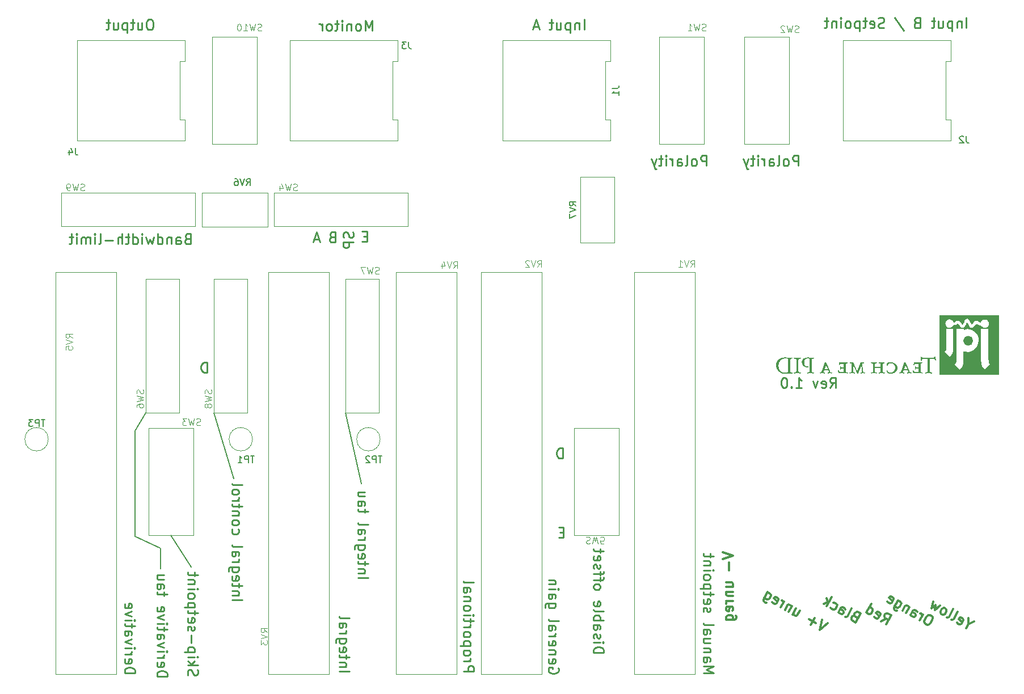
<source format=gbr>
%TF.GenerationSoftware,KiCad,Pcbnew,7.0.2*%
%TF.CreationDate,2023-07-19T18:14:24-04:00*%
%TF.ProjectId,basic_pid,62617369-635f-4706-9964-2e6b69636164,rev?*%
%TF.SameCoordinates,Original*%
%TF.FileFunction,Legend,Bot*%
%TF.FilePolarity,Positive*%
%FSLAX46Y46*%
G04 Gerber Fmt 4.6, Leading zero omitted, Abs format (unit mm)*
G04 Created by KiCad (PCBNEW 7.0.2) date 2023-07-19 18:14:24*
%MOMM*%
%LPD*%
G01*
G04 APERTURE LIST*
%ADD10C,0.254000*%
%ADD11C,0.300000*%
%ADD12C,0.150000*%
%ADD13C,0.100000*%
%ADD14C,0.152400*%
%ADD15C,0.120000*%
G04 APERTURE END LIST*
D10*
X225334285Y-82490491D02*
X225842285Y-81764777D01*
X226205142Y-82490491D02*
X226205142Y-80966491D01*
X226205142Y-80966491D02*
X225624571Y-80966491D01*
X225624571Y-80966491D02*
X225479428Y-81039062D01*
X225479428Y-81039062D02*
X225406857Y-81111634D01*
X225406857Y-81111634D02*
X225334285Y-81256777D01*
X225334285Y-81256777D02*
X225334285Y-81474491D01*
X225334285Y-81474491D02*
X225406857Y-81619634D01*
X225406857Y-81619634D02*
X225479428Y-81692205D01*
X225479428Y-81692205D02*
X225624571Y-81764777D01*
X225624571Y-81764777D02*
X226205142Y-81764777D01*
X224100571Y-82417920D02*
X224245714Y-82490491D01*
X224245714Y-82490491D02*
X224536000Y-82490491D01*
X224536000Y-82490491D02*
X224681142Y-82417920D01*
X224681142Y-82417920D02*
X224753714Y-82272777D01*
X224753714Y-82272777D02*
X224753714Y-81692205D01*
X224753714Y-81692205D02*
X224681142Y-81547062D01*
X224681142Y-81547062D02*
X224536000Y-81474491D01*
X224536000Y-81474491D02*
X224245714Y-81474491D01*
X224245714Y-81474491D02*
X224100571Y-81547062D01*
X224100571Y-81547062D02*
X224028000Y-81692205D01*
X224028000Y-81692205D02*
X224028000Y-81837348D01*
X224028000Y-81837348D02*
X224753714Y-81982491D01*
X223519999Y-81474491D02*
X223157142Y-82490491D01*
X223157142Y-82490491D02*
X222794285Y-81474491D01*
X220254285Y-82490491D02*
X221125142Y-82490491D01*
X220689713Y-82490491D02*
X220689713Y-80966491D01*
X220689713Y-80966491D02*
X220834856Y-81184205D01*
X220834856Y-81184205D02*
X220979999Y-81329348D01*
X220979999Y-81329348D02*
X221125142Y-81401920D01*
X219601141Y-82345348D02*
X219528570Y-82417920D01*
X219528570Y-82417920D02*
X219601141Y-82490491D01*
X219601141Y-82490491D02*
X219673713Y-82417920D01*
X219673713Y-82417920D02*
X219601141Y-82345348D01*
X219601141Y-82345348D02*
X219601141Y-82490491D01*
X218585142Y-80966491D02*
X218439999Y-80966491D01*
X218439999Y-80966491D02*
X218294856Y-81039062D01*
X218294856Y-81039062D02*
X218222285Y-81111634D01*
X218222285Y-81111634D02*
X218149713Y-81256777D01*
X218149713Y-81256777D02*
X218077142Y-81547062D01*
X218077142Y-81547062D02*
X218077142Y-81909920D01*
X218077142Y-81909920D02*
X218149713Y-82200205D01*
X218149713Y-82200205D02*
X218222285Y-82345348D01*
X218222285Y-82345348D02*
X218294856Y-82417920D01*
X218294856Y-82417920D02*
X218439999Y-82490491D01*
X218439999Y-82490491D02*
X218585142Y-82490491D01*
X218585142Y-82490491D02*
X218730285Y-82417920D01*
X218730285Y-82417920D02*
X218802856Y-82345348D01*
X218802856Y-82345348D02*
X218875427Y-82200205D01*
X218875427Y-82200205D02*
X218947999Y-81909920D01*
X218947999Y-81909920D02*
X218947999Y-81547062D01*
X218947999Y-81547062D02*
X218875427Y-81256777D01*
X218875427Y-81256777D02*
X218802856Y-81111634D01*
X218802856Y-81111634D02*
X218730285Y-81039062D01*
X218730285Y-81039062D02*
X218585142Y-80966491D01*
G36*
X239923383Y-79940056D02*
G01*
X239923383Y-78316530D01*
X239923087Y-78281160D01*
X239921670Y-78252106D01*
X239916662Y-78222121D01*
X239902745Y-78196644D01*
X239876885Y-78181829D01*
X239845129Y-78175724D01*
X239813618Y-78173535D01*
X239788507Y-78172870D01*
X239759837Y-78172625D01*
X239744094Y-78172603D01*
X239406609Y-78172603D01*
X239366935Y-78173245D01*
X239330639Y-78175156D01*
X239297579Y-78178308D01*
X239267616Y-78182674D01*
X239240608Y-78188230D01*
X239216414Y-78194947D01*
X239185093Y-78207145D01*
X239159311Y-78221811D01*
X239138595Y-78238854D01*
X239122467Y-78258186D01*
X239107281Y-78287369D01*
X239100014Y-78311696D01*
X239098282Y-78320253D01*
X239093210Y-78345750D01*
X239086201Y-78377380D01*
X239078538Y-78405826D01*
X239069813Y-78430564D01*
X239056794Y-78455475D01*
X239037024Y-78475203D01*
X239011429Y-78482171D01*
X238985670Y-78473796D01*
X238965007Y-78452073D01*
X238951768Y-78427456D01*
X238942223Y-78400068D01*
X238936445Y-78372861D01*
X238934503Y-78348790D01*
X238934503Y-78305984D01*
X238933878Y-78279600D01*
X238932057Y-78251490D01*
X238929120Y-78221791D01*
X238925146Y-78190641D01*
X238920215Y-78158179D01*
X238914407Y-78124541D01*
X238907802Y-78089868D01*
X238900479Y-78054295D01*
X238892518Y-78017962D01*
X238886895Y-77993385D01*
X238881049Y-77968573D01*
X238878048Y-77956091D01*
X238874783Y-77930607D01*
X238874326Y-77921971D01*
X238876463Y-77894089D01*
X238881698Y-77868713D01*
X238891774Y-77842279D01*
X238908524Y-77823023D01*
X238918993Y-77820229D01*
X238948515Y-77825906D01*
X238971689Y-77837440D01*
X238994697Y-77853668D01*
X239017752Y-77873187D01*
X239041062Y-77894595D01*
X239064839Y-77916488D01*
X239089295Y-77937464D01*
X239108208Y-77951749D01*
X239130119Y-77964509D01*
X239153224Y-77974488D01*
X239180947Y-77983310D01*
X239206584Y-77989183D01*
X239235405Y-77993711D01*
X239267512Y-77996625D01*
X239293810Y-77997590D01*
X239303006Y-77997657D01*
X240657909Y-77997657D01*
X240685723Y-77997147D01*
X240713700Y-77995608D01*
X240741350Y-77993024D01*
X240768181Y-77989380D01*
X240793705Y-77984660D01*
X240824852Y-77976668D01*
X240851637Y-77966699D01*
X240877213Y-77951406D01*
X240889930Y-77936860D01*
X240905338Y-77910896D01*
X240921923Y-77885598D01*
X240936630Y-77865119D01*
X240955633Y-77841737D01*
X240974012Y-77823615D01*
X240996015Y-77812784D01*
X241023393Y-77818115D01*
X241044294Y-77832769D01*
X241060747Y-77857015D01*
X241069653Y-77880884D01*
X241076043Y-77912045D01*
X241080044Y-77939382D01*
X241084169Y-77965857D01*
X241088473Y-77991570D01*
X241093007Y-78016617D01*
X241097825Y-78041097D01*
X241105699Y-78076968D01*
X241114507Y-78112116D01*
X241124427Y-78146871D01*
X241135638Y-78181565D01*
X241148317Y-78216529D01*
X241157673Y-78240151D01*
X241167813Y-78264139D01*
X241178790Y-78288591D01*
X241184609Y-78301021D01*
X241194162Y-78324861D01*
X241201125Y-78350996D01*
X241204361Y-78375905D01*
X241204461Y-78380429D01*
X241201246Y-78405396D01*
X241191101Y-78428827D01*
X241170798Y-78445102D01*
X241159794Y-78446809D01*
X241129314Y-78439736D01*
X241104457Y-78425578D01*
X241080085Y-78406031D01*
X241057035Y-78383094D01*
X241036142Y-78358767D01*
X241018242Y-78335049D01*
X241004172Y-78313939D01*
X240996635Y-78301021D01*
X240981733Y-78278071D01*
X240963462Y-78257379D01*
X240942214Y-78238944D01*
X240918381Y-78222766D01*
X240892356Y-78208846D01*
X240864531Y-78197183D01*
X240835300Y-78187777D01*
X240805055Y-78180629D01*
X240774188Y-78175738D01*
X240743093Y-78173104D01*
X240722429Y-78172603D01*
X240554927Y-78172603D01*
X240522145Y-78172614D01*
X240491709Y-78172693D01*
X240463414Y-78172906D01*
X240437054Y-78173323D01*
X240404563Y-78174309D01*
X240374660Y-78175935D01*
X240346858Y-78178361D01*
X240320670Y-78181746D01*
X240295609Y-78186251D01*
X240272855Y-78198746D01*
X240258661Y-78223465D01*
X240251832Y-78251900D01*
X240248967Y-78279132D01*
X240247913Y-78308306D01*
X240247840Y-78320253D01*
X240247840Y-79940056D01*
X240248865Y-79969093D01*
X240251938Y-79996004D01*
X240257058Y-80020877D01*
X240268571Y-80054548D01*
X240284678Y-80084112D01*
X240305373Y-80109857D01*
X240330651Y-80132070D01*
X240360504Y-80151040D01*
X240382946Y-80162028D01*
X240407417Y-80171788D01*
X240433915Y-80180406D01*
X240462439Y-80187966D01*
X240492987Y-80194556D01*
X240509019Y-80197513D01*
X240538974Y-80203580D01*
X240565454Y-80210686D01*
X240593423Y-80221197D01*
X240615401Y-80233716D01*
X240633424Y-80251689D01*
X240642257Y-80277190D01*
X240642400Y-80281264D01*
X240634365Y-80306133D01*
X240612677Y-80323527D01*
X240585966Y-80333166D01*
X240559725Y-80337913D01*
X240531271Y-80340022D01*
X240519565Y-80340200D01*
X240484388Y-80340004D01*
X240451475Y-80339453D01*
X240420535Y-80338596D01*
X240391273Y-80337485D01*
X240363397Y-80336171D01*
X240336611Y-80334703D01*
X240310624Y-80333134D01*
X240285141Y-80331514D01*
X240259868Y-80329894D01*
X240234513Y-80328325D01*
X240208782Y-80326858D01*
X240182381Y-80325543D01*
X240155017Y-80324432D01*
X240126396Y-80323575D01*
X240096224Y-80323024D01*
X240064209Y-80322829D01*
X240035202Y-80323024D01*
X240008205Y-80323575D01*
X239982873Y-80324432D01*
X239947242Y-80326178D01*
X239913414Y-80328325D01*
X239880223Y-80330701D01*
X239846506Y-80333134D01*
X239811095Y-80335453D01*
X239785972Y-80336850D01*
X239759233Y-80338070D01*
X239730532Y-80339060D01*
X239699526Y-80339770D01*
X239665867Y-80340150D01*
X239647936Y-80340200D01*
X239618967Y-80339055D01*
X239591682Y-80335402D01*
X239567401Y-80328915D01*
X239544090Y-80316930D01*
X239527809Y-80296442D01*
X239525101Y-80281264D01*
X239531994Y-80255021D01*
X239552101Y-80233716D01*
X239574078Y-80221197D01*
X239602047Y-80210686D01*
X239628527Y-80203580D01*
X239658482Y-80197513D01*
X239690083Y-80191377D01*
X239719737Y-80184313D01*
X239747432Y-80176234D01*
X239773155Y-80167056D01*
X239796893Y-80156693D01*
X239828751Y-80138740D01*
X239856072Y-80117639D01*
X239878813Y-80093104D01*
X239896931Y-80064845D01*
X239910383Y-80032575D01*
X239919125Y-79996004D01*
X239922317Y-79969093D01*
X239923383Y-79940056D01*
G37*
G36*
X238716130Y-78690618D02*
G01*
X238741924Y-78690415D01*
X238777796Y-78689437D01*
X238810941Y-78687806D01*
X238842099Y-78685701D01*
X238872008Y-78683300D01*
X238901408Y-78680780D01*
X238931038Y-78678319D01*
X238961638Y-78676095D01*
X238993946Y-78674287D01*
X239028701Y-78673071D01*
X239053596Y-78672678D01*
X239066643Y-78672627D01*
X239092670Y-78676310D01*
X239119051Y-78685815D01*
X239142310Y-78701509D01*
X239156251Y-78723705D01*
X239157838Y-78735285D01*
X239152379Y-78760227D01*
X239137718Y-78781718D01*
X239116433Y-78799316D01*
X239091099Y-78812580D01*
X239064293Y-78821067D01*
X239055476Y-78822758D01*
X239030042Y-78827702D01*
X238995859Y-78837153D01*
X238966239Y-78849182D01*
X238940953Y-78863943D01*
X238919775Y-78881589D01*
X238902478Y-78902274D01*
X238888835Y-78926150D01*
X238878618Y-78953371D01*
X238871602Y-78984091D01*
X238867559Y-79018463D01*
X238866403Y-79043482D01*
X238866261Y-79056640D01*
X238866261Y-80030631D01*
X238868709Y-80060352D01*
X238875834Y-80086234D01*
X238887309Y-80108628D01*
X238908806Y-80133664D01*
X238929152Y-80149279D01*
X238952753Y-80162570D01*
X238979281Y-80173889D01*
X239008408Y-80183583D01*
X239039806Y-80192005D01*
X239073146Y-80199501D01*
X239084634Y-80201855D01*
X239113013Y-80208240D01*
X239138424Y-80217381D01*
X239161317Y-80230763D01*
X239178353Y-80249195D01*
X239186196Y-80273487D01*
X239186376Y-80278162D01*
X239178318Y-80303163D01*
X239158248Y-80321429D01*
X239132323Y-80333350D01*
X239106698Y-80339315D01*
X239094560Y-80340200D01*
X239068821Y-80338365D01*
X239032474Y-80335330D01*
X238998392Y-80332047D01*
X238966068Y-80328626D01*
X238934997Y-80325173D01*
X238904671Y-80321796D01*
X238874587Y-80318601D01*
X238844236Y-80315697D01*
X238813113Y-80313191D01*
X238780713Y-80311190D01*
X238746528Y-80309801D01*
X238700017Y-80310003D01*
X238652151Y-80310574D01*
X238602944Y-80311461D01*
X238577842Y-80312007D01*
X238552409Y-80312612D01*
X238526647Y-80313270D01*
X238500557Y-80313974D01*
X238474142Y-80314717D01*
X238447403Y-80315493D01*
X238420341Y-80316296D01*
X238392958Y-80317119D01*
X238365255Y-80317954D01*
X238337235Y-80318796D01*
X238308898Y-80319639D01*
X238280247Y-80320474D01*
X238251283Y-80321297D01*
X238222007Y-80322100D01*
X238192421Y-80322876D01*
X238162528Y-80323619D01*
X238132327Y-80324323D01*
X238101821Y-80324981D01*
X238071012Y-80325586D01*
X238039901Y-80326132D01*
X238008489Y-80326612D01*
X237976779Y-80327019D01*
X237944771Y-80327347D01*
X237912468Y-80327590D01*
X237879871Y-80327740D01*
X237846982Y-80327792D01*
X237822089Y-80322693D01*
X237797197Y-80309336D01*
X237777190Y-80290628D01*
X237766953Y-80269477D01*
X237758718Y-80238068D01*
X237752233Y-80211849D01*
X237745630Y-80183834D01*
X237739042Y-80154457D01*
X237732600Y-80124153D01*
X237726436Y-80093359D01*
X237720682Y-80062510D01*
X237715470Y-80032041D01*
X237710932Y-80002387D01*
X237707199Y-79973985D01*
X237706157Y-79964872D01*
X237708966Y-79937002D01*
X237718302Y-79912188D01*
X237737845Y-79893640D01*
X237761370Y-79888565D01*
X237787851Y-79895002D01*
X237808555Y-79913114D01*
X237821291Y-79934505D01*
X237828991Y-79951844D01*
X237843016Y-79979034D01*
X237859598Y-80005531D01*
X237878708Y-80030900D01*
X237900321Y-80054711D01*
X237924408Y-80076530D01*
X237950941Y-80095925D01*
X237979893Y-80112464D01*
X238011237Y-80125714D01*
X238044944Y-80135242D01*
X238080987Y-80140617D01*
X238106300Y-80141679D01*
X238462396Y-80141679D01*
X238494011Y-80141313D01*
X238522819Y-80138431D01*
X238546922Y-80125239D01*
X238556448Y-80100591D01*
X238558994Y-80074974D01*
X238559670Y-80049999D01*
X238559795Y-80019465D01*
X238559795Y-79634211D01*
X238559233Y-79608940D01*
X238537467Y-79592461D01*
X238508110Y-79591410D01*
X238490313Y-79591405D01*
X238461231Y-79591418D01*
X238430282Y-79591511D01*
X238398154Y-79591765D01*
X238365540Y-79592258D01*
X238333128Y-79593071D01*
X238301612Y-79594284D01*
X238271680Y-79595976D01*
X238244023Y-79598229D01*
X238219258Y-79603513D01*
X238194961Y-79613221D01*
X238172845Y-79630355D01*
X238156925Y-79653226D01*
X238146624Y-79679498D01*
X238137403Y-79703988D01*
X238126635Y-79728493D01*
X238110652Y-79752556D01*
X238088155Y-79770191D01*
X238063494Y-79775657D01*
X238040123Y-79766535D01*
X238023655Y-79747734D01*
X238012414Y-79724507D01*
X238007816Y-79699492D01*
X238008280Y-79694387D01*
X238010458Y-79663573D01*
X238013239Y-79633295D01*
X238016224Y-79603455D01*
X238019015Y-79573953D01*
X238021217Y-79544689D01*
X238022429Y-79515565D01*
X238022549Y-79503932D01*
X238022087Y-79477298D01*
X238020852Y-79447714D01*
X238019461Y-79422809D01*
X238017838Y-79397538D01*
X238016098Y-79372575D01*
X238013936Y-79342836D01*
X238012002Y-79315957D01*
X238015148Y-79290095D01*
X238028769Y-79266247D01*
X238050517Y-79248193D01*
X238074660Y-79242133D01*
X238099950Y-79249713D01*
X238121111Y-79268343D01*
X238135371Y-79288864D01*
X238145810Y-79311597D01*
X238146624Y-79314096D01*
X238156870Y-79341925D01*
X238167058Y-79365500D01*
X238180597Y-79389244D01*
X238199522Y-79409769D01*
X238223225Y-79422135D01*
X238248041Y-79426616D01*
X238259533Y-79427005D01*
X238540563Y-79427005D01*
X238552506Y-79403896D01*
X238558552Y-79378525D01*
X238559795Y-79364967D01*
X238559795Y-78940009D01*
X238548928Y-78917173D01*
X238526593Y-78904696D01*
X238500779Y-78899008D01*
X238490313Y-78898444D01*
X238145383Y-78898444D01*
X238115658Y-78899885D01*
X238089675Y-78904218D01*
X238060024Y-78914514D01*
X238035040Y-78930000D01*
X238013590Y-78950706D01*
X237994539Y-78976662D01*
X237981143Y-78999590D01*
X237967980Y-79025500D01*
X237954571Y-79054403D01*
X237949965Y-79064705D01*
X237936943Y-79088738D01*
X237920641Y-79108314D01*
X237899736Y-79125159D01*
X237876648Y-79135981D01*
X237864353Y-79137909D01*
X237841728Y-79126694D01*
X237826170Y-79104679D01*
X237817142Y-79079284D01*
X237816584Y-79073390D01*
X237818444Y-79047579D01*
X237822132Y-79021274D01*
X237827161Y-78989541D01*
X237831473Y-78961955D01*
X237835980Y-78930950D01*
X237840445Y-78896370D01*
X237843279Y-78871254D01*
X237845917Y-78844432D01*
X237848288Y-78815860D01*
X237850321Y-78785490D01*
X237851945Y-78753276D01*
X237861381Y-78730238D01*
X237885318Y-78716900D01*
X237911344Y-78712409D01*
X237914603Y-78712331D01*
X237947378Y-78712456D01*
X237984056Y-78712811D01*
X238024297Y-78713361D01*
X238067759Y-78714076D01*
X238114099Y-78714921D01*
X238162977Y-78715864D01*
X238188260Y-78716362D01*
X238214050Y-78716873D01*
X238240303Y-78717391D01*
X238266977Y-78717914D01*
X238294029Y-78718437D01*
X238321416Y-78718956D01*
X238349096Y-78719466D01*
X238377026Y-78719964D01*
X238405163Y-78720446D01*
X238433465Y-78720908D01*
X238461888Y-78721344D01*
X238490390Y-78721753D01*
X238518929Y-78722128D01*
X238547461Y-78722467D01*
X238575945Y-78722765D01*
X238604336Y-78723018D01*
X238632593Y-78723221D01*
X238660673Y-78723372D01*
X238688533Y-78723465D01*
X238716130Y-78723497D01*
X238716130Y-78690618D01*
G37*
G36*
X236535723Y-78680248D02*
G01*
X236556708Y-78694948D01*
X236575336Y-78712082D01*
X236583895Y-78721016D01*
X236601496Y-78740051D01*
X236623260Y-78762581D01*
X236643355Y-78783049D01*
X236664321Y-78804207D01*
X236684765Y-78824688D01*
X236703289Y-78843127D01*
X236721618Y-78861221D01*
X236731036Y-78886124D01*
X236734043Y-78912703D01*
X236738049Y-78941700D01*
X236743952Y-78969748D01*
X236750755Y-78993785D01*
X236760168Y-79020517D01*
X236768147Y-79039890D01*
X237180697Y-79973557D01*
X237195950Y-80007083D01*
X237211259Y-80036667D01*
X237226669Y-80062595D01*
X237242221Y-80085157D01*
X237257959Y-80104639D01*
X237282006Y-80128721D01*
X237306711Y-80147495D01*
X237332218Y-80161934D01*
X237358670Y-80173011D01*
X237386212Y-80181698D01*
X237414988Y-80188967D01*
X237445142Y-80195790D01*
X237455524Y-80198133D01*
X237483294Y-80206535D01*
X237507523Y-80216784D01*
X237529036Y-80230780D01*
X237546774Y-80253020D01*
X237552303Y-80278162D01*
X237544328Y-80303163D01*
X237524480Y-80321429D01*
X237498877Y-80333350D01*
X237473635Y-80339315D01*
X237461728Y-80340200D01*
X237434863Y-80340004D01*
X237400122Y-80339060D01*
X237370959Y-80337485D01*
X237346147Y-80335453D01*
X237317713Y-80332327D01*
X237291925Y-80329100D01*
X237265875Y-80326178D01*
X237236656Y-80323969D01*
X237210912Y-80323024D01*
X237191244Y-80322829D01*
X237160212Y-80323258D01*
X237133065Y-80324432D01*
X237101089Y-80326858D01*
X237071643Y-80329894D01*
X237042226Y-80333134D01*
X237010337Y-80336171D01*
X236983294Y-80338070D01*
X236952399Y-80339453D01*
X236916596Y-80340150D01*
X236903389Y-80340200D01*
X236877100Y-80336613D01*
X236850734Y-80327292D01*
X236827597Y-80311793D01*
X236813766Y-80289726D01*
X236812193Y-80278162D01*
X236817661Y-80253057D01*
X236835195Y-80230796D01*
X236856448Y-80216531D01*
X236880362Y-80205600D01*
X236904019Y-80196947D01*
X236907732Y-80195652D01*
X236933102Y-80187584D01*
X236961285Y-80176899D01*
X236985044Y-80164140D01*
X237003840Y-80147803D01*
X237017131Y-80126383D01*
X237024379Y-80098374D01*
X237025603Y-80077780D01*
X237023440Y-80050072D01*
X237016672Y-80021783D01*
X237007214Y-79994419D01*
X236996974Y-79968116D01*
X236987654Y-79944913D01*
X236976869Y-79918087D01*
X236964569Y-79887057D01*
X236955501Y-79863750D01*
X236942933Y-79841314D01*
X236919024Y-79833363D01*
X236917037Y-79833352D01*
X236398402Y-79833352D01*
X236371464Y-79833449D01*
X236349392Y-79845139D01*
X236339179Y-79871975D01*
X236328932Y-79899790D01*
X236318876Y-79928053D01*
X236309240Y-79956240D01*
X236300250Y-79983820D01*
X236292133Y-80010269D01*
X236285116Y-80035057D01*
X236277863Y-80064613D01*
X236272934Y-80094183D01*
X236272466Y-80103216D01*
X236274393Y-80128371D01*
X236285192Y-80152823D01*
X236308436Y-80169193D01*
X236334494Y-80178679D01*
X236361939Y-80186328D01*
X236386779Y-80192706D01*
X236395921Y-80195031D01*
X236419826Y-80202597D01*
X236444263Y-80213156D01*
X236466361Y-80227346D01*
X236483248Y-80245805D01*
X236492056Y-80269172D01*
X236492699Y-80278162D01*
X236484648Y-80303163D01*
X236464624Y-80321429D01*
X236438822Y-80333350D01*
X236413438Y-80339315D01*
X236401504Y-80340200D01*
X236375842Y-80340004D01*
X236339880Y-80339060D01*
X236306460Y-80337485D01*
X236275028Y-80335453D01*
X236245028Y-80333134D01*
X236215905Y-80330701D01*
X236187104Y-80328325D01*
X236158071Y-80326178D01*
X236128248Y-80324432D01*
X236097083Y-80323258D01*
X236064019Y-80322829D01*
X236031583Y-80323258D01*
X236002129Y-80324432D01*
X235974844Y-80326178D01*
X235948916Y-80328325D01*
X235923532Y-80330701D01*
X235897879Y-80333134D01*
X235871144Y-80335453D01*
X235842515Y-80337485D01*
X235811179Y-80339060D01*
X235776323Y-80340004D01*
X235750729Y-80340200D01*
X235724799Y-80336613D01*
X235698602Y-80327292D01*
X235675538Y-80311793D01*
X235661726Y-80289726D01*
X235660154Y-80278162D01*
X235665580Y-80253106D01*
X235680012Y-80232393D01*
X235700676Y-80216048D01*
X235724799Y-80204095D01*
X235749609Y-80196558D01*
X235757553Y-80195031D01*
X235792669Y-80184838D01*
X235823932Y-80169952D01*
X235851711Y-80150883D01*
X235876374Y-80128140D01*
X235898290Y-80102231D01*
X235917825Y-80073666D01*
X235935348Y-80042954D01*
X235951227Y-80010605D01*
X235965830Y-79977127D01*
X235979525Y-79943029D01*
X235988333Y-79920204D01*
X236093525Y-79656544D01*
X236420736Y-79656544D01*
X236430041Y-79665230D01*
X236842592Y-79665230D01*
X236868058Y-79666163D01*
X236871129Y-79659646D01*
X236856173Y-79627948D01*
X236840898Y-79595312D01*
X236825380Y-79561908D01*
X236809693Y-79527903D01*
X236793911Y-79493466D01*
X236778109Y-79458764D01*
X236762362Y-79423966D01*
X236746744Y-79389239D01*
X236731329Y-79354753D01*
X236716193Y-79320674D01*
X236701409Y-79287172D01*
X236687052Y-79254414D01*
X236673197Y-79222568D01*
X236659918Y-79191803D01*
X236647289Y-79162287D01*
X236635386Y-79134187D01*
X236631002Y-79109696D01*
X236622979Y-79134187D01*
X236609530Y-79169681D01*
X236598161Y-79198563D01*
X236585238Y-79230860D01*
X236571075Y-79265918D01*
X236555985Y-79303085D01*
X236540284Y-79341709D01*
X236524286Y-79381137D01*
X236508305Y-79420717D01*
X236492656Y-79459796D01*
X236477653Y-79497722D01*
X236463610Y-79533843D01*
X236450842Y-79567505D01*
X236439664Y-79598057D01*
X236430390Y-79624845D01*
X236420736Y-79656544D01*
X236093525Y-79656544D01*
X236468505Y-78716673D01*
X236478725Y-78692242D01*
X236497911Y-78674990D01*
X236511931Y-78672627D01*
X236535723Y-78680248D01*
G37*
G36*
X234415678Y-78672627D02*
G01*
X234463547Y-78673625D01*
X234511248Y-78676597D01*
X234558692Y-78681513D01*
X234605789Y-78688340D01*
X234652453Y-78697046D01*
X234698593Y-78707599D01*
X234744122Y-78719968D01*
X234788951Y-78734121D01*
X234832991Y-78750027D01*
X234876153Y-78767652D01*
X234918350Y-78786966D01*
X234959491Y-78807937D01*
X234999490Y-78830532D01*
X235038257Y-78854721D01*
X235075703Y-78880470D01*
X235111741Y-78907749D01*
X235146280Y-78936526D01*
X235179234Y-78966769D01*
X235210513Y-78998445D01*
X235240028Y-79031524D01*
X235267691Y-79065974D01*
X235293413Y-79101761D01*
X235317107Y-79138856D01*
X235338682Y-79177226D01*
X235358051Y-79216838D01*
X235375125Y-79257663D01*
X235389815Y-79299666D01*
X235402033Y-79342818D01*
X235411690Y-79387085D01*
X235418698Y-79432437D01*
X235422968Y-79478841D01*
X235424411Y-79526265D01*
X235423052Y-79572762D01*
X235419028Y-79618355D01*
X235412419Y-79663009D01*
X235403306Y-79706684D01*
X235391766Y-79749345D01*
X235377881Y-79790951D01*
X235361730Y-79831468D01*
X235343393Y-79870855D01*
X235322949Y-79909077D01*
X235300479Y-79946096D01*
X235276062Y-79981873D01*
X235249777Y-80016371D01*
X235221705Y-80049553D01*
X235191925Y-80081382D01*
X235160517Y-80111818D01*
X235127560Y-80140826D01*
X235093135Y-80168367D01*
X235057322Y-80194403D01*
X235020199Y-80218898D01*
X234981847Y-80241813D01*
X234942345Y-80263111D01*
X234901774Y-80282754D01*
X234860212Y-80300705D01*
X234817740Y-80316926D01*
X234774438Y-80331379D01*
X234730384Y-80344027D01*
X234685660Y-80354833D01*
X234640344Y-80363758D01*
X234594516Y-80370765D01*
X234548257Y-80375817D01*
X234501645Y-80378876D01*
X234454762Y-80379904D01*
X234413208Y-80378901D01*
X234370098Y-80376014D01*
X234325969Y-80371422D01*
X234281357Y-80365305D01*
X234236799Y-80357844D01*
X234192833Y-80349217D01*
X234149996Y-80339605D01*
X234108824Y-80329188D01*
X234069855Y-80318146D01*
X234033626Y-80306658D01*
X234000674Y-80294905D01*
X233971536Y-80283067D01*
X233946750Y-80271323D01*
X233918903Y-80254278D01*
X233903867Y-80238458D01*
X233891042Y-80211829D01*
X233878877Y-80184272D01*
X233864537Y-80150646D01*
X233854243Y-80125914D01*
X233843697Y-80100071D01*
X233833181Y-80073751D01*
X233822983Y-80047588D01*
X233813388Y-80022216D01*
X233804680Y-79998271D01*
X233793908Y-79966413D01*
X233786738Y-79941332D01*
X233784134Y-79925167D01*
X233786689Y-79900166D01*
X233798218Y-79876037D01*
X233821679Y-79863626D01*
X233828801Y-79863130D01*
X233856489Y-79867489D01*
X233881495Y-79879422D01*
X233903621Y-79897211D01*
X233922672Y-79919138D01*
X233938452Y-79943486D01*
X233942951Y-79951844D01*
X233960322Y-79982824D01*
X233980399Y-80012003D01*
X234002937Y-80039354D01*
X234027690Y-80064849D01*
X234054414Y-80088461D01*
X234082863Y-80110163D01*
X234112791Y-80129928D01*
X234143953Y-80147728D01*
X234176104Y-80163535D01*
X234208998Y-80177324D01*
X234242390Y-80189066D01*
X234276035Y-80198734D01*
X234309687Y-80206301D01*
X234343101Y-80211740D01*
X234376032Y-80215024D01*
X234408233Y-80216124D01*
X234444612Y-80215087D01*
X234480217Y-80212015D01*
X234515023Y-80206968D01*
X234549006Y-80200004D01*
X234582139Y-80191183D01*
X234614399Y-80180563D01*
X234645760Y-80168204D01*
X234676197Y-80154164D01*
X234705686Y-80138503D01*
X234734201Y-80121280D01*
X234761717Y-80102554D01*
X234788209Y-80082384D01*
X234813653Y-80060830D01*
X234838023Y-80037949D01*
X234861294Y-80013801D01*
X234883442Y-79988446D01*
X234904441Y-79961942D01*
X234924266Y-79934348D01*
X234942893Y-79905724D01*
X234960296Y-79876129D01*
X234976450Y-79845621D01*
X234991331Y-79814259D01*
X235004913Y-79782104D01*
X235017172Y-79749213D01*
X235028082Y-79715646D01*
X235037618Y-79681462D01*
X235045756Y-79646720D01*
X235052470Y-79611480D01*
X235057736Y-79575799D01*
X235061528Y-79539738D01*
X235063822Y-79503355D01*
X235064592Y-79466709D01*
X235063846Y-79434459D01*
X235061630Y-79402532D01*
X235057973Y-79370973D01*
X235052905Y-79339829D01*
X235046458Y-79309144D01*
X235038661Y-79278966D01*
X235029545Y-79249340D01*
X235019140Y-79220313D01*
X235007476Y-79191929D01*
X234994584Y-79164237D01*
X234980494Y-79137280D01*
X234965236Y-79111106D01*
X234948841Y-79085760D01*
X234931339Y-79061288D01*
X234912760Y-79037737D01*
X234893135Y-79015152D01*
X234872494Y-78993580D01*
X234850868Y-78973065D01*
X234828286Y-78953656D01*
X234804779Y-78935396D01*
X234780377Y-78918333D01*
X234755111Y-78902512D01*
X234729011Y-78887980D01*
X234702108Y-78874782D01*
X234674431Y-78862965D01*
X234646011Y-78852574D01*
X234616878Y-78843655D01*
X234587063Y-78836255D01*
X234556596Y-78830419D01*
X234525507Y-78826193D01*
X234493827Y-78823624D01*
X234461586Y-78822758D01*
X234436157Y-78822912D01*
X234387947Y-78824214D01*
X234343120Y-78826983D01*
X234301497Y-78831396D01*
X234262900Y-78837627D01*
X234227151Y-78845849D01*
X234194073Y-78856238D01*
X234163486Y-78868968D01*
X234135212Y-78884213D01*
X234109074Y-78902148D01*
X234084894Y-78922948D01*
X234062493Y-78946786D01*
X234041693Y-78973838D01*
X234022317Y-79004278D01*
X234004185Y-79038280D01*
X233987120Y-79076019D01*
X233978933Y-79096344D01*
X233969446Y-79120365D01*
X233958282Y-79147692D01*
X233945945Y-79171366D01*
X233928071Y-79191523D01*
X233904186Y-79200414D01*
X233900145Y-79200567D01*
X233875108Y-79192238D01*
X233855626Y-79171690D01*
X233843644Y-79149404D01*
X233835513Y-79123844D01*
X233833764Y-79109372D01*
X233835237Y-79075528D01*
X233836721Y-79050191D01*
X233838641Y-79023210D01*
X233841027Y-78995081D01*
X233843907Y-78966298D01*
X233847311Y-78937355D01*
X233851267Y-78908746D01*
X233855805Y-78880966D01*
X233860953Y-78854509D01*
X233866741Y-78829870D01*
X233876687Y-78797400D01*
X233888235Y-78771800D01*
X233906296Y-78751238D01*
X233911311Y-78748933D01*
X233939570Y-78739795D01*
X233967869Y-78731227D01*
X233996293Y-78723231D01*
X234024928Y-78715811D01*
X234053856Y-78708968D01*
X234083164Y-78702706D01*
X234112936Y-78697028D01*
X234143255Y-78691936D01*
X234174207Y-78687432D01*
X234205875Y-78683521D01*
X234238346Y-78680203D01*
X234271702Y-78677483D01*
X234306029Y-78675362D01*
X234341411Y-78673844D01*
X234377932Y-78672931D01*
X234415678Y-78672627D01*
G37*
G36*
X232065070Y-79053538D02*
G01*
X232065070Y-79378615D01*
X232062588Y-79387301D01*
X232092037Y-79387998D01*
X232121483Y-79388689D01*
X232150868Y-79389370D01*
X232180130Y-79390034D01*
X232209212Y-79390677D01*
X232238051Y-79391292D01*
X232266589Y-79391874D01*
X232294765Y-79392419D01*
X232322519Y-79392920D01*
X232349791Y-79393371D01*
X232376522Y-79393768D01*
X232402652Y-79394105D01*
X232428120Y-79394377D01*
X232464950Y-79394650D01*
X232499954Y-79394745D01*
X232525842Y-79394702D01*
X232562262Y-79394487D01*
X232596558Y-79394105D01*
X232629595Y-79393577D01*
X232662237Y-79392920D01*
X232695349Y-79392152D01*
X232729796Y-79391292D01*
X232766444Y-79390359D01*
X232792525Y-79389704D01*
X232820225Y-79389031D01*
X232849799Y-79388345D01*
X232881504Y-79387650D01*
X232898236Y-79387301D01*
X232914366Y-79386060D01*
X232914366Y-79053538D01*
X232913781Y-79028611D01*
X232910613Y-78994100D01*
X232904508Y-78962953D01*
X232895254Y-78935070D01*
X232882639Y-78910349D01*
X232866452Y-78888688D01*
X232846482Y-78869988D01*
X232822516Y-78854145D01*
X232794343Y-78841061D01*
X232761752Y-78830632D01*
X232737465Y-78825105D01*
X232724531Y-78822758D01*
X232697864Y-78815961D01*
X232671892Y-78804241D01*
X232649143Y-78788039D01*
X232632143Y-78767796D01*
X232623420Y-78743955D01*
X232622789Y-78735285D01*
X232630764Y-78710207D01*
X232650612Y-78691765D01*
X232676215Y-78679646D01*
X232701457Y-78673538D01*
X232713364Y-78672627D01*
X232739179Y-78672829D01*
X232775888Y-78673807D01*
X232810559Y-78675438D01*
X232843620Y-78677543D01*
X232875495Y-78679944D01*
X232906612Y-78682464D01*
X232937396Y-78684925D01*
X232968275Y-78687149D01*
X232999674Y-78688957D01*
X233032019Y-78690173D01*
X233065738Y-78690618D01*
X233100250Y-78690173D01*
X233133240Y-78688957D01*
X233165151Y-78687149D01*
X233196424Y-78684925D01*
X233227501Y-78682464D01*
X233258823Y-78679944D01*
X233290832Y-78677543D01*
X233323970Y-78675438D01*
X233358678Y-78673807D01*
X233395398Y-78672829D01*
X233421214Y-78672627D01*
X233447240Y-78676310D01*
X233473622Y-78685815D01*
X233496881Y-78701509D01*
X233510822Y-78723705D01*
X233512409Y-78735285D01*
X233506950Y-78760227D01*
X233492289Y-78781718D01*
X233471004Y-78799316D01*
X233445670Y-78812580D01*
X233418864Y-78821067D01*
X233410047Y-78822758D01*
X233384715Y-78827728D01*
X233350637Y-78837294D01*
X233321071Y-78849482D01*
X233295799Y-78864394D01*
X233274604Y-78882131D01*
X233257266Y-78902793D01*
X233243569Y-78926483D01*
X233233295Y-78953301D01*
X233226226Y-78983349D01*
X233222144Y-79016727D01*
X233220832Y-79053538D01*
X233220832Y-80028150D01*
X233223295Y-80058361D01*
X233230458Y-80084672D01*
X233241985Y-80107436D01*
X233257538Y-80127004D01*
X233276780Y-80143731D01*
X233299373Y-80157968D01*
X233324980Y-80170068D01*
X233353263Y-80180385D01*
X233383886Y-80189270D01*
X233416510Y-80197076D01*
X233439205Y-80201855D01*
X233467583Y-80208240D01*
X233492995Y-80217381D01*
X233515887Y-80230763D01*
X233532924Y-80249195D01*
X233540767Y-80273487D01*
X233540946Y-80278162D01*
X233532895Y-80303163D01*
X233512871Y-80321429D01*
X233487069Y-80333350D01*
X233461685Y-80339315D01*
X233449751Y-80340200D01*
X233423853Y-80339963D01*
X233398874Y-80339293D01*
X233362816Y-80337613D01*
X233328023Y-80335307D01*
X233294012Y-80332585D01*
X233260303Y-80329653D01*
X233226415Y-80326722D01*
X233191865Y-80323999D01*
X233156172Y-80321693D01*
X233118854Y-80320013D01*
X233092835Y-80319344D01*
X233065738Y-80319107D01*
X233038784Y-80319344D01*
X233012959Y-80320013D01*
X232988109Y-80321053D01*
X232952332Y-80323174D01*
X232917898Y-80325781D01*
X232884294Y-80328666D01*
X232851008Y-80331620D01*
X232817527Y-80334436D01*
X232783340Y-80336904D01*
X232747935Y-80338816D01*
X232710799Y-80339963D01*
X232684826Y-80340200D01*
X232658897Y-80336613D01*
X232632699Y-80327292D01*
X232609636Y-80311793D01*
X232595823Y-80289726D01*
X232594251Y-80278162D01*
X232600128Y-80252814D01*
X232618904Y-80230763D01*
X232641540Y-80217381D01*
X232666822Y-80208240D01*
X232691535Y-80202530D01*
X232695373Y-80201855D01*
X232729159Y-80194572D01*
X232761196Y-80186445D01*
X232791138Y-80177122D01*
X232818644Y-80166250D01*
X232843368Y-80153477D01*
X232864968Y-80138449D01*
X232883101Y-80120815D01*
X232897422Y-80100220D01*
X232907588Y-80076314D01*
X232913256Y-80048742D01*
X232914366Y-80028150D01*
X232914366Y-79564108D01*
X232923051Y-79559145D01*
X232893411Y-79558448D01*
X232864486Y-79557756D01*
X232836233Y-79557076D01*
X232808611Y-79556412D01*
X232781578Y-79555769D01*
X232755091Y-79555154D01*
X232729110Y-79554571D01*
X232703593Y-79554027D01*
X232678497Y-79553526D01*
X232641552Y-79552869D01*
X232605321Y-79552340D01*
X232569663Y-79551959D01*
X232534436Y-79551743D01*
X232511121Y-79551701D01*
X232483584Y-79551743D01*
X232456702Y-79551868D01*
X232430314Y-79552069D01*
X232404261Y-79552340D01*
X232378382Y-79552677D01*
X232352518Y-79553075D01*
X232326508Y-79553526D01*
X232300193Y-79554027D01*
X232273412Y-79554571D01*
X232246007Y-79555154D01*
X232217816Y-79555769D01*
X232188680Y-79556412D01*
X232158439Y-79557076D01*
X232126933Y-79557756D01*
X232094002Y-79558448D01*
X232059487Y-79559145D01*
X232065070Y-79556664D01*
X232065070Y-80028150D01*
X232067533Y-80058361D01*
X232074696Y-80084672D01*
X232086223Y-80107436D01*
X232101776Y-80127004D01*
X232121018Y-80143731D01*
X232143611Y-80157968D01*
X232169218Y-80170068D01*
X232197501Y-80180385D01*
X232228123Y-80189270D01*
X232260748Y-80197076D01*
X232283443Y-80201855D01*
X232307749Y-80207072D01*
X232333159Y-80215585D01*
X232356459Y-80228203D01*
X232374434Y-80245737D01*
X232383871Y-80268997D01*
X232384564Y-80278162D01*
X232376589Y-80303163D01*
X232356741Y-80321429D01*
X232331138Y-80333350D01*
X232305896Y-80339315D01*
X232293989Y-80340200D01*
X232268091Y-80339963D01*
X232243112Y-80339293D01*
X232207054Y-80337613D01*
X232172261Y-80335307D01*
X232138250Y-80332585D01*
X232104541Y-80329653D01*
X232070653Y-80326722D01*
X232036103Y-80323999D01*
X232000410Y-80321693D01*
X231963092Y-80320013D01*
X231937073Y-80319344D01*
X231909976Y-80319107D01*
X231883022Y-80319344D01*
X231857196Y-80320013D01*
X231832347Y-80321053D01*
X231796570Y-80323174D01*
X231762136Y-80325781D01*
X231728532Y-80328666D01*
X231695246Y-80331620D01*
X231661765Y-80334436D01*
X231627578Y-80336904D01*
X231592173Y-80338816D01*
X231555036Y-80339963D01*
X231529064Y-80340200D01*
X231503135Y-80336613D01*
X231476937Y-80327292D01*
X231453874Y-80311793D01*
X231440061Y-80289726D01*
X231438489Y-80278162D01*
X231444366Y-80252814D01*
X231463142Y-80230763D01*
X231485778Y-80217381D01*
X231511060Y-80208240D01*
X231535773Y-80202530D01*
X231539611Y-80201855D01*
X231573397Y-80194572D01*
X231605434Y-80186445D01*
X231635376Y-80177122D01*
X231662882Y-80166250D01*
X231687606Y-80153477D01*
X231709206Y-80138449D01*
X231727339Y-80120815D01*
X231741660Y-80100220D01*
X231751826Y-80076314D01*
X231757494Y-80048742D01*
X231758604Y-80028150D01*
X231758604Y-79053538D01*
X231757276Y-79017587D01*
X231753153Y-78984731D01*
X231746021Y-78954924D01*
X231735670Y-78928119D01*
X231721889Y-78904271D01*
X231704464Y-78883333D01*
X231683186Y-78865260D01*
X231657841Y-78850006D01*
X231628219Y-78837524D01*
X231594108Y-78827769D01*
X231568769Y-78822758D01*
X231542102Y-78815961D01*
X231516130Y-78804241D01*
X231493380Y-78788039D01*
X231476381Y-78767796D01*
X231467658Y-78743955D01*
X231467027Y-78735285D01*
X231475002Y-78710207D01*
X231494850Y-78691765D01*
X231520453Y-78679646D01*
X231545695Y-78673538D01*
X231557602Y-78672627D01*
X231583417Y-78672829D01*
X231620126Y-78673807D01*
X231654797Y-78675438D01*
X231687858Y-78677543D01*
X231719733Y-78679944D01*
X231750850Y-78682464D01*
X231781634Y-78684925D01*
X231812513Y-78687149D01*
X231843912Y-78688957D01*
X231876257Y-78690173D01*
X231909976Y-78690618D01*
X231944488Y-78690173D01*
X231977478Y-78688957D01*
X232009389Y-78687149D01*
X232040662Y-78684925D01*
X232071739Y-78682464D01*
X232103061Y-78679944D01*
X232135070Y-78677543D01*
X232168208Y-78675438D01*
X232202916Y-78673807D01*
X232239636Y-78672829D01*
X232265452Y-78672627D01*
X232291478Y-78676310D01*
X232317860Y-78685815D01*
X232341119Y-78701509D01*
X232355060Y-78723705D01*
X232356647Y-78735285D01*
X232351188Y-78760227D01*
X232336527Y-78781718D01*
X232315242Y-78799316D01*
X232289908Y-78812580D01*
X232263102Y-78821067D01*
X232254285Y-78822758D01*
X232228953Y-78827769D01*
X232194875Y-78837524D01*
X232165309Y-78850006D01*
X232140037Y-78865260D01*
X232118841Y-78883333D01*
X232101504Y-78904271D01*
X232087807Y-78928119D01*
X232077533Y-78954924D01*
X232070464Y-78984731D01*
X232066382Y-79017587D01*
X232065070Y-79053538D01*
G37*
G36*
X228566765Y-78924500D02*
G01*
X228563590Y-78894514D01*
X228549843Y-78869408D01*
X228528224Y-78855017D01*
X228503122Y-78846225D01*
X228470190Y-78838655D01*
X228439858Y-78833114D01*
X228404314Y-78827172D01*
X228377550Y-78822758D01*
X228350826Y-78815961D01*
X228324715Y-78804241D01*
X228301794Y-78788039D01*
X228284639Y-78767796D01*
X228275826Y-78743955D01*
X228275188Y-78735285D01*
X228283239Y-78710207D01*
X228303263Y-78691765D01*
X228329065Y-78679646D01*
X228354450Y-78673538D01*
X228366383Y-78672627D01*
X228399395Y-78673400D01*
X228426380Y-78674833D01*
X228455045Y-78676799D01*
X228485184Y-78679122D01*
X228516592Y-78681622D01*
X228549063Y-78684122D01*
X228582392Y-78686445D01*
X228616373Y-78688411D01*
X228650801Y-78689844D01*
X228685470Y-78690566D01*
X228697044Y-78690618D01*
X228832286Y-78694340D01*
X228854750Y-78712078D01*
X228868436Y-78735274D01*
X228882431Y-78765125D01*
X228892981Y-78790510D01*
X228903462Y-78817398D01*
X228913769Y-78844830D01*
X228923798Y-78871844D01*
X228933444Y-78897481D01*
X228939612Y-78913333D01*
X228954841Y-78951189D01*
X228969827Y-78988356D01*
X228984583Y-79024862D01*
X228999120Y-79060739D01*
X229013451Y-79096015D01*
X229027587Y-79130721D01*
X229041540Y-79164887D01*
X229055321Y-79198541D01*
X229068944Y-79231715D01*
X229082420Y-79264439D01*
X229095761Y-79296741D01*
X229108978Y-79328652D01*
X229122084Y-79360202D01*
X229135091Y-79391421D01*
X229148010Y-79422338D01*
X229160853Y-79452983D01*
X229173633Y-79483387D01*
X229186362Y-79513579D01*
X229199050Y-79543589D01*
X229211711Y-79573446D01*
X229224356Y-79603182D01*
X229236997Y-79632825D01*
X229249645Y-79662406D01*
X229262314Y-79691954D01*
X229275015Y-79721500D01*
X229287759Y-79751072D01*
X229300559Y-79780702D01*
X229313426Y-79810418D01*
X229326373Y-79840252D01*
X229339412Y-79870231D01*
X229352553Y-79900388D01*
X229365810Y-79930751D01*
X229372758Y-79954712D01*
X229383715Y-79930914D01*
X229386903Y-79923927D01*
X229912983Y-78695581D01*
X229933560Y-78679772D01*
X229959752Y-78676476D01*
X229973780Y-78676349D01*
X229999803Y-78677279D01*
X230025595Y-78681074D01*
X230049806Y-78686949D01*
X230077354Y-78688844D01*
X230109323Y-78686163D01*
X230126392Y-78683793D01*
X230151262Y-78686813D01*
X230177690Y-78688068D01*
X230205490Y-78683561D01*
X230231091Y-78678997D01*
X230265165Y-78675596D01*
X230302371Y-78673692D01*
X230334052Y-78672909D01*
X230372062Y-78672627D01*
X230397991Y-78676310D01*
X230424189Y-78685815D01*
X230447252Y-78701509D01*
X230461065Y-78723705D01*
X230462637Y-78735285D01*
X230457235Y-78760227D01*
X230442713Y-78781718D01*
X230421600Y-78799316D01*
X230396421Y-78812580D01*
X230369705Y-78821067D01*
X230360895Y-78822758D01*
X230334457Y-78827255D01*
X230298926Y-78833956D01*
X230268139Y-78840807D01*
X230241858Y-78848034D01*
X230213418Y-78858647D01*
X230187692Y-78874242D01*
X230171860Y-78893403D01*
X230164382Y-78922584D01*
X230164235Y-78928222D01*
X230165169Y-78954232D01*
X230167866Y-78991865D01*
X230172169Y-79039845D01*
X230174874Y-79067316D01*
X230177922Y-79096896D01*
X230181294Y-79128426D01*
X230184970Y-79161745D01*
X230188930Y-79196695D01*
X230193156Y-79233116D01*
X230197626Y-79270849D01*
X230202323Y-79309735D01*
X230207225Y-79349613D01*
X230212315Y-79390325D01*
X230217571Y-79431711D01*
X230222975Y-79473613D01*
X230228508Y-79515869D01*
X230234149Y-79558322D01*
X230239879Y-79600812D01*
X230245679Y-79643179D01*
X230251528Y-79685265D01*
X230257408Y-79726909D01*
X230263299Y-79767952D01*
X230269181Y-79808235D01*
X230275036Y-79847599D01*
X230280842Y-79885884D01*
X230286581Y-79922931D01*
X230292234Y-79958580D01*
X230297780Y-79992672D01*
X230303200Y-80025048D01*
X230309458Y-80053434D01*
X230318835Y-80081376D01*
X230331891Y-80108199D01*
X230349185Y-80133226D01*
X230371278Y-80155782D01*
X230391333Y-80170669D01*
X230414638Y-80183501D01*
X230441429Y-80193991D01*
X230471942Y-80201855D01*
X230496248Y-80207072D01*
X230521658Y-80215585D01*
X230544958Y-80228203D01*
X230562934Y-80245737D01*
X230572371Y-80268997D01*
X230573064Y-80278162D01*
X230565088Y-80303163D01*
X230545240Y-80321429D01*
X230519637Y-80333350D01*
X230494396Y-80339315D01*
X230482489Y-80340200D01*
X230456164Y-80339963D01*
X230421743Y-80338816D01*
X230392495Y-80336904D01*
X230367402Y-80334436D01*
X230338648Y-80330641D01*
X230313055Y-80326722D01*
X230288212Y-80323174D01*
X230261704Y-80320491D01*
X230231118Y-80319167D01*
X230222551Y-80319107D01*
X230196157Y-80320013D01*
X230168683Y-80323174D01*
X230142688Y-80327686D01*
X230113189Y-80332585D01*
X230083717Y-80336133D01*
X230056514Y-80338253D01*
X230023742Y-80339678D01*
X229998269Y-80340139D01*
X229984326Y-80340200D01*
X229958299Y-80336613D01*
X229931918Y-80327292D01*
X229908659Y-80311793D01*
X229894718Y-80289726D01*
X229893131Y-80278162D01*
X229899118Y-80252814D01*
X229914854Y-80233462D01*
X229937002Y-80219295D01*
X229962225Y-80209504D01*
X229987187Y-80203278D01*
X229994872Y-80201855D01*
X230022854Y-80194088D01*
X230045723Y-80183295D01*
X230069154Y-80164960D01*
X230085635Y-80143077D01*
X230096388Y-80118693D01*
X230102633Y-80092856D01*
X230105592Y-80066611D01*
X230106486Y-80041006D01*
X230106540Y-80028770D01*
X230104890Y-79997316D01*
X230103200Y-79965788D01*
X230101470Y-79934217D01*
X230099705Y-79902634D01*
X230097907Y-79871071D01*
X230096078Y-79839558D01*
X230094222Y-79808127D01*
X230092340Y-79776810D01*
X230090435Y-79745637D01*
X230088510Y-79714640D01*
X230086567Y-79683850D01*
X230084610Y-79653298D01*
X230082641Y-79623016D01*
X230080662Y-79593034D01*
X230078675Y-79563384D01*
X230076685Y-79534097D01*
X230074692Y-79505205D01*
X230072701Y-79476738D01*
X230070712Y-79448729D01*
X230068730Y-79421207D01*
X230066756Y-79394205D01*
X230064794Y-79367753D01*
X230062846Y-79341883D01*
X230060914Y-79316626D01*
X230057109Y-79268077D01*
X230053402Y-79222354D01*
X230049814Y-79179709D01*
X230046364Y-79140391D01*
X230051947Y-79146594D01*
X230033550Y-79188799D01*
X230015567Y-79230399D01*
X229997973Y-79271416D01*
X229980748Y-79311875D01*
X229963867Y-79351800D01*
X229947309Y-79391213D01*
X229931050Y-79430138D01*
X229915067Y-79468599D01*
X229899337Y-79506619D01*
X229883839Y-79544223D01*
X229868548Y-79581432D01*
X229853442Y-79618271D01*
X229838499Y-79654764D01*
X229823695Y-79690933D01*
X229809007Y-79726803D01*
X229794413Y-79762396D01*
X229779890Y-79797737D01*
X229765415Y-79832849D01*
X229750966Y-79867755D01*
X229736518Y-79902479D01*
X229722050Y-79937044D01*
X229707539Y-79971475D01*
X229692962Y-80005794D01*
X229678296Y-80040024D01*
X229663518Y-80074191D01*
X229648606Y-80108316D01*
X229633536Y-80142424D01*
X229618286Y-80176538D01*
X229602832Y-80210681D01*
X229587153Y-80244877D01*
X229571225Y-80279150D01*
X229555025Y-80313523D01*
X229547318Y-80338387D01*
X229535812Y-80364804D01*
X229522531Y-80386042D01*
X229504711Y-80404690D01*
X229482037Y-80417018D01*
X229465071Y-80419608D01*
X229440840Y-80413724D01*
X229419967Y-80399095D01*
X229403217Y-80379564D01*
X229390637Y-80358165D01*
X229386903Y-80350126D01*
X228881916Y-79171410D01*
X228871623Y-79147121D01*
X228869509Y-79164585D01*
X228868551Y-79195085D01*
X228867652Y-79225075D01*
X228866812Y-79254589D01*
X228866028Y-79283663D01*
X228865298Y-79312330D01*
X228864619Y-79340627D01*
X228863991Y-79368588D01*
X228863412Y-79396248D01*
X228862878Y-79423641D01*
X228862390Y-79450803D01*
X228861943Y-79477769D01*
X228861537Y-79504573D01*
X228861170Y-79531250D01*
X228860840Y-79557835D01*
X228860544Y-79584363D01*
X228860281Y-79610869D01*
X228860049Y-79637388D01*
X228859846Y-79663954D01*
X228859670Y-79690603D01*
X228859519Y-79717369D01*
X228859391Y-79744287D01*
X228859284Y-79771393D01*
X228859197Y-79798720D01*
X228859127Y-79826305D01*
X228859073Y-79854181D01*
X228859032Y-79882383D01*
X228859003Y-79910947D01*
X228858983Y-79939907D01*
X228858971Y-79969299D01*
X228858965Y-79999157D01*
X228858963Y-80029515D01*
X228858963Y-80060410D01*
X228860556Y-80091500D01*
X228865777Y-80117319D01*
X228878413Y-80143278D01*
X228899043Y-80163532D01*
X228922171Y-80176572D01*
X228951904Y-80187579D01*
X228978936Y-80194935D01*
X229010334Y-80201855D01*
X229034640Y-80207072D01*
X229060051Y-80215585D01*
X229083351Y-80228203D01*
X229101326Y-80245737D01*
X229110763Y-80268997D01*
X229111456Y-80278162D01*
X229103481Y-80303163D01*
X229083633Y-80321429D01*
X229058029Y-80333350D01*
X229032788Y-80339315D01*
X229020881Y-80340200D01*
X228995072Y-80339963D01*
X228958749Y-80338816D01*
X228924761Y-80336904D01*
X228892507Y-80334436D01*
X228861386Y-80331620D01*
X228830797Y-80328666D01*
X228800138Y-80325781D01*
X228768809Y-80323174D01*
X228736207Y-80321053D01*
X228701733Y-80319628D01*
X228664785Y-80319107D01*
X228631530Y-80319628D01*
X228601057Y-80321053D01*
X228572614Y-80323174D01*
X228545450Y-80325781D01*
X228518814Y-80328666D01*
X228491954Y-80331620D01*
X228464119Y-80334436D01*
X228434557Y-80336904D01*
X228402517Y-80338816D01*
X228367247Y-80339963D01*
X228341568Y-80340200D01*
X228315280Y-80336613D01*
X228288914Y-80327292D01*
X228265776Y-80311793D01*
X228251945Y-80289726D01*
X228250373Y-80278162D01*
X228256307Y-80252814D01*
X228271932Y-80233462D01*
X228293986Y-80219295D01*
X228319206Y-80209504D01*
X228344327Y-80203278D01*
X228352115Y-80201855D01*
X228384510Y-80194708D01*
X228413681Y-80187005D01*
X228439671Y-80178424D01*
X228462528Y-80168639D01*
X228488210Y-80153156D01*
X228508511Y-80134184D01*
X228523542Y-80110951D01*
X228533411Y-80082687D01*
X228537491Y-80057725D01*
X228538228Y-80048622D01*
X228540220Y-80010819D01*
X228542126Y-79973682D01*
X228543949Y-79937163D01*
X228545688Y-79901211D01*
X228547346Y-79865778D01*
X228548924Y-79830814D01*
X228550424Y-79796270D01*
X228551847Y-79762096D01*
X228553194Y-79728242D01*
X228554468Y-79694660D01*
X228555669Y-79661300D01*
X228556799Y-79628112D01*
X228557860Y-79595048D01*
X228558852Y-79562057D01*
X228559778Y-79529091D01*
X228560639Y-79496099D01*
X228561436Y-79463033D01*
X228562171Y-79429843D01*
X228562846Y-79396480D01*
X228563461Y-79362894D01*
X228564018Y-79329036D01*
X228564520Y-79294856D01*
X228564966Y-79260305D01*
X228565359Y-79225334D01*
X228565701Y-79189893D01*
X228565992Y-79153933D01*
X228566234Y-79117404D01*
X228566429Y-79080257D01*
X228566578Y-79042442D01*
X228566683Y-79003911D01*
X228566745Y-78964613D01*
X228566765Y-78924500D01*
G37*
G36*
X227571681Y-78690618D02*
G01*
X227597475Y-78690415D01*
X227633347Y-78689437D01*
X227666492Y-78687806D01*
X227697649Y-78685701D01*
X227727559Y-78683300D01*
X227756959Y-78680780D01*
X227786589Y-78678319D01*
X227817188Y-78676095D01*
X227849496Y-78674287D01*
X227884252Y-78673071D01*
X227909146Y-78672678D01*
X227922193Y-78672627D01*
X227948220Y-78676310D01*
X227974602Y-78685815D01*
X227997861Y-78701509D01*
X228011802Y-78723705D01*
X228013389Y-78735285D01*
X228007930Y-78760227D01*
X227993269Y-78781718D01*
X227971984Y-78799316D01*
X227946650Y-78812580D01*
X227919844Y-78821067D01*
X227911027Y-78822758D01*
X227885592Y-78827702D01*
X227851410Y-78837153D01*
X227821789Y-78849182D01*
X227796504Y-78863943D01*
X227775326Y-78881589D01*
X227758029Y-78902274D01*
X227744385Y-78926150D01*
X227734169Y-78953371D01*
X227727153Y-78984091D01*
X227723109Y-79018463D01*
X227721953Y-79043482D01*
X227721812Y-79056640D01*
X227721812Y-80030631D01*
X227724260Y-80060352D01*
X227731385Y-80086234D01*
X227742859Y-80108628D01*
X227764357Y-80133664D01*
X227784702Y-80149279D01*
X227808304Y-80162570D01*
X227834832Y-80173889D01*
X227863959Y-80183583D01*
X227895356Y-80192005D01*
X227928696Y-80199501D01*
X227940184Y-80201855D01*
X227968563Y-80208240D01*
X227993975Y-80217381D01*
X228016867Y-80230763D01*
X228033904Y-80249195D01*
X228041747Y-80273487D01*
X228041926Y-80278162D01*
X228033868Y-80303163D01*
X228013799Y-80321429D01*
X227987874Y-80333350D01*
X227962249Y-80339315D01*
X227950110Y-80340200D01*
X227924371Y-80338365D01*
X227888025Y-80335330D01*
X227853942Y-80332047D01*
X227821619Y-80328626D01*
X227790547Y-80325173D01*
X227760222Y-80321796D01*
X227730137Y-80318601D01*
X227699787Y-80315697D01*
X227668664Y-80313191D01*
X227636264Y-80311190D01*
X227602079Y-80309801D01*
X227555567Y-80310003D01*
X227507702Y-80310574D01*
X227458495Y-80311461D01*
X227433392Y-80312007D01*
X227407959Y-80312612D01*
X227382197Y-80313270D01*
X227356108Y-80313974D01*
X227329693Y-80314717D01*
X227302953Y-80315493D01*
X227275891Y-80316296D01*
X227248508Y-80317119D01*
X227220806Y-80317954D01*
X227192785Y-80318796D01*
X227164449Y-80319639D01*
X227135798Y-80320474D01*
X227106833Y-80321297D01*
X227077558Y-80322100D01*
X227047972Y-80322876D01*
X227018078Y-80323619D01*
X226987878Y-80324323D01*
X226957372Y-80324981D01*
X226926563Y-80325586D01*
X226895451Y-80326132D01*
X226864040Y-80326612D01*
X226832330Y-80327019D01*
X226800322Y-80327347D01*
X226768019Y-80327590D01*
X226735422Y-80327740D01*
X226702533Y-80327792D01*
X226677640Y-80322693D01*
X226652747Y-80309336D01*
X226632740Y-80290628D01*
X226622504Y-80269477D01*
X226614268Y-80238068D01*
X226607783Y-80211849D01*
X226601181Y-80183834D01*
X226594593Y-80154457D01*
X226588151Y-80124153D01*
X226581987Y-80093359D01*
X226576233Y-80062510D01*
X226571021Y-80032041D01*
X226566482Y-80002387D01*
X226562750Y-79973985D01*
X226561707Y-79964872D01*
X226564517Y-79937002D01*
X226573853Y-79912188D01*
X226593396Y-79893640D01*
X226616921Y-79888565D01*
X226643402Y-79895002D01*
X226664105Y-79913114D01*
X226676841Y-79934505D01*
X226684542Y-79951844D01*
X226698566Y-79979034D01*
X226715148Y-80005531D01*
X226734259Y-80030900D01*
X226755872Y-80054711D01*
X226779958Y-80076530D01*
X226806492Y-80095925D01*
X226835444Y-80112464D01*
X226866787Y-80125714D01*
X226900494Y-80135242D01*
X226936537Y-80140617D01*
X226961850Y-80141679D01*
X227317946Y-80141679D01*
X227349561Y-80141313D01*
X227378369Y-80138431D01*
X227402473Y-80125239D01*
X227411998Y-80100591D01*
X227414544Y-80074974D01*
X227415221Y-80049999D01*
X227415346Y-80019465D01*
X227415346Y-79634211D01*
X227414783Y-79608940D01*
X227393017Y-79592461D01*
X227363660Y-79591410D01*
X227345863Y-79591405D01*
X227316782Y-79591418D01*
X227285832Y-79591511D01*
X227253705Y-79591765D01*
X227221090Y-79592258D01*
X227188679Y-79593071D01*
X227157162Y-79594284D01*
X227127230Y-79595976D01*
X227099574Y-79598229D01*
X227074809Y-79603513D01*
X227050511Y-79613221D01*
X227028396Y-79630355D01*
X227012476Y-79653226D01*
X227002175Y-79679498D01*
X226992954Y-79703988D01*
X226982185Y-79728493D01*
X226966203Y-79752556D01*
X226943706Y-79770191D01*
X226919044Y-79775657D01*
X226895673Y-79766535D01*
X226879206Y-79747734D01*
X226867965Y-79724507D01*
X226863367Y-79699492D01*
X226863831Y-79694387D01*
X226866009Y-79663573D01*
X226868789Y-79633295D01*
X226871774Y-79603455D01*
X226874566Y-79573953D01*
X226876767Y-79544689D01*
X226877980Y-79515565D01*
X226878099Y-79503932D01*
X226877637Y-79477298D01*
X226876403Y-79447714D01*
X226875012Y-79422809D01*
X226873388Y-79397538D01*
X226871648Y-79372575D01*
X226869487Y-79342836D01*
X226867553Y-79315957D01*
X226870699Y-79290095D01*
X226884319Y-79266247D01*
X226906068Y-79248193D01*
X226930211Y-79242133D01*
X226955501Y-79249713D01*
X226976662Y-79268343D01*
X226990921Y-79288864D01*
X227001361Y-79311597D01*
X227002175Y-79314096D01*
X227012421Y-79341925D01*
X227022608Y-79365500D01*
X227036147Y-79389244D01*
X227055073Y-79409769D01*
X227078775Y-79422135D01*
X227103592Y-79426616D01*
X227115083Y-79427005D01*
X227396114Y-79427005D01*
X227408056Y-79403896D01*
X227414102Y-79378525D01*
X227415346Y-79364967D01*
X227415346Y-78940009D01*
X227404478Y-78917173D01*
X227382143Y-78904696D01*
X227356330Y-78899008D01*
X227345863Y-78898444D01*
X227000934Y-78898444D01*
X226971209Y-78899885D01*
X226945225Y-78904218D01*
X226915575Y-78914514D01*
X226890591Y-78930000D01*
X226869141Y-78950706D01*
X226850090Y-78976662D01*
X226836693Y-78999590D01*
X226823530Y-79025500D01*
X226810122Y-79054403D01*
X226805515Y-79064705D01*
X226792493Y-79088738D01*
X226776191Y-79108314D01*
X226755286Y-79125159D01*
X226732199Y-79135981D01*
X226719903Y-79137909D01*
X226697278Y-79126694D01*
X226681720Y-79104679D01*
X226672692Y-79079284D01*
X226672134Y-79073390D01*
X226673994Y-79047579D01*
X226677682Y-79021274D01*
X226682712Y-78989541D01*
X226687023Y-78961955D01*
X226691531Y-78930950D01*
X226695995Y-78896370D01*
X226698830Y-78871254D01*
X226701468Y-78844432D01*
X226703839Y-78815860D01*
X226705872Y-78785490D01*
X226707496Y-78753276D01*
X226716931Y-78730238D01*
X226740869Y-78716900D01*
X226766894Y-78712409D01*
X226770154Y-78712331D01*
X226802928Y-78712456D01*
X226839607Y-78712811D01*
X226879848Y-78713361D01*
X226923309Y-78714076D01*
X226969650Y-78714921D01*
X227018527Y-78715864D01*
X227043811Y-78716362D01*
X227069601Y-78716873D01*
X227095854Y-78717391D01*
X227122528Y-78717914D01*
X227149580Y-78718437D01*
X227176967Y-78718956D01*
X227204647Y-78719466D01*
X227232577Y-78719964D01*
X227260714Y-78720446D01*
X227289015Y-78720908D01*
X227317439Y-78721344D01*
X227345941Y-78721753D01*
X227374480Y-78722128D01*
X227403012Y-78722467D01*
X227431495Y-78722765D01*
X227459887Y-78723018D01*
X227488144Y-78723221D01*
X227516224Y-78723372D01*
X227544083Y-78723465D01*
X227571681Y-78723497D01*
X227571681Y-78690618D01*
G37*
G36*
X224681563Y-78680248D02*
G01*
X224702547Y-78694948D01*
X224721176Y-78712082D01*
X224729734Y-78721016D01*
X224747335Y-78740051D01*
X224769100Y-78762581D01*
X224789194Y-78783049D01*
X224810161Y-78804207D01*
X224830604Y-78824688D01*
X224849128Y-78843127D01*
X224867458Y-78861221D01*
X224876876Y-78886124D01*
X224879883Y-78912703D01*
X224883888Y-78941700D01*
X224889792Y-78969748D01*
X224896595Y-78993785D01*
X224906007Y-79020517D01*
X224913986Y-79039890D01*
X225326537Y-79973557D01*
X225341789Y-80007083D01*
X225357099Y-80036667D01*
X225372508Y-80062595D01*
X225388061Y-80085157D01*
X225403798Y-80104639D01*
X225427846Y-80128721D01*
X225452551Y-80147495D01*
X225478057Y-80161934D01*
X225504509Y-80173011D01*
X225532051Y-80181698D01*
X225560827Y-80188967D01*
X225590981Y-80195790D01*
X225601364Y-80198133D01*
X225629134Y-80206535D01*
X225653362Y-80216784D01*
X225674875Y-80230780D01*
X225692614Y-80253020D01*
X225698143Y-80278162D01*
X225690167Y-80303163D01*
X225670319Y-80321429D01*
X225644716Y-80333350D01*
X225619475Y-80339315D01*
X225607568Y-80340200D01*
X225580702Y-80340004D01*
X225545962Y-80339060D01*
X225516799Y-80337485D01*
X225491987Y-80335453D01*
X225463553Y-80332327D01*
X225437765Y-80329100D01*
X225411715Y-80326178D01*
X225382495Y-80323969D01*
X225356751Y-80323024D01*
X225337083Y-80322829D01*
X225306052Y-80323258D01*
X225278905Y-80324432D01*
X225246929Y-80326858D01*
X225217483Y-80329894D01*
X225188066Y-80333134D01*
X225156177Y-80336171D01*
X225129134Y-80338070D01*
X225098238Y-80339453D01*
X225062435Y-80340150D01*
X225049228Y-80340200D01*
X225022940Y-80336613D01*
X224996574Y-80327292D01*
X224973436Y-80311793D01*
X224959605Y-80289726D01*
X224958033Y-80278162D01*
X224963501Y-80253057D01*
X224981035Y-80230796D01*
X225002287Y-80216531D01*
X225026201Y-80205600D01*
X225049858Y-80196947D01*
X225053571Y-80195652D01*
X225078941Y-80187584D01*
X225107125Y-80176899D01*
X225130884Y-80164140D01*
X225149679Y-80147803D01*
X225162971Y-80126383D01*
X225170219Y-80098374D01*
X225171443Y-80077780D01*
X225169279Y-80050072D01*
X225162511Y-80021783D01*
X225153053Y-79994419D01*
X225142813Y-79968116D01*
X225133493Y-79944913D01*
X225122709Y-79918087D01*
X225110408Y-79887057D01*
X225101340Y-79863750D01*
X225088773Y-79841314D01*
X225064864Y-79833363D01*
X225062877Y-79833352D01*
X224544242Y-79833352D01*
X224517304Y-79833449D01*
X224495232Y-79845139D01*
X224485019Y-79871975D01*
X224474771Y-79899790D01*
X224464716Y-79928053D01*
X224455079Y-79956240D01*
X224446089Y-79983820D01*
X224437972Y-80010269D01*
X224430955Y-80035057D01*
X224423702Y-80064613D01*
X224418774Y-80094183D01*
X224418305Y-80103216D01*
X224420233Y-80128371D01*
X224431031Y-80152823D01*
X224454276Y-80169193D01*
X224480333Y-80178679D01*
X224507779Y-80186328D01*
X224532618Y-80192706D01*
X224541760Y-80195031D01*
X224565665Y-80202597D01*
X224590102Y-80213156D01*
X224612200Y-80227346D01*
X224629088Y-80245805D01*
X224637895Y-80269172D01*
X224638539Y-80278162D01*
X224630488Y-80303163D01*
X224610463Y-80321429D01*
X224584662Y-80333350D01*
X224559277Y-80339315D01*
X224547344Y-80340200D01*
X224521682Y-80340004D01*
X224485720Y-80339060D01*
X224452300Y-80337485D01*
X224420868Y-80335453D01*
X224390868Y-80333134D01*
X224361745Y-80330701D01*
X224332944Y-80328325D01*
X224303910Y-80326178D01*
X224274088Y-80324432D01*
X224242923Y-80323258D01*
X224209859Y-80322829D01*
X224177422Y-80323258D01*
X224147968Y-80324432D01*
X224120684Y-80326178D01*
X224094756Y-80328325D01*
X224069372Y-80330701D01*
X224043719Y-80333134D01*
X224016984Y-80335453D01*
X223988355Y-80337485D01*
X223957019Y-80339060D01*
X223922163Y-80340004D01*
X223896568Y-80340200D01*
X223870638Y-80336613D01*
X223844441Y-80327292D01*
X223821378Y-80311793D01*
X223807565Y-80289726D01*
X223805993Y-80278162D01*
X223811420Y-80253106D01*
X223825851Y-80232393D01*
X223846515Y-80216048D01*
X223870638Y-80204095D01*
X223895449Y-80196558D01*
X223903392Y-80195031D01*
X223938508Y-80184838D01*
X223969771Y-80169952D01*
X223997551Y-80150883D01*
X224022214Y-80128140D01*
X224044129Y-80102231D01*
X224063664Y-80073666D01*
X224081187Y-80042954D01*
X224097066Y-80010605D01*
X224111670Y-79977127D01*
X224125365Y-79943029D01*
X224134173Y-79920204D01*
X224239365Y-79656544D01*
X224566575Y-79656544D01*
X224575881Y-79665230D01*
X224988431Y-79665230D01*
X225013897Y-79666163D01*
X225016969Y-79659646D01*
X225002012Y-79627948D01*
X224986738Y-79595312D01*
X224971219Y-79561908D01*
X224955532Y-79527903D01*
X224939750Y-79493466D01*
X224923949Y-79458764D01*
X224908201Y-79423966D01*
X224892583Y-79389239D01*
X224877169Y-79354753D01*
X224862032Y-79320674D01*
X224847248Y-79287172D01*
X224832891Y-79254414D01*
X224819036Y-79222568D01*
X224805757Y-79191803D01*
X224793129Y-79162287D01*
X224781226Y-79134187D01*
X224776842Y-79109696D01*
X224768818Y-79134187D01*
X224755369Y-79169681D01*
X224744001Y-79198563D01*
X224731078Y-79230860D01*
X224716914Y-79265918D01*
X224701825Y-79303085D01*
X224686124Y-79341709D01*
X224670126Y-79381137D01*
X224654145Y-79420717D01*
X224638495Y-79459796D01*
X224623492Y-79497722D01*
X224609449Y-79533843D01*
X224596682Y-79567505D01*
X224585504Y-79598057D01*
X224576229Y-79624845D01*
X224566575Y-79656544D01*
X224239365Y-79656544D01*
X224614344Y-78716673D01*
X224624565Y-78692242D01*
X224643751Y-78674990D01*
X224657771Y-78672627D01*
X224681563Y-78680248D01*
G37*
G36*
X221505636Y-78690618D02*
G01*
X221506036Y-78728795D01*
X221507235Y-78765741D01*
X221509235Y-78801457D01*
X221512035Y-78835944D01*
X221515635Y-78869205D01*
X221520035Y-78901239D01*
X221525235Y-78932049D01*
X221531236Y-78961635D01*
X221538038Y-78989999D01*
X221545640Y-79017142D01*
X221554043Y-79043065D01*
X221563247Y-79067769D01*
X221573253Y-79091256D01*
X221595667Y-79134584D01*
X221621286Y-79173057D01*
X221650112Y-79206687D01*
X221682146Y-79235482D01*
X221717388Y-79259453D01*
X221755839Y-79278610D01*
X221797501Y-79292963D01*
X221842373Y-79302522D01*
X221890458Y-79307296D01*
X221915705Y-79307892D01*
X221948238Y-79307146D01*
X221976715Y-79305178D01*
X222001441Y-79302396D01*
X222027537Y-79298394D01*
X222052585Y-79293871D01*
X222079484Y-79290522D01*
X222104590Y-79295718D01*
X222126657Y-79307237D01*
X222146870Y-79325655D01*
X222156411Y-79349458D01*
X222146596Y-79375838D01*
X222128276Y-79394310D01*
X222107401Y-79407851D01*
X222081409Y-79419559D01*
X222050676Y-79428759D01*
X222024743Y-79433607D01*
X221996516Y-79436378D01*
X221976502Y-79436931D01*
X221925377Y-79435805D01*
X221875877Y-79432468D01*
X221828002Y-79426980D01*
X221781751Y-79419403D01*
X221737124Y-79409796D01*
X221694122Y-79398221D01*
X221652744Y-79384737D01*
X221612990Y-79369407D01*
X221574860Y-79352289D01*
X221538354Y-79333446D01*
X221503472Y-79312938D01*
X221470213Y-79290825D01*
X221438577Y-79267168D01*
X221408565Y-79242027D01*
X221380177Y-79215464D01*
X221353411Y-79187539D01*
X221328268Y-79158313D01*
X221304749Y-79127846D01*
X221282852Y-79096199D01*
X221262578Y-79063432D01*
X221243926Y-79029607D01*
X221226897Y-78994784D01*
X221211491Y-78959024D01*
X221197706Y-78922386D01*
X221185544Y-78884933D01*
X221175003Y-78846724D01*
X221166085Y-78807821D01*
X221158788Y-78768283D01*
X221153113Y-78728172D01*
X221149060Y-78687549D01*
X221146628Y-78646473D01*
X221145817Y-78605006D01*
X221146976Y-78568326D01*
X221150421Y-78532513D01*
X221156104Y-78497586D01*
X221163977Y-78463564D01*
X221173992Y-78430468D01*
X221186102Y-78398316D01*
X221200259Y-78367129D01*
X221216414Y-78336925D01*
X221234521Y-78307725D01*
X221254531Y-78279547D01*
X221276396Y-78252412D01*
X221300069Y-78226338D01*
X221325502Y-78201346D01*
X221352647Y-78177455D01*
X221381456Y-78154684D01*
X221411881Y-78133054D01*
X221443875Y-78112583D01*
X221477390Y-78093291D01*
X221512377Y-78075198D01*
X221548790Y-78058323D01*
X221586579Y-78042685D01*
X221625698Y-78028305D01*
X221666099Y-78015202D01*
X221707733Y-78003395D01*
X221750554Y-77992904D01*
X221794512Y-77983748D01*
X221839561Y-77975948D01*
X221885652Y-77969522D01*
X221932738Y-77964489D01*
X221980770Y-77960871D01*
X222029702Y-77958685D01*
X222079484Y-77957952D01*
X222109088Y-77958489D01*
X222141157Y-77959956D01*
X222175374Y-77962139D01*
X222211425Y-77964823D01*
X222236321Y-77966784D01*
X222261798Y-77968809D01*
X222287762Y-77970834D01*
X222314119Y-77972795D01*
X222340776Y-77974630D01*
X222367640Y-77976273D01*
X222394616Y-77977662D01*
X222421611Y-77978733D01*
X222448532Y-77979422D01*
X222475285Y-77979666D01*
X222500554Y-77983344D01*
X222533619Y-77987885D01*
X222562283Y-77991375D01*
X222588126Y-77993950D01*
X222620923Y-77996190D01*
X222646324Y-77997152D01*
X222674169Y-77997647D01*
X222706036Y-77997812D01*
X222743506Y-77997780D01*
X222772378Y-77997716D01*
X222804911Y-77997665D01*
X222822696Y-77997657D01*
X222851665Y-77998842D01*
X222878950Y-78002598D01*
X222903231Y-78009222D01*
X222926542Y-78021377D01*
X222942822Y-78042007D01*
X222945531Y-78057213D01*
X222938847Y-78083477D01*
X222922727Y-78103478D01*
X222902212Y-78118133D01*
X222875454Y-78130759D01*
X222849678Y-78139276D01*
X222820119Y-78146283D01*
X222812150Y-78147788D01*
X222782391Y-78154037D01*
X222755600Y-78161893D01*
X222731631Y-78171423D01*
X222700654Y-78189002D01*
X222675215Y-78210721D01*
X222654826Y-78236803D01*
X222639000Y-78267472D01*
X222627250Y-78302953D01*
X222621439Y-78329390D01*
X222617078Y-78358131D01*
X222614023Y-78389243D01*
X222612128Y-78422791D01*
X222611250Y-78458843D01*
X222611147Y-78477828D01*
X222611147Y-79953084D01*
X222611977Y-79981981D01*
X222614498Y-80008498D01*
X222621555Y-80044075D01*
X222632689Y-80074976D01*
X222648061Y-80101611D01*
X222667834Y-80124386D01*
X222692172Y-80143710D01*
X222721235Y-80159990D01*
X222755187Y-80173634D01*
X222780619Y-80181468D01*
X222808343Y-80188432D01*
X222838409Y-80194648D01*
X222854335Y-80197513D01*
X222884495Y-80203580D01*
X222911129Y-80210686D01*
X222939230Y-80221197D01*
X222961285Y-80233716D01*
X222979351Y-80251689D01*
X222988193Y-80277190D01*
X222988337Y-80281264D01*
X222980302Y-80306133D01*
X222958613Y-80323527D01*
X222931903Y-80333166D01*
X222905661Y-80337913D01*
X222877207Y-80340022D01*
X222865502Y-80340200D01*
X222830172Y-80339921D01*
X222797041Y-80339133D01*
X222765820Y-80337909D01*
X222736221Y-80336322D01*
X222707956Y-80334444D01*
X222680737Y-80332348D01*
X222654277Y-80330106D01*
X222628285Y-80327792D01*
X222602476Y-80325478D01*
X222576560Y-80323236D01*
X222550250Y-80321140D01*
X222523257Y-80319262D01*
X222495294Y-80317674D01*
X222466073Y-80316451D01*
X222435304Y-80315663D01*
X222402701Y-80315384D01*
X222369954Y-80315998D01*
X222341273Y-80317674D01*
X222315257Y-80320169D01*
X222290510Y-80323236D01*
X222265631Y-80326630D01*
X222239223Y-80330106D01*
X222209887Y-80333419D01*
X222176225Y-80336322D01*
X222150688Y-80337909D01*
X222122194Y-80339133D01*
X222090325Y-80339921D01*
X222054669Y-80340200D01*
X222025453Y-80339055D01*
X221997996Y-80335402D01*
X221973607Y-80328915D01*
X221950228Y-80316930D01*
X221933924Y-80296442D01*
X221931214Y-80281264D01*
X221938183Y-80255021D01*
X221954789Y-80236480D01*
X221980588Y-80221197D01*
X222008684Y-80210686D01*
X222035234Y-80203580D01*
X222065216Y-80197513D01*
X222095518Y-80191303D01*
X222123207Y-80183602D01*
X222148372Y-80174401D01*
X222171106Y-80163693D01*
X222200847Y-80144785D01*
X222225626Y-80122440D01*
X222245752Y-80096629D01*
X222261531Y-80067325D01*
X222273270Y-80034499D01*
X222281275Y-79998125D01*
X222284689Y-79971891D01*
X222286670Y-79944059D01*
X222287311Y-79914621D01*
X222287311Y-78247048D01*
X222285301Y-78216985D01*
X222279349Y-78190862D01*
X222265474Y-78161790D01*
X222245060Y-78138832D01*
X222218376Y-78121479D01*
X222194409Y-78111837D01*
X222167181Y-78104846D01*
X222136803Y-78100293D01*
X222103390Y-78097962D01*
X222079484Y-78097537D01*
X222048036Y-78098033D01*
X222017220Y-78099529D01*
X221987058Y-78102043D01*
X221957576Y-78105591D01*
X221928797Y-78110189D01*
X221900745Y-78115854D01*
X221873445Y-78122601D01*
X221846921Y-78130446D01*
X221821196Y-78139407D01*
X221796295Y-78149499D01*
X221772242Y-78160739D01*
X221749061Y-78173142D01*
X221726776Y-78186725D01*
X221705411Y-78201505D01*
X221684990Y-78217497D01*
X221665538Y-78234718D01*
X221647078Y-78253184D01*
X221629634Y-78272911D01*
X221613231Y-78293916D01*
X221597893Y-78316214D01*
X221583643Y-78339822D01*
X221570506Y-78364757D01*
X221558506Y-78391034D01*
X221547666Y-78418670D01*
X221538012Y-78447680D01*
X221529567Y-78478082D01*
X221522355Y-78509891D01*
X221516400Y-78543124D01*
X221511727Y-78577797D01*
X221508359Y-78613926D01*
X221506321Y-78651527D01*
X221505636Y-78690618D01*
G37*
G36*
X220648275Y-78379809D02*
G01*
X220648275Y-79959288D01*
X220649300Y-79986786D01*
X220652373Y-80012120D01*
X220660819Y-80046287D01*
X220673864Y-80076168D01*
X220691501Y-80102110D01*
X220713725Y-80124463D01*
X220740529Y-80143578D01*
X220771906Y-80159804D01*
X220795363Y-80169189D01*
X220820847Y-80177548D01*
X220848359Y-80184987D01*
X220877895Y-80191607D01*
X220909454Y-80197513D01*
X220939435Y-80203580D01*
X220965986Y-80210686D01*
X220994082Y-80221197D01*
X221016203Y-80233716D01*
X221034382Y-80251689D01*
X221043310Y-80277190D01*
X221043455Y-80281264D01*
X221035414Y-80306133D01*
X221013680Y-80323527D01*
X220986870Y-80333166D01*
X220960484Y-80337913D01*
X220931815Y-80340022D01*
X220920000Y-80340200D01*
X220884925Y-80340004D01*
X220852090Y-80339453D01*
X220821204Y-80338596D01*
X220791980Y-80337485D01*
X220764125Y-80336171D01*
X220737351Y-80334703D01*
X220711368Y-80333134D01*
X220685885Y-80331514D01*
X220660614Y-80329894D01*
X220635263Y-80328325D01*
X220609543Y-80326858D01*
X220583165Y-80325543D01*
X220555837Y-80324432D01*
X220527271Y-80323575D01*
X220497177Y-80323024D01*
X220465264Y-80322829D01*
X220436141Y-80323024D01*
X220409031Y-80323575D01*
X220383592Y-80324432D01*
X220347815Y-80326178D01*
X220313869Y-80328325D01*
X220280598Y-80330701D01*
X220246845Y-80333134D01*
X220211455Y-80335453D01*
X220186380Y-80336850D01*
X220159721Y-80338070D01*
X220131135Y-80339060D01*
X220100280Y-80339770D01*
X220066812Y-80340150D01*
X220048991Y-80340200D01*
X220019815Y-80339055D01*
X219992462Y-80335402D01*
X219968210Y-80328915D01*
X219945001Y-80316930D01*
X219928839Y-80296442D01*
X219926157Y-80281264D01*
X219933049Y-80255021D01*
X219953156Y-80233716D01*
X219975133Y-80221197D01*
X220003103Y-80210686D01*
X220029583Y-80203580D01*
X220059538Y-80197513D01*
X220091241Y-80191607D01*
X220120971Y-80184987D01*
X220148718Y-80177548D01*
X220174472Y-80169189D01*
X220198223Y-80159804D01*
X220230073Y-80143578D01*
X220257360Y-80124463D01*
X220280051Y-80102110D01*
X220298111Y-80076168D01*
X220311507Y-80046287D01*
X220320206Y-80012120D01*
X220323379Y-79986786D01*
X220324438Y-79959288D01*
X220324438Y-78379809D01*
X220323686Y-78352080D01*
X220321381Y-78326735D01*
X220314867Y-78292894D01*
X220304480Y-78263668D01*
X220289989Y-78238609D01*
X220271164Y-78217270D01*
X220247775Y-78199202D01*
X220219592Y-78183958D01*
X220186386Y-78171089D01*
X220161344Y-78163609D01*
X220133898Y-78156854D01*
X220103981Y-78150689D01*
X220088075Y-78147788D01*
X220057586Y-78141173D01*
X220030855Y-78133025D01*
X220002871Y-78120826D01*
X219981092Y-78106563D01*
X219963408Y-78086981D01*
X219954832Y-78061140D01*
X219954694Y-78057213D01*
X219962659Y-78032267D01*
X219984217Y-78014697D01*
X220010855Y-78004887D01*
X220037121Y-78000019D01*
X220065721Y-77997842D01*
X220077528Y-77997657D01*
X220112226Y-77997782D01*
X220143756Y-77998136D01*
X220172498Y-77998687D01*
X220198832Y-77999401D01*
X220234647Y-78000708D01*
X220267182Y-78002199D01*
X220297716Y-78003763D01*
X220327533Y-78005290D01*
X220357914Y-78006670D01*
X220390142Y-78007793D01*
X220425498Y-78008547D01*
X220451439Y-78008791D01*
X220465264Y-78008823D01*
X220494387Y-78008698D01*
X220521495Y-78008344D01*
X220546932Y-78007793D01*
X220582699Y-78006670D01*
X220616626Y-78005290D01*
X220649866Y-78003763D01*
X220683572Y-78002199D01*
X220718898Y-78000708D01*
X220743918Y-77999810D01*
X220770511Y-77999026D01*
X220799020Y-77998389D01*
X220829787Y-77997933D01*
X220863152Y-77997689D01*
X220880916Y-77997657D01*
X220910133Y-77998842D01*
X220937589Y-78002598D01*
X220961979Y-78009222D01*
X220985358Y-78021377D01*
X221001662Y-78042007D01*
X221004371Y-78057213D01*
X220997542Y-78083477D01*
X220981162Y-78103478D01*
X220960427Y-78118133D01*
X220933524Y-78130759D01*
X220907732Y-78139276D01*
X220878287Y-78146283D01*
X220870370Y-78147788D01*
X220839557Y-78153692D01*
X220811489Y-78160098D01*
X220786062Y-78167144D01*
X220752644Y-78179215D01*
X220724580Y-78193502D01*
X220701518Y-78210471D01*
X220683104Y-78230590D01*
X220668986Y-78254323D01*
X220658812Y-78282138D01*
X220652228Y-78314500D01*
X220648881Y-78351876D01*
X220648275Y-78379809D01*
G37*
G36*
X218706747Y-77958658D02*
G01*
X218735791Y-77959825D01*
X218769269Y-77961452D01*
X218806492Y-77963455D01*
X218846774Y-77965750D01*
X218889427Y-77968255D01*
X218933766Y-77970885D01*
X218979102Y-77973557D01*
X219024750Y-77976187D01*
X219070021Y-77978692D01*
X219114228Y-77980988D01*
X219156686Y-77982991D01*
X219196706Y-77984617D01*
X219233602Y-77985784D01*
X219266687Y-77986408D01*
X219281585Y-77986490D01*
X219306400Y-77986490D01*
X219332138Y-77986413D01*
X219366690Y-77986042D01*
X219397586Y-77985424D01*
X219426183Y-77984625D01*
X219453841Y-77983714D01*
X219481918Y-77982758D01*
X219511773Y-77981825D01*
X219544764Y-77980981D01*
X219582251Y-77980295D01*
X219610410Y-77979959D01*
X219641574Y-77979742D01*
X219676145Y-77979666D01*
X219705114Y-77980811D01*
X219732399Y-77984463D01*
X219756679Y-77990950D01*
X219779991Y-78002935D01*
X219796271Y-78023423D01*
X219798979Y-78038601D01*
X219792295Y-78065190D01*
X219776176Y-78085358D01*
X219755660Y-78100090D01*
X219728903Y-78112754D01*
X219703126Y-78121283D01*
X219673568Y-78128292D01*
X219665598Y-78129797D01*
X219634683Y-78135826D01*
X219606539Y-78142380D01*
X219581059Y-78149605D01*
X219547602Y-78162019D01*
X219519536Y-78176765D01*
X219496500Y-78194337D01*
X219478132Y-78215228D01*
X219464070Y-78239933D01*
X219453953Y-78268945D01*
X219447418Y-78302758D01*
X219444872Y-78328212D01*
X219443651Y-78356164D01*
X219443503Y-78371123D01*
X219443503Y-79981622D01*
X219444110Y-80011065D01*
X219445998Y-80038061D01*
X219449273Y-80062739D01*
X219457015Y-80095685D01*
X219468465Y-80124129D01*
X219483976Y-80148500D01*
X219503900Y-80169227D01*
X219528590Y-80186740D01*
X219558399Y-80201468D01*
X219593680Y-80213840D01*
X219620414Y-80220992D01*
X219649842Y-80227415D01*
X219665598Y-80230393D01*
X219695553Y-80236434D01*
X219722033Y-80243479D01*
X219750003Y-80253895D01*
X219771980Y-80266339D01*
X219790003Y-80284307D01*
X219798836Y-80310016D01*
X219798979Y-80314144D01*
X219790945Y-80339013D01*
X219769256Y-80356407D01*
X219742546Y-80366046D01*
X219716304Y-80370793D01*
X219687850Y-80372902D01*
X219676145Y-80373079D01*
X219641778Y-80372877D01*
X219610556Y-80372306D01*
X219582120Y-80371419D01*
X219556111Y-80370268D01*
X219520865Y-80368163D01*
X219489060Y-80365762D01*
X219459487Y-80363242D01*
X219430932Y-80360781D01*
X219402186Y-80358557D01*
X219372035Y-80356749D01*
X219339270Y-80355533D01*
X219302678Y-80355089D01*
X219276088Y-80355160D01*
X219248947Y-80355367D01*
X219221332Y-80355702D01*
X219193321Y-80356155D01*
X219164991Y-80356717D01*
X219136421Y-80357379D01*
X219107687Y-80358131D01*
X219078867Y-80358966D01*
X219050039Y-80359873D01*
X219021281Y-80360844D01*
X218992670Y-80361869D01*
X218964283Y-80362940D01*
X218936198Y-80364047D01*
X218908493Y-80365182D01*
X218881246Y-80366334D01*
X218854533Y-80367496D01*
X218828433Y-80368658D01*
X218803023Y-80369810D01*
X218754583Y-80372052D01*
X218709835Y-80374148D01*
X218669399Y-80376026D01*
X218633896Y-80377614D01*
X218603946Y-80378837D01*
X218570791Y-80379832D01*
X218563189Y-80379904D01*
X218499104Y-80378240D01*
X218435790Y-80373303D01*
X218373328Y-80365176D01*
X218311803Y-80353941D01*
X218251296Y-80339680D01*
X218191890Y-80322476D01*
X218133670Y-80302411D01*
X218076716Y-80279567D01*
X218021113Y-80254027D01*
X217966944Y-80225873D01*
X217914290Y-80195188D01*
X217863236Y-80162053D01*
X217813864Y-80126552D01*
X217766257Y-80088766D01*
X217720498Y-80048777D01*
X217676670Y-80006669D01*
X217634856Y-79962524D01*
X217595138Y-79916424D01*
X217557600Y-79868450D01*
X217522325Y-79818687D01*
X217489395Y-79767215D01*
X217458893Y-79714118D01*
X217430903Y-79659477D01*
X217405507Y-79603376D01*
X217382789Y-79545896D01*
X217362830Y-79487120D01*
X217345714Y-79427130D01*
X217331525Y-79366008D01*
X217320344Y-79303837D01*
X217312255Y-79240700D01*
X217307341Y-79176678D01*
X217307238Y-79172650D01*
X217682874Y-79172650D01*
X217683971Y-79229789D01*
X217687236Y-79285786D01*
X217692633Y-79340597D01*
X217700122Y-79394178D01*
X217709667Y-79446485D01*
X217721228Y-79497474D01*
X217734770Y-79547101D01*
X217750253Y-79595321D01*
X217767639Y-79642091D01*
X217786892Y-79687366D01*
X217807973Y-79731103D01*
X217830845Y-79773257D01*
X217855469Y-79813785D01*
X217881807Y-79852642D01*
X217909823Y-79889784D01*
X217939477Y-79925167D01*
X217970733Y-79958748D01*
X218003552Y-79990481D01*
X218037897Y-80020323D01*
X218073729Y-80048230D01*
X218111012Y-80074157D01*
X218149706Y-80098062D01*
X218189775Y-80119899D01*
X218231180Y-80139624D01*
X218273884Y-80157194D01*
X218317849Y-80172564D01*
X218363036Y-80185690D01*
X218409409Y-80196529D01*
X218456929Y-80205036D01*
X218505559Y-80211167D01*
X218555260Y-80214877D01*
X218605995Y-80216124D01*
X218655309Y-80215611D01*
X218703917Y-80213884D01*
X218751479Y-80210657D01*
X218797652Y-80205646D01*
X218842095Y-80198566D01*
X218884466Y-80189134D01*
X218924424Y-80177065D01*
X218961626Y-80162074D01*
X218995731Y-80143877D01*
X219026397Y-80122189D01*
X219053283Y-80096727D01*
X219076046Y-80067205D01*
X219094346Y-80033339D01*
X219107841Y-79994845D01*
X219116188Y-79951438D01*
X219119046Y-79902834D01*
X219119046Y-78306604D01*
X219117243Y-78272171D01*
X219111831Y-78241968D01*
X219102807Y-78215717D01*
X219090170Y-78193143D01*
X219073915Y-78173968D01*
X219054041Y-78157914D01*
X219030545Y-78144704D01*
X219003424Y-78134062D01*
X218972674Y-78125710D01*
X218938295Y-78119370D01*
X218900282Y-78114767D01*
X218858633Y-78111622D01*
X218813346Y-78109658D01*
X218764417Y-78108599D01*
X218738587Y-78108321D01*
X218711844Y-78108166D01*
X218684191Y-78108099D01*
X218655625Y-78108084D01*
X218610533Y-78109217D01*
X218565468Y-78112603D01*
X218520522Y-78118226D01*
X218475787Y-78126066D01*
X218431355Y-78136106D01*
X218387318Y-78148327D01*
X218343768Y-78162712D01*
X218300798Y-78179243D01*
X218258500Y-78197901D01*
X218216965Y-78218668D01*
X218176286Y-78241526D01*
X218136555Y-78266458D01*
X218097864Y-78293445D01*
X218060305Y-78322469D01*
X218023970Y-78353511D01*
X217988952Y-78386555D01*
X217955343Y-78421582D01*
X217923234Y-78458574D01*
X217892718Y-78497512D01*
X217863887Y-78538379D01*
X217836833Y-78581157D01*
X217811648Y-78625827D01*
X217788425Y-78672372D01*
X217767255Y-78720774D01*
X217748230Y-78771013D01*
X217731444Y-78823074D01*
X217716987Y-78876936D01*
X217704952Y-78932583D01*
X217695431Y-78989995D01*
X217688516Y-79049156D01*
X217684300Y-79110047D01*
X217682874Y-79172650D01*
X217307238Y-79172650D01*
X217305685Y-79111853D01*
X217306845Y-79052869D01*
X217310347Y-78994615D01*
X217316225Y-78937165D01*
X217324513Y-78880593D01*
X217335245Y-78824976D01*
X217348456Y-78770389D01*
X217364178Y-78716905D01*
X217382447Y-78664600D01*
X217403295Y-78613550D01*
X217426757Y-78563829D01*
X217452868Y-78515511D01*
X217481660Y-78468673D01*
X217513168Y-78423388D01*
X217547425Y-78379733D01*
X217584467Y-78337781D01*
X217624326Y-78297609D01*
X217667037Y-78259290D01*
X217712633Y-78222900D01*
X217761149Y-78188514D01*
X217812619Y-78156206D01*
X217867076Y-78126053D01*
X217924554Y-78098128D01*
X217985089Y-78072507D01*
X218048712Y-78049264D01*
X218115459Y-78028475D01*
X218185363Y-78010215D01*
X218258459Y-77994558D01*
X218334780Y-77981580D01*
X218414360Y-77971355D01*
X218497233Y-77963959D01*
X218583434Y-77959467D01*
X218672995Y-77957952D01*
X218706747Y-77958658D01*
G37*
X132352142Y-80204491D02*
X132352142Y-78680491D01*
X132352142Y-78680491D02*
X131989285Y-78680491D01*
X131989285Y-78680491D02*
X131771571Y-78753062D01*
X131771571Y-78753062D02*
X131626428Y-78898205D01*
X131626428Y-78898205D02*
X131553857Y-79043348D01*
X131553857Y-79043348D02*
X131481285Y-79333634D01*
X131481285Y-79333634D02*
X131481285Y-79551348D01*
X131481285Y-79551348D02*
X131553857Y-79841634D01*
X131553857Y-79841634D02*
X131626428Y-79986777D01*
X131626428Y-79986777D02*
X131771571Y-80131920D01*
X131771571Y-80131920D02*
X131989285Y-80204491D01*
X131989285Y-80204491D02*
X132352142Y-80204491D01*
X185438142Y-93031491D02*
X185438142Y-91507491D01*
X185438142Y-91507491D02*
X185075285Y-91507491D01*
X185075285Y-91507491D02*
X184857571Y-91580062D01*
X184857571Y-91580062D02*
X184712428Y-91725205D01*
X184712428Y-91725205D02*
X184639857Y-91870348D01*
X184639857Y-91870348D02*
X184567285Y-92160634D01*
X184567285Y-92160634D02*
X184567285Y-92378348D01*
X184567285Y-92378348D02*
X184639857Y-92668634D01*
X184639857Y-92668634D02*
X184712428Y-92813777D01*
X184712428Y-92813777D02*
X184857571Y-92958920D01*
X184857571Y-92958920D02*
X185075285Y-93031491D01*
X185075285Y-93031491D02*
X185438142Y-93031491D01*
X185565142Y-104044205D02*
X185057142Y-104044205D01*
X184839428Y-104842491D02*
X185565142Y-104842491D01*
X185565142Y-104842491D02*
X185565142Y-103318491D01*
X185565142Y-103318491D02*
X184839428Y-103318491D01*
X190051508Y-122065142D02*
X191575508Y-122065142D01*
X191575508Y-122065142D02*
X191575508Y-121702285D01*
X191575508Y-121702285D02*
X191502937Y-121484571D01*
X191502937Y-121484571D02*
X191357794Y-121339428D01*
X191357794Y-121339428D02*
X191212651Y-121266857D01*
X191212651Y-121266857D02*
X190922365Y-121194285D01*
X190922365Y-121194285D02*
X190704651Y-121194285D01*
X190704651Y-121194285D02*
X190414365Y-121266857D01*
X190414365Y-121266857D02*
X190269222Y-121339428D01*
X190269222Y-121339428D02*
X190124080Y-121484571D01*
X190124080Y-121484571D02*
X190051508Y-121702285D01*
X190051508Y-121702285D02*
X190051508Y-122065142D01*
X190051508Y-120541142D02*
X191067508Y-120541142D01*
X191575508Y-120541142D02*
X191502937Y-120613714D01*
X191502937Y-120613714D02*
X191430365Y-120541142D01*
X191430365Y-120541142D02*
X191502937Y-120468571D01*
X191502937Y-120468571D02*
X191575508Y-120541142D01*
X191575508Y-120541142D02*
X191430365Y-120541142D01*
X190124080Y-119888000D02*
X190051508Y-119742857D01*
X190051508Y-119742857D02*
X190051508Y-119452571D01*
X190051508Y-119452571D02*
X190124080Y-119307428D01*
X190124080Y-119307428D02*
X190269222Y-119234857D01*
X190269222Y-119234857D02*
X190341794Y-119234857D01*
X190341794Y-119234857D02*
X190486937Y-119307428D01*
X190486937Y-119307428D02*
X190559508Y-119452571D01*
X190559508Y-119452571D02*
X190559508Y-119670286D01*
X190559508Y-119670286D02*
X190632080Y-119815428D01*
X190632080Y-119815428D02*
X190777222Y-119888000D01*
X190777222Y-119888000D02*
X190849794Y-119888000D01*
X190849794Y-119888000D02*
X190994937Y-119815428D01*
X190994937Y-119815428D02*
X191067508Y-119670286D01*
X191067508Y-119670286D02*
X191067508Y-119452571D01*
X191067508Y-119452571D02*
X190994937Y-119307428D01*
X190051508Y-117928572D02*
X190849794Y-117928572D01*
X190849794Y-117928572D02*
X190994937Y-118001143D01*
X190994937Y-118001143D02*
X191067508Y-118146286D01*
X191067508Y-118146286D02*
X191067508Y-118436572D01*
X191067508Y-118436572D02*
X190994937Y-118581714D01*
X190124080Y-117928572D02*
X190051508Y-118073714D01*
X190051508Y-118073714D02*
X190051508Y-118436572D01*
X190051508Y-118436572D02*
X190124080Y-118581714D01*
X190124080Y-118581714D02*
X190269222Y-118654286D01*
X190269222Y-118654286D02*
X190414365Y-118654286D01*
X190414365Y-118654286D02*
X190559508Y-118581714D01*
X190559508Y-118581714D02*
X190632080Y-118436572D01*
X190632080Y-118436572D02*
X190632080Y-118073714D01*
X190632080Y-118073714D02*
X190704651Y-117928572D01*
X190051508Y-117202857D02*
X191575508Y-117202857D01*
X190994937Y-117202857D02*
X191067508Y-117057715D01*
X191067508Y-117057715D02*
X191067508Y-116767429D01*
X191067508Y-116767429D02*
X190994937Y-116622286D01*
X190994937Y-116622286D02*
X190922365Y-116549715D01*
X190922365Y-116549715D02*
X190777222Y-116477143D01*
X190777222Y-116477143D02*
X190341794Y-116477143D01*
X190341794Y-116477143D02*
X190196651Y-116549715D01*
X190196651Y-116549715D02*
X190124080Y-116622286D01*
X190124080Y-116622286D02*
X190051508Y-116767429D01*
X190051508Y-116767429D02*
X190051508Y-117057715D01*
X190051508Y-117057715D02*
X190124080Y-117202857D01*
X190051508Y-115606286D02*
X190124080Y-115751429D01*
X190124080Y-115751429D02*
X190269222Y-115824000D01*
X190269222Y-115824000D02*
X191575508Y-115824000D01*
X190124080Y-114445143D02*
X190051508Y-114590286D01*
X190051508Y-114590286D02*
X190051508Y-114880572D01*
X190051508Y-114880572D02*
X190124080Y-115025714D01*
X190124080Y-115025714D02*
X190269222Y-115098286D01*
X190269222Y-115098286D02*
X190849794Y-115098286D01*
X190849794Y-115098286D02*
X190994937Y-115025714D01*
X190994937Y-115025714D02*
X191067508Y-114880572D01*
X191067508Y-114880572D02*
X191067508Y-114590286D01*
X191067508Y-114590286D02*
X190994937Y-114445143D01*
X190994937Y-114445143D02*
X190849794Y-114372572D01*
X190849794Y-114372572D02*
X190704651Y-114372572D01*
X190704651Y-114372572D02*
X190559508Y-115098286D01*
X190051508Y-112340571D02*
X190124080Y-112485714D01*
X190124080Y-112485714D02*
X190196651Y-112558285D01*
X190196651Y-112558285D02*
X190341794Y-112630857D01*
X190341794Y-112630857D02*
X190777222Y-112630857D01*
X190777222Y-112630857D02*
X190922365Y-112558285D01*
X190922365Y-112558285D02*
X190994937Y-112485714D01*
X190994937Y-112485714D02*
X191067508Y-112340571D01*
X191067508Y-112340571D02*
X191067508Y-112122857D01*
X191067508Y-112122857D02*
X190994937Y-111977714D01*
X190994937Y-111977714D02*
X190922365Y-111905143D01*
X190922365Y-111905143D02*
X190777222Y-111832571D01*
X190777222Y-111832571D02*
X190341794Y-111832571D01*
X190341794Y-111832571D02*
X190196651Y-111905143D01*
X190196651Y-111905143D02*
X190124080Y-111977714D01*
X190124080Y-111977714D02*
X190051508Y-112122857D01*
X190051508Y-112122857D02*
X190051508Y-112340571D01*
X191067508Y-111397143D02*
X191067508Y-110816571D01*
X190051508Y-111179428D02*
X191357794Y-111179428D01*
X191357794Y-111179428D02*
X191502937Y-111106857D01*
X191502937Y-111106857D02*
X191575508Y-110961714D01*
X191575508Y-110961714D02*
X191575508Y-110816571D01*
X191067508Y-110526286D02*
X191067508Y-109945714D01*
X190051508Y-110308571D02*
X191357794Y-110308571D01*
X191357794Y-110308571D02*
X191502937Y-110236000D01*
X191502937Y-110236000D02*
X191575508Y-110090857D01*
X191575508Y-110090857D02*
X191575508Y-109945714D01*
X190124080Y-109510286D02*
X190051508Y-109365143D01*
X190051508Y-109365143D02*
X190051508Y-109074857D01*
X190051508Y-109074857D02*
X190124080Y-108929714D01*
X190124080Y-108929714D02*
X190269222Y-108857143D01*
X190269222Y-108857143D02*
X190341794Y-108857143D01*
X190341794Y-108857143D02*
X190486937Y-108929714D01*
X190486937Y-108929714D02*
X190559508Y-109074857D01*
X190559508Y-109074857D02*
X190559508Y-109292572D01*
X190559508Y-109292572D02*
X190632080Y-109437714D01*
X190632080Y-109437714D02*
X190777222Y-109510286D01*
X190777222Y-109510286D02*
X190849794Y-109510286D01*
X190849794Y-109510286D02*
X190994937Y-109437714D01*
X190994937Y-109437714D02*
X191067508Y-109292572D01*
X191067508Y-109292572D02*
X191067508Y-109074857D01*
X191067508Y-109074857D02*
X190994937Y-108929714D01*
X190124080Y-107623429D02*
X190051508Y-107768572D01*
X190051508Y-107768572D02*
X190051508Y-108058858D01*
X190051508Y-108058858D02*
X190124080Y-108204000D01*
X190124080Y-108204000D02*
X190269222Y-108276572D01*
X190269222Y-108276572D02*
X190849794Y-108276572D01*
X190849794Y-108276572D02*
X190994937Y-108204000D01*
X190994937Y-108204000D02*
X191067508Y-108058858D01*
X191067508Y-108058858D02*
X191067508Y-107768572D01*
X191067508Y-107768572D02*
X190994937Y-107623429D01*
X190994937Y-107623429D02*
X190849794Y-107550858D01*
X190849794Y-107550858D02*
X190704651Y-107550858D01*
X190704651Y-107550858D02*
X190559508Y-108276572D01*
X191067508Y-107115429D02*
X191067508Y-106534857D01*
X191575508Y-106897714D02*
X190269222Y-106897714D01*
X190269222Y-106897714D02*
X190124080Y-106825143D01*
X190124080Y-106825143D02*
X190051508Y-106680000D01*
X190051508Y-106680000D02*
X190051508Y-106534857D01*
X156228142Y-59848205D02*
X155720142Y-59848205D01*
X155502428Y-60646491D02*
X156228142Y-60646491D01*
X156228142Y-60646491D02*
X156228142Y-59122491D01*
X156228142Y-59122491D02*
X155502428Y-59122491D01*
X154172920Y-59218285D02*
X154245491Y-59436000D01*
X154245491Y-59436000D02*
X154245491Y-59798857D01*
X154245491Y-59798857D02*
X154172920Y-59944000D01*
X154172920Y-59944000D02*
X154100348Y-60016571D01*
X154100348Y-60016571D02*
X153955205Y-60089142D01*
X153955205Y-60089142D02*
X153810062Y-60089142D01*
X153810062Y-60089142D02*
X153664920Y-60016571D01*
X153664920Y-60016571D02*
X153592348Y-59944000D01*
X153592348Y-59944000D02*
X153519777Y-59798857D01*
X153519777Y-59798857D02*
X153447205Y-59508571D01*
X153447205Y-59508571D02*
X153374634Y-59363428D01*
X153374634Y-59363428D02*
X153302062Y-59290857D01*
X153302062Y-59290857D02*
X153156920Y-59218285D01*
X153156920Y-59218285D02*
X153011777Y-59218285D01*
X153011777Y-59218285D02*
X152866634Y-59290857D01*
X152866634Y-59290857D02*
X152794062Y-59363428D01*
X152794062Y-59363428D02*
X152721491Y-59508571D01*
X152721491Y-59508571D02*
X152721491Y-59871428D01*
X152721491Y-59871428D02*
X152794062Y-60089142D01*
X154245491Y-60742286D02*
X152721491Y-60742286D01*
X152721491Y-60742286D02*
X152721491Y-61322857D01*
X152721491Y-61322857D02*
X152794062Y-61468000D01*
X152794062Y-61468000D02*
X152866634Y-61540571D01*
X152866634Y-61540571D02*
X153011777Y-61613143D01*
X153011777Y-61613143D02*
X153229491Y-61613143D01*
X153229491Y-61613143D02*
X153374634Y-61540571D01*
X153374634Y-61540571D02*
X153447205Y-61468000D01*
X153447205Y-61468000D02*
X153519777Y-61322857D01*
X153519777Y-61322857D02*
X153519777Y-60742286D01*
X151021142Y-59975205D02*
X150803428Y-60047777D01*
X150803428Y-60047777D02*
X150730857Y-60120348D01*
X150730857Y-60120348D02*
X150658285Y-60265491D01*
X150658285Y-60265491D02*
X150658285Y-60483205D01*
X150658285Y-60483205D02*
X150730857Y-60628348D01*
X150730857Y-60628348D02*
X150803428Y-60700920D01*
X150803428Y-60700920D02*
X150948571Y-60773491D01*
X150948571Y-60773491D02*
X151529142Y-60773491D01*
X151529142Y-60773491D02*
X151529142Y-59249491D01*
X151529142Y-59249491D02*
X151021142Y-59249491D01*
X151021142Y-59249491D02*
X150876000Y-59322062D01*
X150876000Y-59322062D02*
X150803428Y-59394634D01*
X150803428Y-59394634D02*
X150730857Y-59539777D01*
X150730857Y-59539777D02*
X150730857Y-59684920D01*
X150730857Y-59684920D02*
X150803428Y-59830062D01*
X150803428Y-59830062D02*
X150876000Y-59902634D01*
X150876000Y-59902634D02*
X151021142Y-59975205D01*
X151021142Y-59975205D02*
X151529142Y-59975205D01*
X149061714Y-60338062D02*
X148336000Y-60338062D01*
X149206857Y-60773491D02*
X148698857Y-59249491D01*
X148698857Y-59249491D02*
X148190857Y-60773491D01*
X206901142Y-49343491D02*
X206901142Y-47819491D01*
X206901142Y-47819491D02*
X206320571Y-47819491D01*
X206320571Y-47819491D02*
X206175428Y-47892062D01*
X206175428Y-47892062D02*
X206102857Y-47964634D01*
X206102857Y-47964634D02*
X206030285Y-48109777D01*
X206030285Y-48109777D02*
X206030285Y-48327491D01*
X206030285Y-48327491D02*
X206102857Y-48472634D01*
X206102857Y-48472634D02*
X206175428Y-48545205D01*
X206175428Y-48545205D02*
X206320571Y-48617777D01*
X206320571Y-48617777D02*
X206901142Y-48617777D01*
X205159428Y-49343491D02*
X205304571Y-49270920D01*
X205304571Y-49270920D02*
X205377142Y-49198348D01*
X205377142Y-49198348D02*
X205449714Y-49053205D01*
X205449714Y-49053205D02*
X205449714Y-48617777D01*
X205449714Y-48617777D02*
X205377142Y-48472634D01*
X205377142Y-48472634D02*
X205304571Y-48400062D01*
X205304571Y-48400062D02*
X205159428Y-48327491D01*
X205159428Y-48327491D02*
X204941714Y-48327491D01*
X204941714Y-48327491D02*
X204796571Y-48400062D01*
X204796571Y-48400062D02*
X204724000Y-48472634D01*
X204724000Y-48472634D02*
X204651428Y-48617777D01*
X204651428Y-48617777D02*
X204651428Y-49053205D01*
X204651428Y-49053205D02*
X204724000Y-49198348D01*
X204724000Y-49198348D02*
X204796571Y-49270920D01*
X204796571Y-49270920D02*
X204941714Y-49343491D01*
X204941714Y-49343491D02*
X205159428Y-49343491D01*
X203780571Y-49343491D02*
X203925714Y-49270920D01*
X203925714Y-49270920D02*
X203998285Y-49125777D01*
X203998285Y-49125777D02*
X203998285Y-47819491D01*
X202546857Y-49343491D02*
X202546857Y-48545205D01*
X202546857Y-48545205D02*
X202619428Y-48400062D01*
X202619428Y-48400062D02*
X202764571Y-48327491D01*
X202764571Y-48327491D02*
X203054857Y-48327491D01*
X203054857Y-48327491D02*
X203199999Y-48400062D01*
X202546857Y-49270920D02*
X202691999Y-49343491D01*
X202691999Y-49343491D02*
X203054857Y-49343491D01*
X203054857Y-49343491D02*
X203199999Y-49270920D01*
X203199999Y-49270920D02*
X203272571Y-49125777D01*
X203272571Y-49125777D02*
X203272571Y-48980634D01*
X203272571Y-48980634D02*
X203199999Y-48835491D01*
X203199999Y-48835491D02*
X203054857Y-48762920D01*
X203054857Y-48762920D02*
X202691999Y-48762920D01*
X202691999Y-48762920D02*
X202546857Y-48690348D01*
X201821142Y-49343491D02*
X201821142Y-48327491D01*
X201821142Y-48617777D02*
X201748571Y-48472634D01*
X201748571Y-48472634D02*
X201676000Y-48400062D01*
X201676000Y-48400062D02*
X201530857Y-48327491D01*
X201530857Y-48327491D02*
X201385714Y-48327491D01*
X200877713Y-49343491D02*
X200877713Y-48327491D01*
X200877713Y-47819491D02*
X200950285Y-47892062D01*
X200950285Y-47892062D02*
X200877713Y-47964634D01*
X200877713Y-47964634D02*
X200805142Y-47892062D01*
X200805142Y-47892062D02*
X200877713Y-47819491D01*
X200877713Y-47819491D02*
X200877713Y-47964634D01*
X200369714Y-48327491D02*
X199789142Y-48327491D01*
X200151999Y-47819491D02*
X200151999Y-49125777D01*
X200151999Y-49125777D02*
X200079428Y-49270920D01*
X200079428Y-49270920D02*
X199934285Y-49343491D01*
X199934285Y-49343491D02*
X199789142Y-49343491D01*
X199426285Y-48327491D02*
X199063428Y-49343491D01*
X198700571Y-48327491D02*
X199063428Y-49343491D01*
X199063428Y-49343491D02*
X199208571Y-49706348D01*
X199208571Y-49706348D02*
X199281142Y-49778920D01*
X199281142Y-49778920D02*
X199426285Y-49851491D01*
X220617142Y-49343491D02*
X220617142Y-47819491D01*
X220617142Y-47819491D02*
X220036571Y-47819491D01*
X220036571Y-47819491D02*
X219891428Y-47892062D01*
X219891428Y-47892062D02*
X219818857Y-47964634D01*
X219818857Y-47964634D02*
X219746285Y-48109777D01*
X219746285Y-48109777D02*
X219746285Y-48327491D01*
X219746285Y-48327491D02*
X219818857Y-48472634D01*
X219818857Y-48472634D02*
X219891428Y-48545205D01*
X219891428Y-48545205D02*
X220036571Y-48617777D01*
X220036571Y-48617777D02*
X220617142Y-48617777D01*
X218875428Y-49343491D02*
X219020571Y-49270920D01*
X219020571Y-49270920D02*
X219093142Y-49198348D01*
X219093142Y-49198348D02*
X219165714Y-49053205D01*
X219165714Y-49053205D02*
X219165714Y-48617777D01*
X219165714Y-48617777D02*
X219093142Y-48472634D01*
X219093142Y-48472634D02*
X219020571Y-48400062D01*
X219020571Y-48400062D02*
X218875428Y-48327491D01*
X218875428Y-48327491D02*
X218657714Y-48327491D01*
X218657714Y-48327491D02*
X218512571Y-48400062D01*
X218512571Y-48400062D02*
X218440000Y-48472634D01*
X218440000Y-48472634D02*
X218367428Y-48617777D01*
X218367428Y-48617777D02*
X218367428Y-49053205D01*
X218367428Y-49053205D02*
X218440000Y-49198348D01*
X218440000Y-49198348D02*
X218512571Y-49270920D01*
X218512571Y-49270920D02*
X218657714Y-49343491D01*
X218657714Y-49343491D02*
X218875428Y-49343491D01*
X217496571Y-49343491D02*
X217641714Y-49270920D01*
X217641714Y-49270920D02*
X217714285Y-49125777D01*
X217714285Y-49125777D02*
X217714285Y-47819491D01*
X216262857Y-49343491D02*
X216262857Y-48545205D01*
X216262857Y-48545205D02*
X216335428Y-48400062D01*
X216335428Y-48400062D02*
X216480571Y-48327491D01*
X216480571Y-48327491D02*
X216770857Y-48327491D01*
X216770857Y-48327491D02*
X216915999Y-48400062D01*
X216262857Y-49270920D02*
X216407999Y-49343491D01*
X216407999Y-49343491D02*
X216770857Y-49343491D01*
X216770857Y-49343491D02*
X216915999Y-49270920D01*
X216915999Y-49270920D02*
X216988571Y-49125777D01*
X216988571Y-49125777D02*
X216988571Y-48980634D01*
X216988571Y-48980634D02*
X216915999Y-48835491D01*
X216915999Y-48835491D02*
X216770857Y-48762920D01*
X216770857Y-48762920D02*
X216407999Y-48762920D01*
X216407999Y-48762920D02*
X216262857Y-48690348D01*
X215537142Y-49343491D02*
X215537142Y-48327491D01*
X215537142Y-48617777D02*
X215464571Y-48472634D01*
X215464571Y-48472634D02*
X215392000Y-48400062D01*
X215392000Y-48400062D02*
X215246857Y-48327491D01*
X215246857Y-48327491D02*
X215101714Y-48327491D01*
X214593713Y-49343491D02*
X214593713Y-48327491D01*
X214593713Y-47819491D02*
X214666285Y-47892062D01*
X214666285Y-47892062D02*
X214593713Y-47964634D01*
X214593713Y-47964634D02*
X214521142Y-47892062D01*
X214521142Y-47892062D02*
X214593713Y-47819491D01*
X214593713Y-47819491D02*
X214593713Y-47964634D01*
X214085714Y-48327491D02*
X213505142Y-48327491D01*
X213867999Y-47819491D02*
X213867999Y-49125777D01*
X213867999Y-49125777D02*
X213795428Y-49270920D01*
X213795428Y-49270920D02*
X213650285Y-49343491D01*
X213650285Y-49343491D02*
X213505142Y-49343491D01*
X213142285Y-48327491D02*
X212779428Y-49343491D01*
X212416571Y-48327491D02*
X212779428Y-49343491D01*
X212779428Y-49343491D02*
X212924571Y-49706348D01*
X212924571Y-49706348D02*
X212997142Y-49778920D01*
X212997142Y-49778920D02*
X213142285Y-49851491D01*
X129431142Y-60229205D02*
X129213428Y-60301777D01*
X129213428Y-60301777D02*
X129140857Y-60374348D01*
X129140857Y-60374348D02*
X129068285Y-60519491D01*
X129068285Y-60519491D02*
X129068285Y-60737205D01*
X129068285Y-60737205D02*
X129140857Y-60882348D01*
X129140857Y-60882348D02*
X129213428Y-60954920D01*
X129213428Y-60954920D02*
X129358571Y-61027491D01*
X129358571Y-61027491D02*
X129939142Y-61027491D01*
X129939142Y-61027491D02*
X129939142Y-59503491D01*
X129939142Y-59503491D02*
X129431142Y-59503491D01*
X129431142Y-59503491D02*
X129286000Y-59576062D01*
X129286000Y-59576062D02*
X129213428Y-59648634D01*
X129213428Y-59648634D02*
X129140857Y-59793777D01*
X129140857Y-59793777D02*
X129140857Y-59938920D01*
X129140857Y-59938920D02*
X129213428Y-60084062D01*
X129213428Y-60084062D02*
X129286000Y-60156634D01*
X129286000Y-60156634D02*
X129431142Y-60229205D01*
X129431142Y-60229205D02*
X129939142Y-60229205D01*
X127762000Y-61027491D02*
X127762000Y-60229205D01*
X127762000Y-60229205D02*
X127834571Y-60084062D01*
X127834571Y-60084062D02*
X127979714Y-60011491D01*
X127979714Y-60011491D02*
X128270000Y-60011491D01*
X128270000Y-60011491D02*
X128415142Y-60084062D01*
X127762000Y-60954920D02*
X127907142Y-61027491D01*
X127907142Y-61027491D02*
X128270000Y-61027491D01*
X128270000Y-61027491D02*
X128415142Y-60954920D01*
X128415142Y-60954920D02*
X128487714Y-60809777D01*
X128487714Y-60809777D02*
X128487714Y-60664634D01*
X128487714Y-60664634D02*
X128415142Y-60519491D01*
X128415142Y-60519491D02*
X128270000Y-60446920D01*
X128270000Y-60446920D02*
X127907142Y-60446920D01*
X127907142Y-60446920D02*
X127762000Y-60374348D01*
X127036285Y-60011491D02*
X127036285Y-61027491D01*
X127036285Y-60156634D02*
X126963714Y-60084062D01*
X126963714Y-60084062D02*
X126818571Y-60011491D01*
X126818571Y-60011491D02*
X126600857Y-60011491D01*
X126600857Y-60011491D02*
X126455714Y-60084062D01*
X126455714Y-60084062D02*
X126383143Y-60229205D01*
X126383143Y-60229205D02*
X126383143Y-61027491D01*
X125004286Y-61027491D02*
X125004286Y-59503491D01*
X125004286Y-60954920D02*
X125149428Y-61027491D01*
X125149428Y-61027491D02*
X125439714Y-61027491D01*
X125439714Y-61027491D02*
X125584857Y-60954920D01*
X125584857Y-60954920D02*
X125657428Y-60882348D01*
X125657428Y-60882348D02*
X125730000Y-60737205D01*
X125730000Y-60737205D02*
X125730000Y-60301777D01*
X125730000Y-60301777D02*
X125657428Y-60156634D01*
X125657428Y-60156634D02*
X125584857Y-60084062D01*
X125584857Y-60084062D02*
X125439714Y-60011491D01*
X125439714Y-60011491D02*
X125149428Y-60011491D01*
X125149428Y-60011491D02*
X125004286Y-60084062D01*
X124423714Y-60011491D02*
X124133429Y-61027491D01*
X124133429Y-61027491D02*
X123843143Y-60301777D01*
X123843143Y-60301777D02*
X123552857Y-61027491D01*
X123552857Y-61027491D02*
X123262571Y-60011491D01*
X122682000Y-61027491D02*
X122682000Y-60011491D01*
X122682000Y-59503491D02*
X122754572Y-59576062D01*
X122754572Y-59576062D02*
X122682000Y-59648634D01*
X122682000Y-59648634D02*
X122609429Y-59576062D01*
X122609429Y-59576062D02*
X122682000Y-59503491D01*
X122682000Y-59503491D02*
X122682000Y-59648634D01*
X121303144Y-61027491D02*
X121303144Y-59503491D01*
X121303144Y-60954920D02*
X121448286Y-61027491D01*
X121448286Y-61027491D02*
X121738572Y-61027491D01*
X121738572Y-61027491D02*
X121883715Y-60954920D01*
X121883715Y-60954920D02*
X121956286Y-60882348D01*
X121956286Y-60882348D02*
X122028858Y-60737205D01*
X122028858Y-60737205D02*
X122028858Y-60301777D01*
X122028858Y-60301777D02*
X121956286Y-60156634D01*
X121956286Y-60156634D02*
X121883715Y-60084062D01*
X121883715Y-60084062D02*
X121738572Y-60011491D01*
X121738572Y-60011491D02*
X121448286Y-60011491D01*
X121448286Y-60011491D02*
X121303144Y-60084062D01*
X120795144Y-60011491D02*
X120214572Y-60011491D01*
X120577429Y-59503491D02*
X120577429Y-60809777D01*
X120577429Y-60809777D02*
X120504858Y-60954920D01*
X120504858Y-60954920D02*
X120359715Y-61027491D01*
X120359715Y-61027491D02*
X120214572Y-61027491D01*
X119706572Y-61027491D02*
X119706572Y-59503491D01*
X119053430Y-61027491D02*
X119053430Y-60229205D01*
X119053430Y-60229205D02*
X119126001Y-60084062D01*
X119126001Y-60084062D02*
X119271144Y-60011491D01*
X119271144Y-60011491D02*
X119488858Y-60011491D01*
X119488858Y-60011491D02*
X119634001Y-60084062D01*
X119634001Y-60084062D02*
X119706572Y-60156634D01*
X118327715Y-60446920D02*
X117166573Y-60446920D01*
X116223144Y-61027491D02*
X116368287Y-60954920D01*
X116368287Y-60954920D02*
X116440858Y-60809777D01*
X116440858Y-60809777D02*
X116440858Y-59503491D01*
X115642572Y-61027491D02*
X115642572Y-60011491D01*
X115642572Y-59503491D02*
X115715144Y-59576062D01*
X115715144Y-59576062D02*
X115642572Y-59648634D01*
X115642572Y-59648634D02*
X115570001Y-59576062D01*
X115570001Y-59576062D02*
X115642572Y-59503491D01*
X115642572Y-59503491D02*
X115642572Y-59648634D01*
X114916858Y-61027491D02*
X114916858Y-60011491D01*
X114916858Y-60156634D02*
X114844287Y-60084062D01*
X114844287Y-60084062D02*
X114699144Y-60011491D01*
X114699144Y-60011491D02*
X114481430Y-60011491D01*
X114481430Y-60011491D02*
X114336287Y-60084062D01*
X114336287Y-60084062D02*
X114263716Y-60229205D01*
X114263716Y-60229205D02*
X114263716Y-61027491D01*
X114263716Y-60229205D02*
X114191144Y-60084062D01*
X114191144Y-60084062D02*
X114046001Y-60011491D01*
X114046001Y-60011491D02*
X113828287Y-60011491D01*
X113828287Y-60011491D02*
X113683144Y-60084062D01*
X113683144Y-60084062D02*
X113610573Y-60229205D01*
X113610573Y-60229205D02*
X113610573Y-61027491D01*
X112884858Y-61027491D02*
X112884858Y-60011491D01*
X112884858Y-59503491D02*
X112957430Y-59576062D01*
X112957430Y-59576062D02*
X112884858Y-59648634D01*
X112884858Y-59648634D02*
X112812287Y-59576062D01*
X112812287Y-59576062D02*
X112884858Y-59503491D01*
X112884858Y-59503491D02*
X112884858Y-59648634D01*
X112376859Y-60011491D02*
X111796287Y-60011491D01*
X112159144Y-59503491D02*
X112159144Y-60809777D01*
X112159144Y-60809777D02*
X112086573Y-60954920D01*
X112086573Y-60954920D02*
X111941430Y-61027491D01*
X111941430Y-61027491D02*
X111796287Y-61027491D01*
D11*
X246018197Y-117773004D02*
X245661055Y-118391593D01*
X246844067Y-117342555D02*
X246018197Y-117773004D01*
X246018197Y-117773004D02*
X245978042Y-116842555D01*
X244335872Y-117544020D02*
X244423876Y-117677308D01*
X244423876Y-117677308D02*
X244671312Y-117820165D01*
X244671312Y-117820165D02*
X244830744Y-117829735D01*
X244830744Y-117829735D02*
X244964031Y-117741731D01*
X244964031Y-117741731D02*
X245249746Y-117246859D01*
X245249746Y-117246859D02*
X245259315Y-117087427D01*
X245259315Y-117087427D02*
X245171312Y-116954140D01*
X245171312Y-116954140D02*
X244923876Y-116811282D01*
X244923876Y-116811282D02*
X244764443Y-116801713D01*
X244764443Y-116801713D02*
X244631156Y-116889716D01*
X244631156Y-116889716D02*
X244559727Y-117013434D01*
X244559727Y-117013434D02*
X245106888Y-117494295D01*
X243495992Y-117141594D02*
X243655424Y-117151163D01*
X243655424Y-117151163D02*
X243788711Y-117063160D01*
X243788711Y-117063160D02*
X244431568Y-115949698D01*
X242815543Y-116748737D02*
X242974975Y-116758306D01*
X242974975Y-116758306D02*
X243108263Y-116670303D01*
X243108263Y-116670303D02*
X243751120Y-115556841D01*
X242135095Y-116355880D02*
X242294527Y-116365449D01*
X242294527Y-116365449D02*
X242392100Y-116339305D01*
X242392100Y-116339305D02*
X242525388Y-116251301D01*
X242525388Y-116251301D02*
X242739674Y-115880147D01*
X242739674Y-115880147D02*
X242749243Y-115720715D01*
X242749243Y-115720715D02*
X242723099Y-115623142D01*
X242723099Y-115623142D02*
X242635095Y-115489854D01*
X242635095Y-115489854D02*
X242449518Y-115382711D01*
X242449518Y-115382711D02*
X242290086Y-115373142D01*
X242290086Y-115373142D02*
X242192513Y-115399286D01*
X242192513Y-115399286D02*
X242059225Y-115487290D01*
X242059225Y-115487290D02*
X241844939Y-115858444D01*
X241844939Y-115858444D02*
X241835370Y-116017876D01*
X241835370Y-116017876D02*
X241861515Y-116115449D01*
X241861515Y-116115449D02*
X241949518Y-116248737D01*
X241949518Y-116248737D02*
X242135095Y-116355880D01*
X241769069Y-114989854D02*
X241021634Y-115713022D01*
X241021634Y-115713022D02*
X241131341Y-114951576D01*
X241131341Y-114951576D02*
X240526762Y-115427308D01*
X240526762Y-115427308D02*
X240779326Y-114418426D01*
X240569055Y-116584555D02*
X240321619Y-116441698D01*
X240321619Y-116441698D02*
X240162187Y-116432129D01*
X240162187Y-116432129D02*
X239967040Y-116484418D01*
X239967040Y-116484418D02*
X239762324Y-116696139D01*
X239762324Y-116696139D02*
X239512324Y-117129152D01*
X239512324Y-117129152D02*
X239431326Y-117412302D01*
X239431326Y-117412302D02*
X239483615Y-117607449D01*
X239483615Y-117607449D02*
X239571619Y-117740736D01*
X239571619Y-117740736D02*
X239819055Y-117883593D01*
X239819055Y-117883593D02*
X239978487Y-117893163D01*
X239978487Y-117893163D02*
X240173633Y-117840874D01*
X240173633Y-117840874D02*
X240378349Y-117629152D01*
X240378349Y-117629152D02*
X240628349Y-117196139D01*
X240628349Y-117196139D02*
X240709348Y-116912989D01*
X240709348Y-116912989D02*
X240657058Y-116717843D01*
X240657058Y-116717843D02*
X240569055Y-116584555D01*
X238705593Y-117240736D02*
X239205593Y-116374711D01*
X239062736Y-116622146D02*
X239072305Y-116462714D01*
X239072305Y-116462714D02*
X239046161Y-116365141D01*
X239046161Y-116365141D02*
X238958157Y-116231854D01*
X238958157Y-116231854D02*
X238834439Y-116160425D01*
X237344696Y-116455022D02*
X237737553Y-115774573D01*
X237737553Y-115774573D02*
X237870841Y-115686570D01*
X237870841Y-115686570D02*
X238030273Y-115696139D01*
X238030273Y-115696139D02*
X238277709Y-115838997D01*
X238277709Y-115838997D02*
X238365713Y-115972284D01*
X237380411Y-116393163D02*
X237468414Y-116526451D01*
X237468414Y-116526451D02*
X237777709Y-116705022D01*
X237777709Y-116705022D02*
X237937141Y-116714592D01*
X237937141Y-116714592D02*
X238070429Y-116626588D01*
X238070429Y-116626588D02*
X238141857Y-116502870D01*
X238141857Y-116502870D02*
X238151427Y-116343438D01*
X238151427Y-116343438D02*
X238063423Y-116210150D01*
X238063423Y-116210150D02*
X237754129Y-116031579D01*
X237754129Y-116031579D02*
X237666125Y-115898291D01*
X237226107Y-115231854D02*
X236726107Y-116097879D01*
X237154678Y-115355572D02*
X237128533Y-115257998D01*
X237128533Y-115257998D02*
X237040530Y-115124711D01*
X237040530Y-115124711D02*
X236854953Y-115017568D01*
X236854953Y-115017568D02*
X236695521Y-115007998D01*
X236695521Y-115007998D02*
X236562233Y-115096002D01*
X236562233Y-115096002D02*
X236169376Y-115776450D01*
X235494056Y-114231854D02*
X234886913Y-115283456D01*
X234886913Y-115283456D02*
X234877343Y-115442888D01*
X234877343Y-115442888D02*
X234903488Y-115540461D01*
X234903488Y-115540461D02*
X234991492Y-115673749D01*
X234991492Y-115673749D02*
X235177068Y-115780892D01*
X235177068Y-115780892D02*
X235336501Y-115790461D01*
X235029770Y-115036020D02*
X235117774Y-115169308D01*
X235117774Y-115169308D02*
X235365209Y-115312165D01*
X235365209Y-115312165D02*
X235524642Y-115321734D01*
X235524642Y-115321734D02*
X235622215Y-115295590D01*
X235622215Y-115295590D02*
X235755502Y-115207586D01*
X235755502Y-115207586D02*
X235969788Y-114836432D01*
X235969788Y-114836432D02*
X235979358Y-114677000D01*
X235979358Y-114677000D02*
X235953213Y-114579427D01*
X235953213Y-114579427D02*
X235865209Y-114446139D01*
X235865209Y-114446139D02*
X235617774Y-114303282D01*
X235617774Y-114303282D02*
X235458341Y-114293713D01*
X233916309Y-114393163D02*
X234004312Y-114526450D01*
X234004312Y-114526450D02*
X234251748Y-114669307D01*
X234251748Y-114669307D02*
X234411180Y-114678877D01*
X234411180Y-114678877D02*
X234544468Y-114590873D01*
X234544468Y-114590873D02*
X234830182Y-114096002D01*
X234830182Y-114096002D02*
X234839752Y-113936570D01*
X234839752Y-113936570D02*
X234751748Y-113803282D01*
X234751748Y-113803282D02*
X234504312Y-113660425D01*
X234504312Y-113660425D02*
X234344880Y-113650855D01*
X234344880Y-113650855D02*
X234211593Y-113738859D01*
X234211593Y-113738859D02*
X234140164Y-113862577D01*
X234140164Y-113862577D02*
X234687325Y-114343438D01*
X232974183Y-117343879D02*
X233764338Y-116975290D01*
X233716490Y-117772451D02*
X234466490Y-116473412D01*
X234466490Y-116473412D02*
X233971619Y-116187698D01*
X233971619Y-116187698D02*
X233812187Y-116178129D01*
X233812187Y-116178129D02*
X233714613Y-116204273D01*
X233714613Y-116204273D02*
X233581326Y-116292277D01*
X233581326Y-116292277D02*
X233474183Y-116477854D01*
X233474183Y-116477854D02*
X233464613Y-116637286D01*
X233464613Y-116637286D02*
X233490758Y-116734859D01*
X233490758Y-116734859D02*
X233578762Y-116868147D01*
X233578762Y-116868147D02*
X234073633Y-117153861D01*
X231958295Y-116674877D02*
X232046299Y-116808165D01*
X232046299Y-116808165D02*
X232293734Y-116951022D01*
X232293734Y-116951022D02*
X232453167Y-116960592D01*
X232453167Y-116960592D02*
X232586454Y-116872588D01*
X232586454Y-116872588D02*
X232872168Y-116377716D01*
X232872168Y-116377716D02*
X232881738Y-116218284D01*
X232881738Y-116218284D02*
X232793734Y-116084997D01*
X232793734Y-116084997D02*
X232546299Y-115942139D01*
X232546299Y-115942139D02*
X232386866Y-115932570D01*
X232386866Y-115932570D02*
X232253579Y-116020573D01*
X232253579Y-116020573D02*
X232182150Y-116144291D01*
X232182150Y-116144291D02*
X232729311Y-116625152D01*
X230747261Y-116058165D02*
X231497261Y-114759127D01*
X230782975Y-115996306D02*
X230870979Y-116129594D01*
X230870979Y-116129594D02*
X231118414Y-116272451D01*
X231118414Y-116272451D02*
X231277847Y-116282020D01*
X231277847Y-116282020D02*
X231375420Y-116255876D01*
X231375420Y-116255876D02*
X231508707Y-116167872D01*
X231508707Y-116167872D02*
X231722993Y-115796718D01*
X231722993Y-115796718D02*
X231732563Y-115637286D01*
X231732563Y-115637286D02*
X231706418Y-115539713D01*
X231706418Y-115539713D02*
X231618414Y-115406425D01*
X231618414Y-115406425D02*
X231370979Y-115263568D01*
X231370979Y-115263568D02*
X231211546Y-115253999D01*
X229104335Y-116588002D02*
X228883044Y-116542718D01*
X228883044Y-116542718D02*
X228785470Y-116568863D01*
X228785470Y-116568863D02*
X228652183Y-116656866D01*
X228652183Y-116656866D02*
X228545040Y-116842443D01*
X228545040Y-116842443D02*
X228535470Y-117001875D01*
X228535470Y-117001875D02*
X228561615Y-117099449D01*
X228561615Y-117099449D02*
X228649619Y-117232736D01*
X228649619Y-117232736D02*
X229144490Y-117518451D01*
X229144490Y-117518451D02*
X229894490Y-116219412D01*
X229894490Y-116219412D02*
X229461478Y-115969412D01*
X229461478Y-115969412D02*
X229302046Y-115959843D01*
X229302046Y-115959843D02*
X229204472Y-115985988D01*
X229204472Y-115985988D02*
X229071185Y-116073991D01*
X229071185Y-116073991D02*
X228999756Y-116197709D01*
X228999756Y-116197709D02*
X228990187Y-116357141D01*
X228990187Y-116357141D02*
X229016331Y-116454714D01*
X229016331Y-116454714D02*
X229104335Y-116588002D01*
X229104335Y-116588002D02*
X229537348Y-116838002D01*
X227659875Y-116661308D02*
X227819308Y-116670877D01*
X227819308Y-116670877D02*
X227952595Y-116582874D01*
X227952595Y-116582874D02*
X228595452Y-115469412D01*
X226608273Y-116054165D02*
X227001131Y-115373716D01*
X227001131Y-115373716D02*
X227134418Y-115285713D01*
X227134418Y-115285713D02*
X227293850Y-115295282D01*
X227293850Y-115295282D02*
X227541286Y-115438140D01*
X227541286Y-115438140D02*
X227629290Y-115571427D01*
X226643988Y-115992306D02*
X226731991Y-116125594D01*
X226731991Y-116125594D02*
X227041286Y-116304165D01*
X227041286Y-116304165D02*
X227200718Y-116313735D01*
X227200718Y-116313735D02*
X227334006Y-116225731D01*
X227334006Y-116225731D02*
X227405434Y-116102013D01*
X227405434Y-116102013D02*
X227415004Y-115942581D01*
X227415004Y-115942581D02*
X227327000Y-115809293D01*
X227327000Y-115809293D02*
X227017706Y-115630722D01*
X227017706Y-115630722D02*
X226929702Y-115497434D01*
X225468667Y-115313735D02*
X225556671Y-115447022D01*
X225556671Y-115447022D02*
X225804107Y-115589879D01*
X225804107Y-115589879D02*
X225963539Y-115599449D01*
X225963539Y-115599449D02*
X226061112Y-115573304D01*
X226061112Y-115573304D02*
X226194400Y-115485301D01*
X226194400Y-115485301D02*
X226408686Y-115114147D01*
X226408686Y-115114147D02*
X226418255Y-114954715D01*
X226418255Y-114954715D02*
X226392110Y-114857141D01*
X226392110Y-114857141D02*
X226304107Y-114723854D01*
X226304107Y-114723854D02*
X226056671Y-114580997D01*
X226056671Y-114580997D02*
X225897239Y-114571427D01*
X224876223Y-115054165D02*
X225626223Y-113755127D01*
X225038219Y-114487865D02*
X224381351Y-114768451D01*
X224881351Y-113902425D02*
X225090508Y-114683011D01*
X225000067Y-117596555D02*
X223817055Y-118645593D01*
X223817055Y-118645593D02*
X224134042Y-117096555D01*
X223236744Y-117650722D02*
X222247000Y-117079293D01*
X222456158Y-117859879D02*
X223027586Y-116870136D01*
X220296223Y-115458140D02*
X219796223Y-116324165D01*
X220852953Y-115779568D02*
X220460096Y-116460017D01*
X220460096Y-116460017D02*
X220326809Y-116548020D01*
X220326809Y-116548020D02*
X220167376Y-116538451D01*
X220167376Y-116538451D02*
X219981799Y-116431308D01*
X219981799Y-116431308D02*
X219893796Y-116298020D01*
X219893796Y-116298020D02*
X219867651Y-116200447D01*
X219677633Y-115100997D02*
X219177633Y-115967022D01*
X219606204Y-115224715D02*
X219580060Y-115127141D01*
X219580060Y-115127141D02*
X219492056Y-114993854D01*
X219492056Y-114993854D02*
X219306479Y-114886711D01*
X219306479Y-114886711D02*
X219147047Y-114877141D01*
X219147047Y-114877141D02*
X219013759Y-114965145D01*
X219013759Y-114965145D02*
X218620902Y-115645593D01*
X218002313Y-115288451D02*
X218502313Y-114422425D01*
X218359455Y-114669861D02*
X218369025Y-114510429D01*
X218369025Y-114510429D02*
X218342880Y-114412856D01*
X218342880Y-114412856D02*
X218254877Y-114279568D01*
X218254877Y-114279568D02*
X218131159Y-114208139D01*
X216738989Y-114476592D02*
X216826993Y-114609879D01*
X216826993Y-114609879D02*
X217074429Y-114752736D01*
X217074429Y-114752736D02*
X217233861Y-114762306D01*
X217233861Y-114762306D02*
X217367148Y-114674302D01*
X217367148Y-114674302D02*
X217652863Y-114179431D01*
X217652863Y-114179431D02*
X217662432Y-114019999D01*
X217662432Y-114019999D02*
X217574429Y-113886711D01*
X217574429Y-113886711D02*
X217326993Y-113743854D01*
X217326993Y-113743854D02*
X217167561Y-113734284D01*
X217167561Y-113734284D02*
X217034273Y-113822288D01*
X217034273Y-113822288D02*
X216962844Y-113946006D01*
X216962844Y-113946006D02*
X217510005Y-114426867D01*
X216027955Y-112993854D02*
X215420812Y-114045456D01*
X215420812Y-114045456D02*
X215411242Y-114204889D01*
X215411242Y-114204889D02*
X215437387Y-114302462D01*
X215437387Y-114302462D02*
X215525391Y-114435749D01*
X215525391Y-114435749D02*
X215710968Y-114542892D01*
X215710968Y-114542892D02*
X215870400Y-114552462D01*
X215563669Y-113798021D02*
X215651673Y-113931308D01*
X215651673Y-113931308D02*
X215899109Y-114074165D01*
X215899109Y-114074165D02*
X216058541Y-114083735D01*
X216058541Y-114083735D02*
X216156114Y-114057590D01*
X216156114Y-114057590D02*
X216289402Y-113969587D01*
X216289402Y-113969587D02*
X216503687Y-113598433D01*
X216503687Y-113598433D02*
X216513257Y-113439001D01*
X216513257Y-113439001D02*
X216487112Y-113341427D01*
X216487112Y-113341427D02*
X216399109Y-113208140D01*
X216399109Y-113208140D02*
X216151673Y-113065283D01*
X216151673Y-113065283D02*
X215992241Y-113055713D01*
X209390428Y-107076857D02*
X210890428Y-107576857D01*
X210890428Y-107576857D02*
X209390428Y-108076857D01*
X210319000Y-108576856D02*
X210319000Y-109719714D01*
X209890428Y-112219714D02*
X210890428Y-112219714D01*
X209890428Y-111576856D02*
X210676142Y-111576856D01*
X210676142Y-111576856D02*
X210819000Y-111648285D01*
X210819000Y-111648285D02*
X210890428Y-111791142D01*
X210890428Y-111791142D02*
X210890428Y-112005428D01*
X210890428Y-112005428D02*
X210819000Y-112148285D01*
X210819000Y-112148285D02*
X210747571Y-112219714D01*
X209890428Y-112933999D02*
X210890428Y-112933999D01*
X210033285Y-112933999D02*
X209961857Y-113005428D01*
X209961857Y-113005428D02*
X209890428Y-113148285D01*
X209890428Y-113148285D02*
X209890428Y-113362571D01*
X209890428Y-113362571D02*
X209961857Y-113505428D01*
X209961857Y-113505428D02*
X210104714Y-113576857D01*
X210104714Y-113576857D02*
X210890428Y-113576857D01*
X210890428Y-114291142D02*
X209890428Y-114291142D01*
X210176142Y-114291142D02*
X210033285Y-114362571D01*
X210033285Y-114362571D02*
X209961857Y-114434000D01*
X209961857Y-114434000D02*
X209890428Y-114576857D01*
X209890428Y-114576857D02*
X209890428Y-114719714D01*
X210819000Y-115791142D02*
X210890428Y-115648285D01*
X210890428Y-115648285D02*
X210890428Y-115362571D01*
X210890428Y-115362571D02*
X210819000Y-115219713D01*
X210819000Y-115219713D02*
X210676142Y-115148285D01*
X210676142Y-115148285D02*
X210104714Y-115148285D01*
X210104714Y-115148285D02*
X209961857Y-115219713D01*
X209961857Y-115219713D02*
X209890428Y-115362571D01*
X209890428Y-115362571D02*
X209890428Y-115648285D01*
X209890428Y-115648285D02*
X209961857Y-115791142D01*
X209961857Y-115791142D02*
X210104714Y-115862571D01*
X210104714Y-115862571D02*
X210247571Y-115862571D01*
X210247571Y-115862571D02*
X210390428Y-115148285D01*
X209890428Y-117148285D02*
X211104714Y-117148285D01*
X211104714Y-117148285D02*
X211247571Y-117076856D01*
X211247571Y-117076856D02*
X211319000Y-117005427D01*
X211319000Y-117005427D02*
X211390428Y-116862570D01*
X211390428Y-116862570D02*
X211390428Y-116648285D01*
X211390428Y-116648285D02*
X211319000Y-116505427D01*
X210819000Y-117148285D02*
X210890428Y-117005427D01*
X210890428Y-117005427D02*
X210890428Y-116719713D01*
X210890428Y-116719713D02*
X210819000Y-116576856D01*
X210819000Y-116576856D02*
X210747571Y-116505427D01*
X210747571Y-116505427D02*
X210604714Y-116433999D01*
X210604714Y-116433999D02*
X210176142Y-116433999D01*
X210176142Y-116433999D02*
X210033285Y-116505427D01*
X210033285Y-116505427D02*
X209961857Y-116576856D01*
X209961857Y-116576856D02*
X209890428Y-116719713D01*
X209890428Y-116719713D02*
X209890428Y-117005427D01*
X209890428Y-117005427D02*
X209961857Y-117148285D01*
D12*
X136398000Y-96012000D02*
X133390000Y-86200000D01*
X125476000Y-109474000D02*
X125476000Y-106426000D01*
X130048000Y-109220000D02*
X127000000Y-104520000D01*
X121666000Y-88900000D02*
X123230000Y-86200000D01*
X155448000Y-96774000D02*
X153075000Y-86200000D01*
X125476000Y-106426000D02*
X121666000Y-104648000D01*
X121666000Y-104648000D02*
X121666000Y-88900000D01*
D10*
X129545080Y-125439714D02*
X129472508Y-125222000D01*
X129472508Y-125222000D02*
X129472508Y-124859142D01*
X129472508Y-124859142D02*
X129545080Y-124714000D01*
X129545080Y-124714000D02*
X129617651Y-124641428D01*
X129617651Y-124641428D02*
X129762794Y-124568857D01*
X129762794Y-124568857D02*
X129907937Y-124568857D01*
X129907937Y-124568857D02*
X130053080Y-124641428D01*
X130053080Y-124641428D02*
X130125651Y-124714000D01*
X130125651Y-124714000D02*
X130198222Y-124859142D01*
X130198222Y-124859142D02*
X130270794Y-125149428D01*
X130270794Y-125149428D02*
X130343365Y-125294571D01*
X130343365Y-125294571D02*
X130415937Y-125367142D01*
X130415937Y-125367142D02*
X130561080Y-125439714D01*
X130561080Y-125439714D02*
X130706222Y-125439714D01*
X130706222Y-125439714D02*
X130851365Y-125367142D01*
X130851365Y-125367142D02*
X130923937Y-125294571D01*
X130923937Y-125294571D02*
X130996508Y-125149428D01*
X130996508Y-125149428D02*
X130996508Y-124786571D01*
X130996508Y-124786571D02*
X130923937Y-124568857D01*
X129472508Y-123915713D02*
X130996508Y-123915713D01*
X130053080Y-123770571D02*
X129472508Y-123335142D01*
X130488508Y-123335142D02*
X129907937Y-123915713D01*
X129472508Y-122681999D02*
X130488508Y-122681999D01*
X130996508Y-122681999D02*
X130923937Y-122754571D01*
X130923937Y-122754571D02*
X130851365Y-122681999D01*
X130851365Y-122681999D02*
X130923937Y-122609428D01*
X130923937Y-122609428D02*
X130996508Y-122681999D01*
X130996508Y-122681999D02*
X130851365Y-122681999D01*
X130488508Y-121956285D02*
X128964508Y-121956285D01*
X130415937Y-121956285D02*
X130488508Y-121811143D01*
X130488508Y-121811143D02*
X130488508Y-121520857D01*
X130488508Y-121520857D02*
X130415937Y-121375714D01*
X130415937Y-121375714D02*
X130343365Y-121303143D01*
X130343365Y-121303143D02*
X130198222Y-121230571D01*
X130198222Y-121230571D02*
X129762794Y-121230571D01*
X129762794Y-121230571D02*
X129617651Y-121303143D01*
X129617651Y-121303143D02*
X129545080Y-121375714D01*
X129545080Y-121375714D02*
X129472508Y-121520857D01*
X129472508Y-121520857D02*
X129472508Y-121811143D01*
X129472508Y-121811143D02*
X129545080Y-121956285D01*
X130053080Y-120577428D02*
X130053080Y-119416286D01*
X129545080Y-118763143D02*
X129472508Y-118618000D01*
X129472508Y-118618000D02*
X129472508Y-118327714D01*
X129472508Y-118327714D02*
X129545080Y-118182571D01*
X129545080Y-118182571D02*
X129690222Y-118110000D01*
X129690222Y-118110000D02*
X129762794Y-118110000D01*
X129762794Y-118110000D02*
X129907937Y-118182571D01*
X129907937Y-118182571D02*
X129980508Y-118327714D01*
X129980508Y-118327714D02*
X129980508Y-118545429D01*
X129980508Y-118545429D02*
X130053080Y-118690571D01*
X130053080Y-118690571D02*
X130198222Y-118763143D01*
X130198222Y-118763143D02*
X130270794Y-118763143D01*
X130270794Y-118763143D02*
X130415937Y-118690571D01*
X130415937Y-118690571D02*
X130488508Y-118545429D01*
X130488508Y-118545429D02*
X130488508Y-118327714D01*
X130488508Y-118327714D02*
X130415937Y-118182571D01*
X129545080Y-116876286D02*
X129472508Y-117021429D01*
X129472508Y-117021429D02*
X129472508Y-117311715D01*
X129472508Y-117311715D02*
X129545080Y-117456857D01*
X129545080Y-117456857D02*
X129690222Y-117529429D01*
X129690222Y-117529429D02*
X130270794Y-117529429D01*
X130270794Y-117529429D02*
X130415937Y-117456857D01*
X130415937Y-117456857D02*
X130488508Y-117311715D01*
X130488508Y-117311715D02*
X130488508Y-117021429D01*
X130488508Y-117021429D02*
X130415937Y-116876286D01*
X130415937Y-116876286D02*
X130270794Y-116803715D01*
X130270794Y-116803715D02*
X130125651Y-116803715D01*
X130125651Y-116803715D02*
X129980508Y-117529429D01*
X130488508Y-116368286D02*
X130488508Y-115787714D01*
X130996508Y-116150571D02*
X129690222Y-116150571D01*
X129690222Y-116150571D02*
X129545080Y-116078000D01*
X129545080Y-116078000D02*
X129472508Y-115932857D01*
X129472508Y-115932857D02*
X129472508Y-115787714D01*
X130488508Y-115279714D02*
X128964508Y-115279714D01*
X130415937Y-115279714D02*
X130488508Y-115134572D01*
X130488508Y-115134572D02*
X130488508Y-114844286D01*
X130488508Y-114844286D02*
X130415937Y-114699143D01*
X130415937Y-114699143D02*
X130343365Y-114626572D01*
X130343365Y-114626572D02*
X130198222Y-114554000D01*
X130198222Y-114554000D02*
X129762794Y-114554000D01*
X129762794Y-114554000D02*
X129617651Y-114626572D01*
X129617651Y-114626572D02*
X129545080Y-114699143D01*
X129545080Y-114699143D02*
X129472508Y-114844286D01*
X129472508Y-114844286D02*
X129472508Y-115134572D01*
X129472508Y-115134572D02*
X129545080Y-115279714D01*
X129472508Y-113683143D02*
X129545080Y-113828286D01*
X129545080Y-113828286D02*
X129617651Y-113900857D01*
X129617651Y-113900857D02*
X129762794Y-113973429D01*
X129762794Y-113973429D02*
X130198222Y-113973429D01*
X130198222Y-113973429D02*
X130343365Y-113900857D01*
X130343365Y-113900857D02*
X130415937Y-113828286D01*
X130415937Y-113828286D02*
X130488508Y-113683143D01*
X130488508Y-113683143D02*
X130488508Y-113465429D01*
X130488508Y-113465429D02*
X130415937Y-113320286D01*
X130415937Y-113320286D02*
X130343365Y-113247715D01*
X130343365Y-113247715D02*
X130198222Y-113175143D01*
X130198222Y-113175143D02*
X129762794Y-113175143D01*
X129762794Y-113175143D02*
X129617651Y-113247715D01*
X129617651Y-113247715D02*
X129545080Y-113320286D01*
X129545080Y-113320286D02*
X129472508Y-113465429D01*
X129472508Y-113465429D02*
X129472508Y-113683143D01*
X129472508Y-112522000D02*
X130488508Y-112522000D01*
X130996508Y-112522000D02*
X130923937Y-112594572D01*
X130923937Y-112594572D02*
X130851365Y-112522000D01*
X130851365Y-112522000D02*
X130923937Y-112449429D01*
X130923937Y-112449429D02*
X130996508Y-112522000D01*
X130996508Y-112522000D02*
X130851365Y-112522000D01*
X130488508Y-111796286D02*
X129472508Y-111796286D01*
X130343365Y-111796286D02*
X130415937Y-111723715D01*
X130415937Y-111723715D02*
X130488508Y-111578572D01*
X130488508Y-111578572D02*
X130488508Y-111360858D01*
X130488508Y-111360858D02*
X130415937Y-111215715D01*
X130415937Y-111215715D02*
X130270794Y-111143144D01*
X130270794Y-111143144D02*
X129472508Y-111143144D01*
X130488508Y-110635144D02*
X130488508Y-110054572D01*
X130996508Y-110417429D02*
X129690222Y-110417429D01*
X129690222Y-110417429D02*
X129545080Y-110344858D01*
X129545080Y-110344858D02*
X129472508Y-110199715D01*
X129472508Y-110199715D02*
X129472508Y-110054572D01*
X184771937Y-124314857D02*
X184844508Y-124460000D01*
X184844508Y-124460000D02*
X184844508Y-124677714D01*
X184844508Y-124677714D02*
X184771937Y-124895428D01*
X184771937Y-124895428D02*
X184626794Y-125040571D01*
X184626794Y-125040571D02*
X184481651Y-125113142D01*
X184481651Y-125113142D02*
X184191365Y-125185714D01*
X184191365Y-125185714D02*
X183973651Y-125185714D01*
X183973651Y-125185714D02*
X183683365Y-125113142D01*
X183683365Y-125113142D02*
X183538222Y-125040571D01*
X183538222Y-125040571D02*
X183393080Y-124895428D01*
X183393080Y-124895428D02*
X183320508Y-124677714D01*
X183320508Y-124677714D02*
X183320508Y-124532571D01*
X183320508Y-124532571D02*
X183393080Y-124314857D01*
X183393080Y-124314857D02*
X183465651Y-124242285D01*
X183465651Y-124242285D02*
X183973651Y-124242285D01*
X183973651Y-124242285D02*
X183973651Y-124532571D01*
X183393080Y-123008571D02*
X183320508Y-123153714D01*
X183320508Y-123153714D02*
X183320508Y-123444000D01*
X183320508Y-123444000D02*
X183393080Y-123589142D01*
X183393080Y-123589142D02*
X183538222Y-123661714D01*
X183538222Y-123661714D02*
X184118794Y-123661714D01*
X184118794Y-123661714D02*
X184263937Y-123589142D01*
X184263937Y-123589142D02*
X184336508Y-123444000D01*
X184336508Y-123444000D02*
X184336508Y-123153714D01*
X184336508Y-123153714D02*
X184263937Y-123008571D01*
X184263937Y-123008571D02*
X184118794Y-122936000D01*
X184118794Y-122936000D02*
X183973651Y-122936000D01*
X183973651Y-122936000D02*
X183828508Y-123661714D01*
X184336508Y-122282856D02*
X183320508Y-122282856D01*
X184191365Y-122282856D02*
X184263937Y-122210285D01*
X184263937Y-122210285D02*
X184336508Y-122065142D01*
X184336508Y-122065142D02*
X184336508Y-121847428D01*
X184336508Y-121847428D02*
X184263937Y-121702285D01*
X184263937Y-121702285D02*
X184118794Y-121629714D01*
X184118794Y-121629714D02*
X183320508Y-121629714D01*
X183393080Y-120323428D02*
X183320508Y-120468571D01*
X183320508Y-120468571D02*
X183320508Y-120758857D01*
X183320508Y-120758857D02*
X183393080Y-120903999D01*
X183393080Y-120903999D02*
X183538222Y-120976571D01*
X183538222Y-120976571D02*
X184118794Y-120976571D01*
X184118794Y-120976571D02*
X184263937Y-120903999D01*
X184263937Y-120903999D02*
X184336508Y-120758857D01*
X184336508Y-120758857D02*
X184336508Y-120468571D01*
X184336508Y-120468571D02*
X184263937Y-120323428D01*
X184263937Y-120323428D02*
X184118794Y-120250857D01*
X184118794Y-120250857D02*
X183973651Y-120250857D01*
X183973651Y-120250857D02*
X183828508Y-120976571D01*
X183320508Y-119597713D02*
X184336508Y-119597713D01*
X184046222Y-119597713D02*
X184191365Y-119525142D01*
X184191365Y-119525142D02*
X184263937Y-119452571D01*
X184263937Y-119452571D02*
X184336508Y-119307428D01*
X184336508Y-119307428D02*
X184336508Y-119162285D01*
X183320508Y-118001142D02*
X184118794Y-118001142D01*
X184118794Y-118001142D02*
X184263937Y-118073713D01*
X184263937Y-118073713D02*
X184336508Y-118218856D01*
X184336508Y-118218856D02*
X184336508Y-118509142D01*
X184336508Y-118509142D02*
X184263937Y-118654284D01*
X183393080Y-118001142D02*
X183320508Y-118146284D01*
X183320508Y-118146284D02*
X183320508Y-118509142D01*
X183320508Y-118509142D02*
X183393080Y-118654284D01*
X183393080Y-118654284D02*
X183538222Y-118726856D01*
X183538222Y-118726856D02*
X183683365Y-118726856D01*
X183683365Y-118726856D02*
X183828508Y-118654284D01*
X183828508Y-118654284D02*
X183901080Y-118509142D01*
X183901080Y-118509142D02*
X183901080Y-118146284D01*
X183901080Y-118146284D02*
X183973651Y-118001142D01*
X183320508Y-117057713D02*
X183393080Y-117202856D01*
X183393080Y-117202856D02*
X183538222Y-117275427D01*
X183538222Y-117275427D02*
X184844508Y-117275427D01*
X184336508Y-114662856D02*
X183102794Y-114662856D01*
X183102794Y-114662856D02*
X182957651Y-114735427D01*
X182957651Y-114735427D02*
X182885080Y-114807998D01*
X182885080Y-114807998D02*
X182812508Y-114953141D01*
X182812508Y-114953141D02*
X182812508Y-115170856D01*
X182812508Y-115170856D02*
X182885080Y-115315998D01*
X183393080Y-114662856D02*
X183320508Y-114807998D01*
X183320508Y-114807998D02*
X183320508Y-115098284D01*
X183320508Y-115098284D02*
X183393080Y-115243427D01*
X183393080Y-115243427D02*
X183465651Y-115315998D01*
X183465651Y-115315998D02*
X183610794Y-115388570D01*
X183610794Y-115388570D02*
X184046222Y-115388570D01*
X184046222Y-115388570D02*
X184191365Y-115315998D01*
X184191365Y-115315998D02*
X184263937Y-115243427D01*
X184263937Y-115243427D02*
X184336508Y-115098284D01*
X184336508Y-115098284D02*
X184336508Y-114807998D01*
X184336508Y-114807998D02*
X184263937Y-114662856D01*
X183320508Y-113283999D02*
X184118794Y-113283999D01*
X184118794Y-113283999D02*
X184263937Y-113356570D01*
X184263937Y-113356570D02*
X184336508Y-113501713D01*
X184336508Y-113501713D02*
X184336508Y-113791999D01*
X184336508Y-113791999D02*
X184263937Y-113937141D01*
X183393080Y-113283999D02*
X183320508Y-113429141D01*
X183320508Y-113429141D02*
X183320508Y-113791999D01*
X183320508Y-113791999D02*
X183393080Y-113937141D01*
X183393080Y-113937141D02*
X183538222Y-114009713D01*
X183538222Y-114009713D02*
X183683365Y-114009713D01*
X183683365Y-114009713D02*
X183828508Y-113937141D01*
X183828508Y-113937141D02*
X183901080Y-113791999D01*
X183901080Y-113791999D02*
X183901080Y-113429141D01*
X183901080Y-113429141D02*
X183973651Y-113283999D01*
X183320508Y-112558284D02*
X184336508Y-112558284D01*
X184844508Y-112558284D02*
X184771937Y-112630856D01*
X184771937Y-112630856D02*
X184699365Y-112558284D01*
X184699365Y-112558284D02*
X184771937Y-112485713D01*
X184771937Y-112485713D02*
X184844508Y-112558284D01*
X184844508Y-112558284D02*
X184699365Y-112558284D01*
X184336508Y-111832570D02*
X183320508Y-111832570D01*
X184191365Y-111832570D02*
X184263937Y-111759999D01*
X184263937Y-111759999D02*
X184336508Y-111614856D01*
X184336508Y-111614856D02*
X184336508Y-111397142D01*
X184336508Y-111397142D02*
X184263937Y-111251999D01*
X184263937Y-111251999D02*
X184118794Y-111179428D01*
X184118794Y-111179428D02*
X183320508Y-111179428D01*
X124900508Y-125621142D02*
X126424508Y-125621142D01*
X126424508Y-125621142D02*
X126424508Y-125258285D01*
X126424508Y-125258285D02*
X126351937Y-125040571D01*
X126351937Y-125040571D02*
X126206794Y-124895428D01*
X126206794Y-124895428D02*
X126061651Y-124822857D01*
X126061651Y-124822857D02*
X125771365Y-124750285D01*
X125771365Y-124750285D02*
X125553651Y-124750285D01*
X125553651Y-124750285D02*
X125263365Y-124822857D01*
X125263365Y-124822857D02*
X125118222Y-124895428D01*
X125118222Y-124895428D02*
X124973080Y-125040571D01*
X124973080Y-125040571D02*
X124900508Y-125258285D01*
X124900508Y-125258285D02*
X124900508Y-125621142D01*
X124973080Y-123516571D02*
X124900508Y-123661714D01*
X124900508Y-123661714D02*
X124900508Y-123952000D01*
X124900508Y-123952000D02*
X124973080Y-124097142D01*
X124973080Y-124097142D02*
X125118222Y-124169714D01*
X125118222Y-124169714D02*
X125698794Y-124169714D01*
X125698794Y-124169714D02*
X125843937Y-124097142D01*
X125843937Y-124097142D02*
X125916508Y-123952000D01*
X125916508Y-123952000D02*
X125916508Y-123661714D01*
X125916508Y-123661714D02*
X125843937Y-123516571D01*
X125843937Y-123516571D02*
X125698794Y-123444000D01*
X125698794Y-123444000D02*
X125553651Y-123444000D01*
X125553651Y-123444000D02*
X125408508Y-124169714D01*
X124900508Y-122790856D02*
X125916508Y-122790856D01*
X125626222Y-122790856D02*
X125771365Y-122718285D01*
X125771365Y-122718285D02*
X125843937Y-122645714D01*
X125843937Y-122645714D02*
X125916508Y-122500571D01*
X125916508Y-122500571D02*
X125916508Y-122355428D01*
X124900508Y-121847427D02*
X125916508Y-121847427D01*
X126424508Y-121847427D02*
X126351937Y-121919999D01*
X126351937Y-121919999D02*
X126279365Y-121847427D01*
X126279365Y-121847427D02*
X126351937Y-121774856D01*
X126351937Y-121774856D02*
X126424508Y-121847427D01*
X126424508Y-121847427D02*
X126279365Y-121847427D01*
X125916508Y-121266856D02*
X124900508Y-120903999D01*
X124900508Y-120903999D02*
X125916508Y-120541142D01*
X124900508Y-119307428D02*
X125698794Y-119307428D01*
X125698794Y-119307428D02*
X125843937Y-119379999D01*
X125843937Y-119379999D02*
X125916508Y-119525142D01*
X125916508Y-119525142D02*
X125916508Y-119815428D01*
X125916508Y-119815428D02*
X125843937Y-119960570D01*
X124973080Y-119307428D02*
X124900508Y-119452570D01*
X124900508Y-119452570D02*
X124900508Y-119815428D01*
X124900508Y-119815428D02*
X124973080Y-119960570D01*
X124973080Y-119960570D02*
X125118222Y-120033142D01*
X125118222Y-120033142D02*
X125263365Y-120033142D01*
X125263365Y-120033142D02*
X125408508Y-119960570D01*
X125408508Y-119960570D02*
X125481080Y-119815428D01*
X125481080Y-119815428D02*
X125481080Y-119452570D01*
X125481080Y-119452570D02*
X125553651Y-119307428D01*
X125916508Y-118799428D02*
X125916508Y-118218856D01*
X126424508Y-118581713D02*
X125118222Y-118581713D01*
X125118222Y-118581713D02*
X124973080Y-118509142D01*
X124973080Y-118509142D02*
X124900508Y-118363999D01*
X124900508Y-118363999D02*
X124900508Y-118218856D01*
X124900508Y-117710856D02*
X125916508Y-117710856D01*
X126424508Y-117710856D02*
X126351937Y-117783428D01*
X126351937Y-117783428D02*
X126279365Y-117710856D01*
X126279365Y-117710856D02*
X126351937Y-117638285D01*
X126351937Y-117638285D02*
X126424508Y-117710856D01*
X126424508Y-117710856D02*
X126279365Y-117710856D01*
X125916508Y-117130285D02*
X124900508Y-116767428D01*
X124900508Y-116767428D02*
X125916508Y-116404571D01*
X124973080Y-115243428D02*
X124900508Y-115388571D01*
X124900508Y-115388571D02*
X124900508Y-115678857D01*
X124900508Y-115678857D02*
X124973080Y-115823999D01*
X124973080Y-115823999D02*
X125118222Y-115896571D01*
X125118222Y-115896571D02*
X125698794Y-115896571D01*
X125698794Y-115896571D02*
X125843937Y-115823999D01*
X125843937Y-115823999D02*
X125916508Y-115678857D01*
X125916508Y-115678857D02*
X125916508Y-115388571D01*
X125916508Y-115388571D02*
X125843937Y-115243428D01*
X125843937Y-115243428D02*
X125698794Y-115170857D01*
X125698794Y-115170857D02*
X125553651Y-115170857D01*
X125553651Y-115170857D02*
X125408508Y-115896571D01*
X125916508Y-113574285D02*
X125916508Y-112993713D01*
X126424508Y-113356570D02*
X125118222Y-113356570D01*
X125118222Y-113356570D02*
X124973080Y-113283999D01*
X124973080Y-113283999D02*
X124900508Y-113138856D01*
X124900508Y-113138856D02*
X124900508Y-112993713D01*
X124900508Y-111832571D02*
X125698794Y-111832571D01*
X125698794Y-111832571D02*
X125843937Y-111905142D01*
X125843937Y-111905142D02*
X125916508Y-112050285D01*
X125916508Y-112050285D02*
X125916508Y-112340571D01*
X125916508Y-112340571D02*
X125843937Y-112485713D01*
X124973080Y-111832571D02*
X124900508Y-111977713D01*
X124900508Y-111977713D02*
X124900508Y-112340571D01*
X124900508Y-112340571D02*
X124973080Y-112485713D01*
X124973080Y-112485713D02*
X125118222Y-112558285D01*
X125118222Y-112558285D02*
X125263365Y-112558285D01*
X125263365Y-112558285D02*
X125408508Y-112485713D01*
X125408508Y-112485713D02*
X125481080Y-112340571D01*
X125481080Y-112340571D02*
X125481080Y-111977713D01*
X125481080Y-111977713D02*
X125553651Y-111832571D01*
X125916508Y-110453714D02*
X124900508Y-110453714D01*
X125916508Y-111106856D02*
X125118222Y-111106856D01*
X125118222Y-111106856D02*
X124973080Y-111034285D01*
X124973080Y-111034285D02*
X124900508Y-110889142D01*
X124900508Y-110889142D02*
X124900508Y-110671428D01*
X124900508Y-110671428D02*
X124973080Y-110526285D01*
X124973080Y-110526285D02*
X125045651Y-110453714D01*
X154872508Y-110889142D02*
X156396508Y-110889142D01*
X155888508Y-110163428D02*
X154872508Y-110163428D01*
X155743365Y-110163428D02*
X155815937Y-110090857D01*
X155815937Y-110090857D02*
X155888508Y-109945714D01*
X155888508Y-109945714D02*
X155888508Y-109728000D01*
X155888508Y-109728000D02*
X155815937Y-109582857D01*
X155815937Y-109582857D02*
X155670794Y-109510286D01*
X155670794Y-109510286D02*
X154872508Y-109510286D01*
X155888508Y-109002286D02*
X155888508Y-108421714D01*
X156396508Y-108784571D02*
X155090222Y-108784571D01*
X155090222Y-108784571D02*
X154945080Y-108712000D01*
X154945080Y-108712000D02*
X154872508Y-108566857D01*
X154872508Y-108566857D02*
X154872508Y-108421714D01*
X154945080Y-107333143D02*
X154872508Y-107478286D01*
X154872508Y-107478286D02*
X154872508Y-107768572D01*
X154872508Y-107768572D02*
X154945080Y-107913714D01*
X154945080Y-107913714D02*
X155090222Y-107986286D01*
X155090222Y-107986286D02*
X155670794Y-107986286D01*
X155670794Y-107986286D02*
X155815937Y-107913714D01*
X155815937Y-107913714D02*
X155888508Y-107768572D01*
X155888508Y-107768572D02*
X155888508Y-107478286D01*
X155888508Y-107478286D02*
X155815937Y-107333143D01*
X155815937Y-107333143D02*
X155670794Y-107260572D01*
X155670794Y-107260572D02*
X155525651Y-107260572D01*
X155525651Y-107260572D02*
X155380508Y-107986286D01*
X155888508Y-105954286D02*
X154654794Y-105954286D01*
X154654794Y-105954286D02*
X154509651Y-106026857D01*
X154509651Y-106026857D02*
X154437080Y-106099428D01*
X154437080Y-106099428D02*
X154364508Y-106244571D01*
X154364508Y-106244571D02*
X154364508Y-106462286D01*
X154364508Y-106462286D02*
X154437080Y-106607428D01*
X154945080Y-105954286D02*
X154872508Y-106099428D01*
X154872508Y-106099428D02*
X154872508Y-106389714D01*
X154872508Y-106389714D02*
X154945080Y-106534857D01*
X154945080Y-106534857D02*
X155017651Y-106607428D01*
X155017651Y-106607428D02*
X155162794Y-106680000D01*
X155162794Y-106680000D02*
X155598222Y-106680000D01*
X155598222Y-106680000D02*
X155743365Y-106607428D01*
X155743365Y-106607428D02*
X155815937Y-106534857D01*
X155815937Y-106534857D02*
X155888508Y-106389714D01*
X155888508Y-106389714D02*
X155888508Y-106099428D01*
X155888508Y-106099428D02*
X155815937Y-105954286D01*
X154872508Y-105228571D02*
X155888508Y-105228571D01*
X155598222Y-105228571D02*
X155743365Y-105156000D01*
X155743365Y-105156000D02*
X155815937Y-105083429D01*
X155815937Y-105083429D02*
X155888508Y-104938286D01*
X155888508Y-104938286D02*
X155888508Y-104793143D01*
X154872508Y-103632000D02*
X155670794Y-103632000D01*
X155670794Y-103632000D02*
X155815937Y-103704571D01*
X155815937Y-103704571D02*
X155888508Y-103849714D01*
X155888508Y-103849714D02*
X155888508Y-104140000D01*
X155888508Y-104140000D02*
X155815937Y-104285142D01*
X154945080Y-103632000D02*
X154872508Y-103777142D01*
X154872508Y-103777142D02*
X154872508Y-104140000D01*
X154872508Y-104140000D02*
X154945080Y-104285142D01*
X154945080Y-104285142D02*
X155090222Y-104357714D01*
X155090222Y-104357714D02*
X155235365Y-104357714D01*
X155235365Y-104357714D02*
X155380508Y-104285142D01*
X155380508Y-104285142D02*
X155453080Y-104140000D01*
X155453080Y-104140000D02*
X155453080Y-103777142D01*
X155453080Y-103777142D02*
X155525651Y-103632000D01*
X154872508Y-102688571D02*
X154945080Y-102833714D01*
X154945080Y-102833714D02*
X155090222Y-102906285D01*
X155090222Y-102906285D02*
X156396508Y-102906285D01*
X155888508Y-101164571D02*
X155888508Y-100583999D01*
X156396508Y-100946856D02*
X155090222Y-100946856D01*
X155090222Y-100946856D02*
X154945080Y-100874285D01*
X154945080Y-100874285D02*
X154872508Y-100729142D01*
X154872508Y-100729142D02*
X154872508Y-100583999D01*
X154872508Y-99422857D02*
X155670794Y-99422857D01*
X155670794Y-99422857D02*
X155815937Y-99495428D01*
X155815937Y-99495428D02*
X155888508Y-99640571D01*
X155888508Y-99640571D02*
X155888508Y-99930857D01*
X155888508Y-99930857D02*
X155815937Y-100075999D01*
X154945080Y-99422857D02*
X154872508Y-99567999D01*
X154872508Y-99567999D02*
X154872508Y-99930857D01*
X154872508Y-99930857D02*
X154945080Y-100075999D01*
X154945080Y-100075999D02*
X155090222Y-100148571D01*
X155090222Y-100148571D02*
X155235365Y-100148571D01*
X155235365Y-100148571D02*
X155380508Y-100075999D01*
X155380508Y-100075999D02*
X155453080Y-99930857D01*
X155453080Y-99930857D02*
X155453080Y-99567999D01*
X155453080Y-99567999D02*
X155525651Y-99422857D01*
X155888508Y-98044000D02*
X154872508Y-98044000D01*
X155888508Y-98697142D02*
X155090222Y-98697142D01*
X155090222Y-98697142D02*
X154945080Y-98624571D01*
X154945080Y-98624571D02*
X154872508Y-98479428D01*
X154872508Y-98479428D02*
X154872508Y-98261714D01*
X154872508Y-98261714D02*
X154945080Y-98116571D01*
X154945080Y-98116571D02*
X155017651Y-98044000D01*
X136076508Y-114191142D02*
X137600508Y-114191142D01*
X137092508Y-113465428D02*
X136076508Y-113465428D01*
X136947365Y-113465428D02*
X137019937Y-113392857D01*
X137019937Y-113392857D02*
X137092508Y-113247714D01*
X137092508Y-113247714D02*
X137092508Y-113030000D01*
X137092508Y-113030000D02*
X137019937Y-112884857D01*
X137019937Y-112884857D02*
X136874794Y-112812286D01*
X136874794Y-112812286D02*
X136076508Y-112812286D01*
X137092508Y-112304286D02*
X137092508Y-111723714D01*
X137600508Y-112086571D02*
X136294222Y-112086571D01*
X136294222Y-112086571D02*
X136149080Y-112014000D01*
X136149080Y-112014000D02*
X136076508Y-111868857D01*
X136076508Y-111868857D02*
X136076508Y-111723714D01*
X136149080Y-110635143D02*
X136076508Y-110780286D01*
X136076508Y-110780286D02*
X136076508Y-111070572D01*
X136076508Y-111070572D02*
X136149080Y-111215714D01*
X136149080Y-111215714D02*
X136294222Y-111288286D01*
X136294222Y-111288286D02*
X136874794Y-111288286D01*
X136874794Y-111288286D02*
X137019937Y-111215714D01*
X137019937Y-111215714D02*
X137092508Y-111070572D01*
X137092508Y-111070572D02*
X137092508Y-110780286D01*
X137092508Y-110780286D02*
X137019937Y-110635143D01*
X137019937Y-110635143D02*
X136874794Y-110562572D01*
X136874794Y-110562572D02*
X136729651Y-110562572D01*
X136729651Y-110562572D02*
X136584508Y-111288286D01*
X137092508Y-109256286D02*
X135858794Y-109256286D01*
X135858794Y-109256286D02*
X135713651Y-109328857D01*
X135713651Y-109328857D02*
X135641080Y-109401428D01*
X135641080Y-109401428D02*
X135568508Y-109546571D01*
X135568508Y-109546571D02*
X135568508Y-109764286D01*
X135568508Y-109764286D02*
X135641080Y-109909428D01*
X136149080Y-109256286D02*
X136076508Y-109401428D01*
X136076508Y-109401428D02*
X136076508Y-109691714D01*
X136076508Y-109691714D02*
X136149080Y-109836857D01*
X136149080Y-109836857D02*
X136221651Y-109909428D01*
X136221651Y-109909428D02*
X136366794Y-109982000D01*
X136366794Y-109982000D02*
X136802222Y-109982000D01*
X136802222Y-109982000D02*
X136947365Y-109909428D01*
X136947365Y-109909428D02*
X137019937Y-109836857D01*
X137019937Y-109836857D02*
X137092508Y-109691714D01*
X137092508Y-109691714D02*
X137092508Y-109401428D01*
X137092508Y-109401428D02*
X137019937Y-109256286D01*
X136076508Y-108530571D02*
X137092508Y-108530571D01*
X136802222Y-108530571D02*
X136947365Y-108458000D01*
X136947365Y-108458000D02*
X137019937Y-108385429D01*
X137019937Y-108385429D02*
X137092508Y-108240286D01*
X137092508Y-108240286D02*
X137092508Y-108095143D01*
X136076508Y-106934000D02*
X136874794Y-106934000D01*
X136874794Y-106934000D02*
X137019937Y-107006571D01*
X137019937Y-107006571D02*
X137092508Y-107151714D01*
X137092508Y-107151714D02*
X137092508Y-107442000D01*
X137092508Y-107442000D02*
X137019937Y-107587142D01*
X136149080Y-106934000D02*
X136076508Y-107079142D01*
X136076508Y-107079142D02*
X136076508Y-107442000D01*
X136076508Y-107442000D02*
X136149080Y-107587142D01*
X136149080Y-107587142D02*
X136294222Y-107659714D01*
X136294222Y-107659714D02*
X136439365Y-107659714D01*
X136439365Y-107659714D02*
X136584508Y-107587142D01*
X136584508Y-107587142D02*
X136657080Y-107442000D01*
X136657080Y-107442000D02*
X136657080Y-107079142D01*
X136657080Y-107079142D02*
X136729651Y-106934000D01*
X136076508Y-105990571D02*
X136149080Y-106135714D01*
X136149080Y-106135714D02*
X136294222Y-106208285D01*
X136294222Y-106208285D02*
X137600508Y-106208285D01*
X136149080Y-103595714D02*
X136076508Y-103740856D01*
X136076508Y-103740856D02*
X136076508Y-104031142D01*
X136076508Y-104031142D02*
X136149080Y-104176285D01*
X136149080Y-104176285D02*
X136221651Y-104248856D01*
X136221651Y-104248856D02*
X136366794Y-104321428D01*
X136366794Y-104321428D02*
X136802222Y-104321428D01*
X136802222Y-104321428D02*
X136947365Y-104248856D01*
X136947365Y-104248856D02*
X137019937Y-104176285D01*
X137019937Y-104176285D02*
X137092508Y-104031142D01*
X137092508Y-104031142D02*
X137092508Y-103740856D01*
X137092508Y-103740856D02*
X137019937Y-103595714D01*
X136076508Y-102724856D02*
X136149080Y-102869999D01*
X136149080Y-102869999D02*
X136221651Y-102942570D01*
X136221651Y-102942570D02*
X136366794Y-103015142D01*
X136366794Y-103015142D02*
X136802222Y-103015142D01*
X136802222Y-103015142D02*
X136947365Y-102942570D01*
X136947365Y-102942570D02*
X137019937Y-102869999D01*
X137019937Y-102869999D02*
X137092508Y-102724856D01*
X137092508Y-102724856D02*
X137092508Y-102507142D01*
X137092508Y-102507142D02*
X137019937Y-102361999D01*
X137019937Y-102361999D02*
X136947365Y-102289428D01*
X136947365Y-102289428D02*
X136802222Y-102216856D01*
X136802222Y-102216856D02*
X136366794Y-102216856D01*
X136366794Y-102216856D02*
X136221651Y-102289428D01*
X136221651Y-102289428D02*
X136149080Y-102361999D01*
X136149080Y-102361999D02*
X136076508Y-102507142D01*
X136076508Y-102507142D02*
X136076508Y-102724856D01*
X137092508Y-101563713D02*
X136076508Y-101563713D01*
X136947365Y-101563713D02*
X137019937Y-101491142D01*
X137019937Y-101491142D02*
X137092508Y-101345999D01*
X137092508Y-101345999D02*
X137092508Y-101128285D01*
X137092508Y-101128285D02*
X137019937Y-100983142D01*
X137019937Y-100983142D02*
X136874794Y-100910571D01*
X136874794Y-100910571D02*
X136076508Y-100910571D01*
X137092508Y-100402571D02*
X137092508Y-99821999D01*
X137600508Y-100184856D02*
X136294222Y-100184856D01*
X136294222Y-100184856D02*
X136149080Y-100112285D01*
X136149080Y-100112285D02*
X136076508Y-99967142D01*
X136076508Y-99967142D02*
X136076508Y-99821999D01*
X136076508Y-99313999D02*
X137092508Y-99313999D01*
X136802222Y-99313999D02*
X136947365Y-99241428D01*
X136947365Y-99241428D02*
X137019937Y-99168857D01*
X137019937Y-99168857D02*
X137092508Y-99023714D01*
X137092508Y-99023714D02*
X137092508Y-98878571D01*
X136076508Y-98152856D02*
X136149080Y-98297999D01*
X136149080Y-98297999D02*
X136221651Y-98370570D01*
X136221651Y-98370570D02*
X136366794Y-98443142D01*
X136366794Y-98443142D02*
X136802222Y-98443142D01*
X136802222Y-98443142D02*
X136947365Y-98370570D01*
X136947365Y-98370570D02*
X137019937Y-98297999D01*
X137019937Y-98297999D02*
X137092508Y-98152856D01*
X137092508Y-98152856D02*
X137092508Y-97935142D01*
X137092508Y-97935142D02*
X137019937Y-97789999D01*
X137019937Y-97789999D02*
X136947365Y-97717428D01*
X136947365Y-97717428D02*
X136802222Y-97644856D01*
X136802222Y-97644856D02*
X136366794Y-97644856D01*
X136366794Y-97644856D02*
X136221651Y-97717428D01*
X136221651Y-97717428D02*
X136149080Y-97789999D01*
X136149080Y-97789999D02*
X136076508Y-97935142D01*
X136076508Y-97935142D02*
X136076508Y-98152856D01*
X136076508Y-96773999D02*
X136149080Y-96919142D01*
X136149080Y-96919142D02*
X136294222Y-96991713D01*
X136294222Y-96991713D02*
X137600508Y-96991713D01*
X152078508Y-124859142D02*
X153602508Y-124859142D01*
X153094508Y-124133428D02*
X152078508Y-124133428D01*
X152949365Y-124133428D02*
X153021937Y-124060857D01*
X153021937Y-124060857D02*
X153094508Y-123915714D01*
X153094508Y-123915714D02*
X153094508Y-123698000D01*
X153094508Y-123698000D02*
X153021937Y-123552857D01*
X153021937Y-123552857D02*
X152876794Y-123480286D01*
X152876794Y-123480286D02*
X152078508Y-123480286D01*
X153094508Y-122972286D02*
X153094508Y-122391714D01*
X153602508Y-122754571D02*
X152296222Y-122754571D01*
X152296222Y-122754571D02*
X152151080Y-122682000D01*
X152151080Y-122682000D02*
X152078508Y-122536857D01*
X152078508Y-122536857D02*
X152078508Y-122391714D01*
X152151080Y-121303143D02*
X152078508Y-121448286D01*
X152078508Y-121448286D02*
X152078508Y-121738572D01*
X152078508Y-121738572D02*
X152151080Y-121883714D01*
X152151080Y-121883714D02*
X152296222Y-121956286D01*
X152296222Y-121956286D02*
X152876794Y-121956286D01*
X152876794Y-121956286D02*
X153021937Y-121883714D01*
X153021937Y-121883714D02*
X153094508Y-121738572D01*
X153094508Y-121738572D02*
X153094508Y-121448286D01*
X153094508Y-121448286D02*
X153021937Y-121303143D01*
X153021937Y-121303143D02*
X152876794Y-121230572D01*
X152876794Y-121230572D02*
X152731651Y-121230572D01*
X152731651Y-121230572D02*
X152586508Y-121956286D01*
X153094508Y-119924286D02*
X151860794Y-119924286D01*
X151860794Y-119924286D02*
X151715651Y-119996857D01*
X151715651Y-119996857D02*
X151643080Y-120069428D01*
X151643080Y-120069428D02*
X151570508Y-120214571D01*
X151570508Y-120214571D02*
X151570508Y-120432286D01*
X151570508Y-120432286D02*
X151643080Y-120577428D01*
X152151080Y-119924286D02*
X152078508Y-120069428D01*
X152078508Y-120069428D02*
X152078508Y-120359714D01*
X152078508Y-120359714D02*
X152151080Y-120504857D01*
X152151080Y-120504857D02*
X152223651Y-120577428D01*
X152223651Y-120577428D02*
X152368794Y-120650000D01*
X152368794Y-120650000D02*
X152804222Y-120650000D01*
X152804222Y-120650000D02*
X152949365Y-120577428D01*
X152949365Y-120577428D02*
X153021937Y-120504857D01*
X153021937Y-120504857D02*
X153094508Y-120359714D01*
X153094508Y-120359714D02*
X153094508Y-120069428D01*
X153094508Y-120069428D02*
X153021937Y-119924286D01*
X152078508Y-119198571D02*
X153094508Y-119198571D01*
X152804222Y-119198571D02*
X152949365Y-119126000D01*
X152949365Y-119126000D02*
X153021937Y-119053429D01*
X153021937Y-119053429D02*
X153094508Y-118908286D01*
X153094508Y-118908286D02*
X153094508Y-118763143D01*
X152078508Y-117602000D02*
X152876794Y-117602000D01*
X152876794Y-117602000D02*
X153021937Y-117674571D01*
X153021937Y-117674571D02*
X153094508Y-117819714D01*
X153094508Y-117819714D02*
X153094508Y-118110000D01*
X153094508Y-118110000D02*
X153021937Y-118255142D01*
X152151080Y-117602000D02*
X152078508Y-117747142D01*
X152078508Y-117747142D02*
X152078508Y-118110000D01*
X152078508Y-118110000D02*
X152151080Y-118255142D01*
X152151080Y-118255142D02*
X152296222Y-118327714D01*
X152296222Y-118327714D02*
X152441365Y-118327714D01*
X152441365Y-118327714D02*
X152586508Y-118255142D01*
X152586508Y-118255142D02*
X152659080Y-118110000D01*
X152659080Y-118110000D02*
X152659080Y-117747142D01*
X152659080Y-117747142D02*
X152731651Y-117602000D01*
X152078508Y-116658571D02*
X152151080Y-116803714D01*
X152151080Y-116803714D02*
X152296222Y-116876285D01*
X152296222Y-116876285D02*
X153602508Y-116876285D01*
X206434508Y-125113142D02*
X207958508Y-125113142D01*
X207958508Y-125113142D02*
X206869937Y-124605142D01*
X206869937Y-124605142D02*
X207958508Y-124097142D01*
X207958508Y-124097142D02*
X206434508Y-124097142D01*
X206434508Y-122718286D02*
X207232794Y-122718286D01*
X207232794Y-122718286D02*
X207377937Y-122790857D01*
X207377937Y-122790857D02*
X207450508Y-122936000D01*
X207450508Y-122936000D02*
X207450508Y-123226286D01*
X207450508Y-123226286D02*
X207377937Y-123371428D01*
X206507080Y-122718286D02*
X206434508Y-122863428D01*
X206434508Y-122863428D02*
X206434508Y-123226286D01*
X206434508Y-123226286D02*
X206507080Y-123371428D01*
X206507080Y-123371428D02*
X206652222Y-123444000D01*
X206652222Y-123444000D02*
X206797365Y-123444000D01*
X206797365Y-123444000D02*
X206942508Y-123371428D01*
X206942508Y-123371428D02*
X207015080Y-123226286D01*
X207015080Y-123226286D02*
X207015080Y-122863428D01*
X207015080Y-122863428D02*
X207087651Y-122718286D01*
X207450508Y-121992571D02*
X206434508Y-121992571D01*
X207305365Y-121992571D02*
X207377937Y-121920000D01*
X207377937Y-121920000D02*
X207450508Y-121774857D01*
X207450508Y-121774857D02*
X207450508Y-121557143D01*
X207450508Y-121557143D02*
X207377937Y-121412000D01*
X207377937Y-121412000D02*
X207232794Y-121339429D01*
X207232794Y-121339429D02*
X206434508Y-121339429D01*
X207450508Y-119960572D02*
X206434508Y-119960572D01*
X207450508Y-120613714D02*
X206652222Y-120613714D01*
X206652222Y-120613714D02*
X206507080Y-120541143D01*
X206507080Y-120541143D02*
X206434508Y-120396000D01*
X206434508Y-120396000D02*
X206434508Y-120178286D01*
X206434508Y-120178286D02*
X206507080Y-120033143D01*
X206507080Y-120033143D02*
X206579651Y-119960572D01*
X206434508Y-118581715D02*
X207232794Y-118581715D01*
X207232794Y-118581715D02*
X207377937Y-118654286D01*
X207377937Y-118654286D02*
X207450508Y-118799429D01*
X207450508Y-118799429D02*
X207450508Y-119089715D01*
X207450508Y-119089715D02*
X207377937Y-119234857D01*
X206507080Y-118581715D02*
X206434508Y-118726857D01*
X206434508Y-118726857D02*
X206434508Y-119089715D01*
X206434508Y-119089715D02*
X206507080Y-119234857D01*
X206507080Y-119234857D02*
X206652222Y-119307429D01*
X206652222Y-119307429D02*
X206797365Y-119307429D01*
X206797365Y-119307429D02*
X206942508Y-119234857D01*
X206942508Y-119234857D02*
X207015080Y-119089715D01*
X207015080Y-119089715D02*
X207015080Y-118726857D01*
X207015080Y-118726857D02*
X207087651Y-118581715D01*
X206434508Y-117638286D02*
X206507080Y-117783429D01*
X206507080Y-117783429D02*
X206652222Y-117856000D01*
X206652222Y-117856000D02*
X207958508Y-117856000D01*
X206507080Y-115969143D02*
X206434508Y-115824000D01*
X206434508Y-115824000D02*
X206434508Y-115533714D01*
X206434508Y-115533714D02*
X206507080Y-115388571D01*
X206507080Y-115388571D02*
X206652222Y-115316000D01*
X206652222Y-115316000D02*
X206724794Y-115316000D01*
X206724794Y-115316000D02*
X206869937Y-115388571D01*
X206869937Y-115388571D02*
X206942508Y-115533714D01*
X206942508Y-115533714D02*
X206942508Y-115751429D01*
X206942508Y-115751429D02*
X207015080Y-115896571D01*
X207015080Y-115896571D02*
X207160222Y-115969143D01*
X207160222Y-115969143D02*
X207232794Y-115969143D01*
X207232794Y-115969143D02*
X207377937Y-115896571D01*
X207377937Y-115896571D02*
X207450508Y-115751429D01*
X207450508Y-115751429D02*
X207450508Y-115533714D01*
X207450508Y-115533714D02*
X207377937Y-115388571D01*
X206507080Y-114082286D02*
X206434508Y-114227429D01*
X206434508Y-114227429D02*
X206434508Y-114517715D01*
X206434508Y-114517715D02*
X206507080Y-114662857D01*
X206507080Y-114662857D02*
X206652222Y-114735429D01*
X206652222Y-114735429D02*
X207232794Y-114735429D01*
X207232794Y-114735429D02*
X207377937Y-114662857D01*
X207377937Y-114662857D02*
X207450508Y-114517715D01*
X207450508Y-114517715D02*
X207450508Y-114227429D01*
X207450508Y-114227429D02*
X207377937Y-114082286D01*
X207377937Y-114082286D02*
X207232794Y-114009715D01*
X207232794Y-114009715D02*
X207087651Y-114009715D01*
X207087651Y-114009715D02*
X206942508Y-114735429D01*
X207450508Y-113574286D02*
X207450508Y-112993714D01*
X207958508Y-113356571D02*
X206652222Y-113356571D01*
X206652222Y-113356571D02*
X206507080Y-113284000D01*
X206507080Y-113284000D02*
X206434508Y-113138857D01*
X206434508Y-113138857D02*
X206434508Y-112993714D01*
X207450508Y-112485714D02*
X205926508Y-112485714D01*
X207377937Y-112485714D02*
X207450508Y-112340572D01*
X207450508Y-112340572D02*
X207450508Y-112050286D01*
X207450508Y-112050286D02*
X207377937Y-111905143D01*
X207377937Y-111905143D02*
X207305365Y-111832572D01*
X207305365Y-111832572D02*
X207160222Y-111760000D01*
X207160222Y-111760000D02*
X206724794Y-111760000D01*
X206724794Y-111760000D02*
X206579651Y-111832572D01*
X206579651Y-111832572D02*
X206507080Y-111905143D01*
X206507080Y-111905143D02*
X206434508Y-112050286D01*
X206434508Y-112050286D02*
X206434508Y-112340572D01*
X206434508Y-112340572D02*
X206507080Y-112485714D01*
X206434508Y-110889143D02*
X206507080Y-111034286D01*
X206507080Y-111034286D02*
X206579651Y-111106857D01*
X206579651Y-111106857D02*
X206724794Y-111179429D01*
X206724794Y-111179429D02*
X207160222Y-111179429D01*
X207160222Y-111179429D02*
X207305365Y-111106857D01*
X207305365Y-111106857D02*
X207377937Y-111034286D01*
X207377937Y-111034286D02*
X207450508Y-110889143D01*
X207450508Y-110889143D02*
X207450508Y-110671429D01*
X207450508Y-110671429D02*
X207377937Y-110526286D01*
X207377937Y-110526286D02*
X207305365Y-110453715D01*
X207305365Y-110453715D02*
X207160222Y-110381143D01*
X207160222Y-110381143D02*
X206724794Y-110381143D01*
X206724794Y-110381143D02*
X206579651Y-110453715D01*
X206579651Y-110453715D02*
X206507080Y-110526286D01*
X206507080Y-110526286D02*
X206434508Y-110671429D01*
X206434508Y-110671429D02*
X206434508Y-110889143D01*
X206434508Y-109728000D02*
X207450508Y-109728000D01*
X207958508Y-109728000D02*
X207885937Y-109800572D01*
X207885937Y-109800572D02*
X207813365Y-109728000D01*
X207813365Y-109728000D02*
X207885937Y-109655429D01*
X207885937Y-109655429D02*
X207958508Y-109728000D01*
X207958508Y-109728000D02*
X207813365Y-109728000D01*
X207450508Y-109002286D02*
X206434508Y-109002286D01*
X207305365Y-109002286D02*
X207377937Y-108929715D01*
X207377937Y-108929715D02*
X207450508Y-108784572D01*
X207450508Y-108784572D02*
X207450508Y-108566858D01*
X207450508Y-108566858D02*
X207377937Y-108421715D01*
X207377937Y-108421715D02*
X207232794Y-108349144D01*
X207232794Y-108349144D02*
X206434508Y-108349144D01*
X207450508Y-107841144D02*
X207450508Y-107260572D01*
X207958508Y-107623429D02*
X206652222Y-107623429D01*
X206652222Y-107623429D02*
X206507080Y-107550858D01*
X206507080Y-107550858D02*
X206434508Y-107405715D01*
X206434508Y-107405715D02*
X206434508Y-107260572D01*
X170620508Y-124859142D02*
X172144508Y-124859142D01*
X172144508Y-124859142D02*
X172144508Y-124278571D01*
X172144508Y-124278571D02*
X172071937Y-124133428D01*
X172071937Y-124133428D02*
X171999365Y-124060857D01*
X171999365Y-124060857D02*
X171854222Y-123988285D01*
X171854222Y-123988285D02*
X171636508Y-123988285D01*
X171636508Y-123988285D02*
X171491365Y-124060857D01*
X171491365Y-124060857D02*
X171418794Y-124133428D01*
X171418794Y-124133428D02*
X171346222Y-124278571D01*
X171346222Y-124278571D02*
X171346222Y-124859142D01*
X170620508Y-123335142D02*
X171636508Y-123335142D01*
X171346222Y-123335142D02*
X171491365Y-123262571D01*
X171491365Y-123262571D02*
X171563937Y-123190000D01*
X171563937Y-123190000D02*
X171636508Y-123044857D01*
X171636508Y-123044857D02*
X171636508Y-122899714D01*
X170620508Y-122173999D02*
X170693080Y-122319142D01*
X170693080Y-122319142D02*
X170765651Y-122391713D01*
X170765651Y-122391713D02*
X170910794Y-122464285D01*
X170910794Y-122464285D02*
X171346222Y-122464285D01*
X171346222Y-122464285D02*
X171491365Y-122391713D01*
X171491365Y-122391713D02*
X171563937Y-122319142D01*
X171563937Y-122319142D02*
X171636508Y-122173999D01*
X171636508Y-122173999D02*
X171636508Y-121956285D01*
X171636508Y-121956285D02*
X171563937Y-121811142D01*
X171563937Y-121811142D02*
X171491365Y-121738571D01*
X171491365Y-121738571D02*
X171346222Y-121665999D01*
X171346222Y-121665999D02*
X170910794Y-121665999D01*
X170910794Y-121665999D02*
X170765651Y-121738571D01*
X170765651Y-121738571D02*
X170693080Y-121811142D01*
X170693080Y-121811142D02*
X170620508Y-121956285D01*
X170620508Y-121956285D02*
X170620508Y-122173999D01*
X171636508Y-121012856D02*
X170112508Y-121012856D01*
X171563937Y-121012856D02*
X171636508Y-120867714D01*
X171636508Y-120867714D02*
X171636508Y-120577428D01*
X171636508Y-120577428D02*
X171563937Y-120432285D01*
X171563937Y-120432285D02*
X171491365Y-120359714D01*
X171491365Y-120359714D02*
X171346222Y-120287142D01*
X171346222Y-120287142D02*
X170910794Y-120287142D01*
X170910794Y-120287142D02*
X170765651Y-120359714D01*
X170765651Y-120359714D02*
X170693080Y-120432285D01*
X170693080Y-120432285D02*
X170620508Y-120577428D01*
X170620508Y-120577428D02*
X170620508Y-120867714D01*
X170620508Y-120867714D02*
X170693080Y-121012856D01*
X170620508Y-119416285D02*
X170693080Y-119561428D01*
X170693080Y-119561428D02*
X170765651Y-119633999D01*
X170765651Y-119633999D02*
X170910794Y-119706571D01*
X170910794Y-119706571D02*
X171346222Y-119706571D01*
X171346222Y-119706571D02*
X171491365Y-119633999D01*
X171491365Y-119633999D02*
X171563937Y-119561428D01*
X171563937Y-119561428D02*
X171636508Y-119416285D01*
X171636508Y-119416285D02*
X171636508Y-119198571D01*
X171636508Y-119198571D02*
X171563937Y-119053428D01*
X171563937Y-119053428D02*
X171491365Y-118980857D01*
X171491365Y-118980857D02*
X171346222Y-118908285D01*
X171346222Y-118908285D02*
X170910794Y-118908285D01*
X170910794Y-118908285D02*
X170765651Y-118980857D01*
X170765651Y-118980857D02*
X170693080Y-119053428D01*
X170693080Y-119053428D02*
X170620508Y-119198571D01*
X170620508Y-119198571D02*
X170620508Y-119416285D01*
X170620508Y-118255142D02*
X171636508Y-118255142D01*
X171346222Y-118255142D02*
X171491365Y-118182571D01*
X171491365Y-118182571D02*
X171563937Y-118110000D01*
X171563937Y-118110000D02*
X171636508Y-117964857D01*
X171636508Y-117964857D02*
X171636508Y-117819714D01*
X171636508Y-117529428D02*
X171636508Y-116948856D01*
X172144508Y-117311713D02*
X170838222Y-117311713D01*
X170838222Y-117311713D02*
X170693080Y-117239142D01*
X170693080Y-117239142D02*
X170620508Y-117093999D01*
X170620508Y-117093999D02*
X170620508Y-116948856D01*
X170620508Y-116440856D02*
X171636508Y-116440856D01*
X172144508Y-116440856D02*
X172071937Y-116513428D01*
X172071937Y-116513428D02*
X171999365Y-116440856D01*
X171999365Y-116440856D02*
X172071937Y-116368285D01*
X172071937Y-116368285D02*
X172144508Y-116440856D01*
X172144508Y-116440856D02*
X171999365Y-116440856D01*
X170620508Y-115497428D02*
X170693080Y-115642571D01*
X170693080Y-115642571D02*
X170765651Y-115715142D01*
X170765651Y-115715142D02*
X170910794Y-115787714D01*
X170910794Y-115787714D02*
X171346222Y-115787714D01*
X171346222Y-115787714D02*
X171491365Y-115715142D01*
X171491365Y-115715142D02*
X171563937Y-115642571D01*
X171563937Y-115642571D02*
X171636508Y-115497428D01*
X171636508Y-115497428D02*
X171636508Y-115279714D01*
X171636508Y-115279714D02*
X171563937Y-115134571D01*
X171563937Y-115134571D02*
X171491365Y-115062000D01*
X171491365Y-115062000D02*
X171346222Y-114989428D01*
X171346222Y-114989428D02*
X170910794Y-114989428D01*
X170910794Y-114989428D02*
X170765651Y-115062000D01*
X170765651Y-115062000D02*
X170693080Y-115134571D01*
X170693080Y-115134571D02*
X170620508Y-115279714D01*
X170620508Y-115279714D02*
X170620508Y-115497428D01*
X171636508Y-114336285D02*
X170620508Y-114336285D01*
X171491365Y-114336285D02*
X171563937Y-114263714D01*
X171563937Y-114263714D02*
X171636508Y-114118571D01*
X171636508Y-114118571D02*
X171636508Y-113900857D01*
X171636508Y-113900857D02*
X171563937Y-113755714D01*
X171563937Y-113755714D02*
X171418794Y-113683143D01*
X171418794Y-113683143D02*
X170620508Y-113683143D01*
X170620508Y-112304286D02*
X171418794Y-112304286D01*
X171418794Y-112304286D02*
X171563937Y-112376857D01*
X171563937Y-112376857D02*
X171636508Y-112522000D01*
X171636508Y-112522000D02*
X171636508Y-112812286D01*
X171636508Y-112812286D02*
X171563937Y-112957428D01*
X170693080Y-112304286D02*
X170620508Y-112449428D01*
X170620508Y-112449428D02*
X170620508Y-112812286D01*
X170620508Y-112812286D02*
X170693080Y-112957428D01*
X170693080Y-112957428D02*
X170838222Y-113030000D01*
X170838222Y-113030000D02*
X170983365Y-113030000D01*
X170983365Y-113030000D02*
X171128508Y-112957428D01*
X171128508Y-112957428D02*
X171201080Y-112812286D01*
X171201080Y-112812286D02*
X171201080Y-112449428D01*
X171201080Y-112449428D02*
X171273651Y-112304286D01*
X170620508Y-111360857D02*
X170693080Y-111506000D01*
X170693080Y-111506000D02*
X170838222Y-111578571D01*
X170838222Y-111578571D02*
X172144508Y-111578571D01*
X120074508Y-125113142D02*
X121598508Y-125113142D01*
X121598508Y-125113142D02*
X121598508Y-124750285D01*
X121598508Y-124750285D02*
X121525937Y-124532571D01*
X121525937Y-124532571D02*
X121380794Y-124387428D01*
X121380794Y-124387428D02*
X121235651Y-124314857D01*
X121235651Y-124314857D02*
X120945365Y-124242285D01*
X120945365Y-124242285D02*
X120727651Y-124242285D01*
X120727651Y-124242285D02*
X120437365Y-124314857D01*
X120437365Y-124314857D02*
X120292222Y-124387428D01*
X120292222Y-124387428D02*
X120147080Y-124532571D01*
X120147080Y-124532571D02*
X120074508Y-124750285D01*
X120074508Y-124750285D02*
X120074508Y-125113142D01*
X120147080Y-123008571D02*
X120074508Y-123153714D01*
X120074508Y-123153714D02*
X120074508Y-123444000D01*
X120074508Y-123444000D02*
X120147080Y-123589142D01*
X120147080Y-123589142D02*
X120292222Y-123661714D01*
X120292222Y-123661714D02*
X120872794Y-123661714D01*
X120872794Y-123661714D02*
X121017937Y-123589142D01*
X121017937Y-123589142D02*
X121090508Y-123444000D01*
X121090508Y-123444000D02*
X121090508Y-123153714D01*
X121090508Y-123153714D02*
X121017937Y-123008571D01*
X121017937Y-123008571D02*
X120872794Y-122936000D01*
X120872794Y-122936000D02*
X120727651Y-122936000D01*
X120727651Y-122936000D02*
X120582508Y-123661714D01*
X120074508Y-122282856D02*
X121090508Y-122282856D01*
X120800222Y-122282856D02*
X120945365Y-122210285D01*
X120945365Y-122210285D02*
X121017937Y-122137714D01*
X121017937Y-122137714D02*
X121090508Y-121992571D01*
X121090508Y-121992571D02*
X121090508Y-121847428D01*
X120074508Y-121339427D02*
X121090508Y-121339427D01*
X121598508Y-121339427D02*
X121525937Y-121411999D01*
X121525937Y-121411999D02*
X121453365Y-121339427D01*
X121453365Y-121339427D02*
X121525937Y-121266856D01*
X121525937Y-121266856D02*
X121598508Y-121339427D01*
X121598508Y-121339427D02*
X121453365Y-121339427D01*
X121090508Y-120758856D02*
X120074508Y-120395999D01*
X120074508Y-120395999D02*
X121090508Y-120033142D01*
X120074508Y-118799428D02*
X120872794Y-118799428D01*
X120872794Y-118799428D02*
X121017937Y-118871999D01*
X121017937Y-118871999D02*
X121090508Y-119017142D01*
X121090508Y-119017142D02*
X121090508Y-119307428D01*
X121090508Y-119307428D02*
X121017937Y-119452570D01*
X120147080Y-118799428D02*
X120074508Y-118944570D01*
X120074508Y-118944570D02*
X120074508Y-119307428D01*
X120074508Y-119307428D02*
X120147080Y-119452570D01*
X120147080Y-119452570D02*
X120292222Y-119525142D01*
X120292222Y-119525142D02*
X120437365Y-119525142D01*
X120437365Y-119525142D02*
X120582508Y-119452570D01*
X120582508Y-119452570D02*
X120655080Y-119307428D01*
X120655080Y-119307428D02*
X120655080Y-118944570D01*
X120655080Y-118944570D02*
X120727651Y-118799428D01*
X121090508Y-118291428D02*
X121090508Y-117710856D01*
X121598508Y-118073713D02*
X120292222Y-118073713D01*
X120292222Y-118073713D02*
X120147080Y-118001142D01*
X120147080Y-118001142D02*
X120074508Y-117855999D01*
X120074508Y-117855999D02*
X120074508Y-117710856D01*
X120074508Y-117202856D02*
X121090508Y-117202856D01*
X121598508Y-117202856D02*
X121525937Y-117275428D01*
X121525937Y-117275428D02*
X121453365Y-117202856D01*
X121453365Y-117202856D02*
X121525937Y-117130285D01*
X121525937Y-117130285D02*
X121598508Y-117202856D01*
X121598508Y-117202856D02*
X121453365Y-117202856D01*
X121090508Y-116622285D02*
X120074508Y-116259428D01*
X120074508Y-116259428D02*
X121090508Y-115896571D01*
X120147080Y-114735428D02*
X120074508Y-114880571D01*
X120074508Y-114880571D02*
X120074508Y-115170857D01*
X120074508Y-115170857D02*
X120147080Y-115315999D01*
X120147080Y-115315999D02*
X120292222Y-115388571D01*
X120292222Y-115388571D02*
X120872794Y-115388571D01*
X120872794Y-115388571D02*
X121017937Y-115315999D01*
X121017937Y-115315999D02*
X121090508Y-115170857D01*
X121090508Y-115170857D02*
X121090508Y-114880571D01*
X121090508Y-114880571D02*
X121017937Y-114735428D01*
X121017937Y-114735428D02*
X120872794Y-114662857D01*
X120872794Y-114662857D02*
X120727651Y-114662857D01*
X120727651Y-114662857D02*
X120582508Y-115388571D01*
D12*
%TO.C,TP3*%
X108195904Y-87234619D02*
X107624476Y-87234619D01*
X107910190Y-88234619D02*
X107910190Y-87234619D01*
X107291142Y-88234619D02*
X107291142Y-87234619D01*
X107291142Y-87234619D02*
X106910190Y-87234619D01*
X106910190Y-87234619D02*
X106814952Y-87282238D01*
X106814952Y-87282238D02*
X106767333Y-87329857D01*
X106767333Y-87329857D02*
X106719714Y-87425095D01*
X106719714Y-87425095D02*
X106719714Y-87567952D01*
X106719714Y-87567952D02*
X106767333Y-87663190D01*
X106767333Y-87663190D02*
X106814952Y-87710809D01*
X106814952Y-87710809D02*
X106910190Y-87758428D01*
X106910190Y-87758428D02*
X107291142Y-87758428D01*
X106386380Y-87234619D02*
X105767333Y-87234619D01*
X105767333Y-87234619D02*
X106100666Y-87615571D01*
X106100666Y-87615571D02*
X105957809Y-87615571D01*
X105957809Y-87615571D02*
X105862571Y-87663190D01*
X105862571Y-87663190D02*
X105814952Y-87710809D01*
X105814952Y-87710809D02*
X105767333Y-87806047D01*
X105767333Y-87806047D02*
X105767333Y-88044142D01*
X105767333Y-88044142D02*
X105814952Y-88139380D01*
X105814952Y-88139380D02*
X105862571Y-88187000D01*
X105862571Y-88187000D02*
X105957809Y-88234619D01*
X105957809Y-88234619D02*
X106243523Y-88234619D01*
X106243523Y-88234619D02*
X106338761Y-88187000D01*
X106338761Y-88187000D02*
X106386380Y-88139380D01*
%TO.C,TP2*%
X158487904Y-92680619D02*
X157916476Y-92680619D01*
X158202190Y-93680619D02*
X158202190Y-92680619D01*
X157583142Y-93680619D02*
X157583142Y-92680619D01*
X157583142Y-92680619D02*
X157202190Y-92680619D01*
X157202190Y-92680619D02*
X157106952Y-92728238D01*
X157106952Y-92728238D02*
X157059333Y-92775857D01*
X157059333Y-92775857D02*
X157011714Y-92871095D01*
X157011714Y-92871095D02*
X157011714Y-93013952D01*
X157011714Y-93013952D02*
X157059333Y-93109190D01*
X157059333Y-93109190D02*
X157106952Y-93156809D01*
X157106952Y-93156809D02*
X157202190Y-93204428D01*
X157202190Y-93204428D02*
X157583142Y-93204428D01*
X156630761Y-92775857D02*
X156583142Y-92728238D01*
X156583142Y-92728238D02*
X156487904Y-92680619D01*
X156487904Y-92680619D02*
X156249809Y-92680619D01*
X156249809Y-92680619D02*
X156154571Y-92728238D01*
X156154571Y-92728238D02*
X156106952Y-92775857D01*
X156106952Y-92775857D02*
X156059333Y-92871095D01*
X156059333Y-92871095D02*
X156059333Y-92966333D01*
X156059333Y-92966333D02*
X156106952Y-93109190D01*
X156106952Y-93109190D02*
X156678380Y-93680619D01*
X156678380Y-93680619D02*
X156059333Y-93680619D01*
%TO.C,TP1*%
X139437904Y-92680619D02*
X138866476Y-92680619D01*
X139152190Y-93680619D02*
X139152190Y-92680619D01*
X138533142Y-93680619D02*
X138533142Y-92680619D01*
X138533142Y-92680619D02*
X138152190Y-92680619D01*
X138152190Y-92680619D02*
X138056952Y-92728238D01*
X138056952Y-92728238D02*
X138009333Y-92775857D01*
X138009333Y-92775857D02*
X137961714Y-92871095D01*
X137961714Y-92871095D02*
X137961714Y-93013952D01*
X137961714Y-93013952D02*
X138009333Y-93109190D01*
X138009333Y-93109190D02*
X138056952Y-93156809D01*
X138056952Y-93156809D02*
X138152190Y-93204428D01*
X138152190Y-93204428D02*
X138533142Y-93204428D01*
X137009333Y-93680619D02*
X137580761Y-93680619D01*
X137295047Y-93680619D02*
X137295047Y-92680619D01*
X137295047Y-92680619D02*
X137390285Y-92823476D01*
X137390285Y-92823476D02*
X137485523Y-92918714D01*
X137485523Y-92918714D02*
X137580761Y-92966333D01*
D13*
%TO.C,SW8*%
X132990071Y-82786407D02*
X133037690Y-82929264D01*
X133037690Y-82929264D02*
X133037690Y-83167359D01*
X133037690Y-83167359D02*
X132990071Y-83262597D01*
X132990071Y-83262597D02*
X132942451Y-83310216D01*
X132942451Y-83310216D02*
X132847213Y-83357835D01*
X132847213Y-83357835D02*
X132751975Y-83357835D01*
X132751975Y-83357835D02*
X132656737Y-83310216D01*
X132656737Y-83310216D02*
X132609118Y-83262597D01*
X132609118Y-83262597D02*
X132561499Y-83167359D01*
X132561499Y-83167359D02*
X132513880Y-82976883D01*
X132513880Y-82976883D02*
X132466261Y-82881645D01*
X132466261Y-82881645D02*
X132418642Y-82834026D01*
X132418642Y-82834026D02*
X132323404Y-82786407D01*
X132323404Y-82786407D02*
X132228166Y-82786407D01*
X132228166Y-82786407D02*
X132132928Y-82834026D01*
X132132928Y-82834026D02*
X132085309Y-82881645D01*
X132085309Y-82881645D02*
X132037690Y-82976883D01*
X132037690Y-82976883D02*
X132037690Y-83214978D01*
X132037690Y-83214978D02*
X132085309Y-83357835D01*
X132037690Y-83691169D02*
X133037690Y-83929264D01*
X133037690Y-83929264D02*
X132323404Y-84119740D01*
X132323404Y-84119740D02*
X133037690Y-84310216D01*
X133037690Y-84310216D02*
X132037690Y-84548312D01*
X132466261Y-85072121D02*
X132418642Y-84976883D01*
X132418642Y-84976883D02*
X132371023Y-84929264D01*
X132371023Y-84929264D02*
X132275785Y-84881645D01*
X132275785Y-84881645D02*
X132228166Y-84881645D01*
X132228166Y-84881645D02*
X132132928Y-84929264D01*
X132132928Y-84929264D02*
X132085309Y-84976883D01*
X132085309Y-84976883D02*
X132037690Y-85072121D01*
X132037690Y-85072121D02*
X132037690Y-85262597D01*
X132037690Y-85262597D02*
X132085309Y-85357835D01*
X132085309Y-85357835D02*
X132132928Y-85405454D01*
X132132928Y-85405454D02*
X132228166Y-85453073D01*
X132228166Y-85453073D02*
X132275785Y-85453073D01*
X132275785Y-85453073D02*
X132371023Y-85405454D01*
X132371023Y-85405454D02*
X132418642Y-85357835D01*
X132418642Y-85357835D02*
X132466261Y-85262597D01*
X132466261Y-85262597D02*
X132466261Y-85072121D01*
X132466261Y-85072121D02*
X132513880Y-84976883D01*
X132513880Y-84976883D02*
X132561499Y-84929264D01*
X132561499Y-84929264D02*
X132656737Y-84881645D01*
X132656737Y-84881645D02*
X132847213Y-84881645D01*
X132847213Y-84881645D02*
X132942451Y-84929264D01*
X132942451Y-84929264D02*
X132990071Y-84976883D01*
X132990071Y-84976883D02*
X133037690Y-85072121D01*
X133037690Y-85072121D02*
X133037690Y-85262597D01*
X133037690Y-85262597D02*
X132990071Y-85357835D01*
X132990071Y-85357835D02*
X132942451Y-85405454D01*
X132942451Y-85405454D02*
X132847213Y-85453073D01*
X132847213Y-85453073D02*
X132656737Y-85453073D01*
X132656737Y-85453073D02*
X132561499Y-85405454D01*
X132561499Y-85405454D02*
X132513880Y-85357835D01*
X132513880Y-85357835D02*
X132466261Y-85262597D01*
%TO.C,SW9*%
X114063592Y-52980071D02*
X113920735Y-53027690D01*
X113920735Y-53027690D02*
X113682640Y-53027690D01*
X113682640Y-53027690D02*
X113587402Y-52980071D01*
X113587402Y-52980071D02*
X113539783Y-52932451D01*
X113539783Y-52932451D02*
X113492164Y-52837213D01*
X113492164Y-52837213D02*
X113492164Y-52741975D01*
X113492164Y-52741975D02*
X113539783Y-52646737D01*
X113539783Y-52646737D02*
X113587402Y-52599118D01*
X113587402Y-52599118D02*
X113682640Y-52551499D01*
X113682640Y-52551499D02*
X113873116Y-52503880D01*
X113873116Y-52503880D02*
X113968354Y-52456261D01*
X113968354Y-52456261D02*
X114015973Y-52408642D01*
X114015973Y-52408642D02*
X114063592Y-52313404D01*
X114063592Y-52313404D02*
X114063592Y-52218166D01*
X114063592Y-52218166D02*
X114015973Y-52122928D01*
X114015973Y-52122928D02*
X113968354Y-52075309D01*
X113968354Y-52075309D02*
X113873116Y-52027690D01*
X113873116Y-52027690D02*
X113635021Y-52027690D01*
X113635021Y-52027690D02*
X113492164Y-52075309D01*
X113158830Y-52027690D02*
X112920735Y-53027690D01*
X112920735Y-53027690D02*
X112730259Y-52313404D01*
X112730259Y-52313404D02*
X112539783Y-53027690D01*
X112539783Y-53027690D02*
X112301688Y-52027690D01*
X111873116Y-53027690D02*
X111682640Y-53027690D01*
X111682640Y-53027690D02*
X111587402Y-52980071D01*
X111587402Y-52980071D02*
X111539783Y-52932451D01*
X111539783Y-52932451D02*
X111444545Y-52789594D01*
X111444545Y-52789594D02*
X111396926Y-52599118D01*
X111396926Y-52599118D02*
X111396926Y-52218166D01*
X111396926Y-52218166D02*
X111444545Y-52122928D01*
X111444545Y-52122928D02*
X111492164Y-52075309D01*
X111492164Y-52075309D02*
X111587402Y-52027690D01*
X111587402Y-52027690D02*
X111777878Y-52027690D01*
X111777878Y-52027690D02*
X111873116Y-52075309D01*
X111873116Y-52075309D02*
X111920735Y-52122928D01*
X111920735Y-52122928D02*
X111968354Y-52218166D01*
X111968354Y-52218166D02*
X111968354Y-52456261D01*
X111968354Y-52456261D02*
X111920735Y-52551499D01*
X111920735Y-52551499D02*
X111873116Y-52599118D01*
X111873116Y-52599118D02*
X111777878Y-52646737D01*
X111777878Y-52646737D02*
X111587402Y-52646737D01*
X111587402Y-52646737D02*
X111492164Y-52599118D01*
X111492164Y-52599118D02*
X111444545Y-52551499D01*
X111444545Y-52551499D02*
X111396926Y-52456261D01*
D12*
%TO.C,J4*%
X112728333Y-46706619D02*
X112728333Y-47420904D01*
X112728333Y-47420904D02*
X112775952Y-47563761D01*
X112775952Y-47563761D02*
X112871190Y-47659000D01*
X112871190Y-47659000D02*
X113014047Y-47706619D01*
X113014047Y-47706619D02*
X113109285Y-47706619D01*
X111823571Y-47039952D02*
X111823571Y-47706619D01*
X112061666Y-46659000D02*
X112299761Y-47373285D01*
X112299761Y-47373285D02*
X111680714Y-47373285D01*
D10*
X123988285Y-27502031D02*
X123697999Y-27502031D01*
X123697999Y-27502031D02*
X123552856Y-27574602D01*
X123552856Y-27574602D02*
X123407713Y-27719745D01*
X123407713Y-27719745D02*
X123335142Y-28010031D01*
X123335142Y-28010031D02*
X123335142Y-28518031D01*
X123335142Y-28518031D02*
X123407713Y-28808317D01*
X123407713Y-28808317D02*
X123552856Y-28953460D01*
X123552856Y-28953460D02*
X123697999Y-29026031D01*
X123697999Y-29026031D02*
X123988285Y-29026031D01*
X123988285Y-29026031D02*
X124133428Y-28953460D01*
X124133428Y-28953460D02*
X124278570Y-28808317D01*
X124278570Y-28808317D02*
X124351142Y-28518031D01*
X124351142Y-28518031D02*
X124351142Y-28010031D01*
X124351142Y-28010031D02*
X124278570Y-27719745D01*
X124278570Y-27719745D02*
X124133428Y-27574602D01*
X124133428Y-27574602D02*
X123988285Y-27502031D01*
X122028857Y-28010031D02*
X122028857Y-29026031D01*
X122681999Y-28010031D02*
X122681999Y-28808317D01*
X122681999Y-28808317D02*
X122609428Y-28953460D01*
X122609428Y-28953460D02*
X122464285Y-29026031D01*
X122464285Y-29026031D02*
X122246571Y-29026031D01*
X122246571Y-29026031D02*
X122101428Y-28953460D01*
X122101428Y-28953460D02*
X122028857Y-28880888D01*
X121520857Y-28010031D02*
X120940285Y-28010031D01*
X121303142Y-27502031D02*
X121303142Y-28808317D01*
X121303142Y-28808317D02*
X121230571Y-28953460D01*
X121230571Y-28953460D02*
X121085428Y-29026031D01*
X121085428Y-29026031D02*
X120940285Y-29026031D01*
X120432285Y-28010031D02*
X120432285Y-29534031D01*
X120432285Y-28082602D02*
X120287143Y-28010031D01*
X120287143Y-28010031D02*
X119996857Y-28010031D01*
X119996857Y-28010031D02*
X119851714Y-28082602D01*
X119851714Y-28082602D02*
X119779143Y-28155174D01*
X119779143Y-28155174D02*
X119706571Y-28300317D01*
X119706571Y-28300317D02*
X119706571Y-28735745D01*
X119706571Y-28735745D02*
X119779143Y-28880888D01*
X119779143Y-28880888D02*
X119851714Y-28953460D01*
X119851714Y-28953460D02*
X119996857Y-29026031D01*
X119996857Y-29026031D02*
X120287143Y-29026031D01*
X120287143Y-29026031D02*
X120432285Y-28953460D01*
X118400286Y-28010031D02*
X118400286Y-29026031D01*
X119053428Y-28010031D02*
X119053428Y-28808317D01*
X119053428Y-28808317D02*
X118980857Y-28953460D01*
X118980857Y-28953460D02*
X118835714Y-29026031D01*
X118835714Y-29026031D02*
X118618000Y-29026031D01*
X118618000Y-29026031D02*
X118472857Y-28953460D01*
X118472857Y-28953460D02*
X118400286Y-28880888D01*
X117892286Y-28010031D02*
X117311714Y-28010031D01*
X117674571Y-27502031D02*
X117674571Y-28808317D01*
X117674571Y-28808317D02*
X117602000Y-28953460D01*
X117602000Y-28953460D02*
X117456857Y-29026031D01*
X117456857Y-29026031D02*
X117311714Y-29026031D01*
D13*
%TO.C,RV3*%
X141391775Y-119006922D02*
X140915584Y-118673589D01*
X141391775Y-118435494D02*
X140391775Y-118435494D01*
X140391775Y-118435494D02*
X140391775Y-118816446D01*
X140391775Y-118816446D02*
X140439394Y-118911684D01*
X140439394Y-118911684D02*
X140487013Y-118959303D01*
X140487013Y-118959303D02*
X140582251Y-119006922D01*
X140582251Y-119006922D02*
X140725108Y-119006922D01*
X140725108Y-119006922D02*
X140820346Y-118959303D01*
X140820346Y-118959303D02*
X140867965Y-118911684D01*
X140867965Y-118911684D02*
X140915584Y-118816446D01*
X140915584Y-118816446D02*
X140915584Y-118435494D01*
X140391775Y-119292637D02*
X141391775Y-119625970D01*
X141391775Y-119625970D02*
X140391775Y-119959303D01*
X140391775Y-120197399D02*
X140391775Y-120816446D01*
X140391775Y-120816446D02*
X140772727Y-120483113D01*
X140772727Y-120483113D02*
X140772727Y-120625970D01*
X140772727Y-120625970D02*
X140820346Y-120721208D01*
X140820346Y-120721208D02*
X140867965Y-120768827D01*
X140867965Y-120768827D02*
X140963203Y-120816446D01*
X140963203Y-120816446D02*
X141201298Y-120816446D01*
X141201298Y-120816446D02*
X141296536Y-120768827D01*
X141296536Y-120768827D02*
X141344156Y-120721208D01*
X141344156Y-120721208D02*
X141391775Y-120625970D01*
X141391775Y-120625970D02*
X141391775Y-120340256D01*
X141391775Y-120340256D02*
X141344156Y-120245018D01*
X141344156Y-120245018D02*
X141296536Y-120197399D01*
%TO.C,RV4*%
X169129075Y-64643576D02*
X169462408Y-64167385D01*
X169700503Y-64643576D02*
X169700503Y-63643576D01*
X169700503Y-63643576D02*
X169319551Y-63643576D01*
X169319551Y-63643576D02*
X169224313Y-63691195D01*
X169224313Y-63691195D02*
X169176694Y-63738814D01*
X169176694Y-63738814D02*
X169129075Y-63834052D01*
X169129075Y-63834052D02*
X169129075Y-63976909D01*
X169129075Y-63976909D02*
X169176694Y-64072147D01*
X169176694Y-64072147D02*
X169224313Y-64119766D01*
X169224313Y-64119766D02*
X169319551Y-64167385D01*
X169319551Y-64167385D02*
X169700503Y-64167385D01*
X168843360Y-63643576D02*
X168510027Y-64643576D01*
X168510027Y-64643576D02*
X168176694Y-63643576D01*
X167414789Y-63976909D02*
X167414789Y-64643576D01*
X167652884Y-63595957D02*
X167890979Y-64310242D01*
X167890979Y-64310242D02*
X167271932Y-64310242D01*
%TO.C,SW5*%
X188966667Y-104805000D02*
X189109524Y-104757380D01*
X189109524Y-104757380D02*
X189347619Y-104757380D01*
X189347619Y-104757380D02*
X189442857Y-104805000D01*
X189442857Y-104805000D02*
X189490476Y-104852619D01*
X189490476Y-104852619D02*
X189538095Y-104947857D01*
X189538095Y-104947857D02*
X189538095Y-105043095D01*
X189538095Y-105043095D02*
X189490476Y-105138333D01*
X189490476Y-105138333D02*
X189442857Y-105185952D01*
X189442857Y-105185952D02*
X189347619Y-105233571D01*
X189347619Y-105233571D02*
X189157143Y-105281190D01*
X189157143Y-105281190D02*
X189061905Y-105328809D01*
X189061905Y-105328809D02*
X189014286Y-105376428D01*
X189014286Y-105376428D02*
X188966667Y-105471666D01*
X188966667Y-105471666D02*
X188966667Y-105566904D01*
X188966667Y-105566904D02*
X189014286Y-105662142D01*
X189014286Y-105662142D02*
X189061905Y-105709761D01*
X189061905Y-105709761D02*
X189157143Y-105757380D01*
X189157143Y-105757380D02*
X189395238Y-105757380D01*
X189395238Y-105757380D02*
X189538095Y-105709761D01*
X189871429Y-105757380D02*
X190109524Y-104757380D01*
X190109524Y-104757380D02*
X190300000Y-105471666D01*
X190300000Y-105471666D02*
X190490476Y-104757380D01*
X190490476Y-104757380D02*
X190728572Y-105757380D01*
X191585714Y-105757380D02*
X191109524Y-105757380D01*
X191109524Y-105757380D02*
X191061905Y-105281190D01*
X191061905Y-105281190D02*
X191109524Y-105328809D01*
X191109524Y-105328809D02*
X191204762Y-105376428D01*
X191204762Y-105376428D02*
X191442857Y-105376428D01*
X191442857Y-105376428D02*
X191538095Y-105328809D01*
X191538095Y-105328809D02*
X191585714Y-105281190D01*
X191585714Y-105281190D02*
X191633333Y-105185952D01*
X191633333Y-105185952D02*
X191633333Y-104947857D01*
X191633333Y-104947857D02*
X191585714Y-104852619D01*
X191585714Y-104852619D02*
X191538095Y-104805000D01*
X191538095Y-104805000D02*
X191442857Y-104757380D01*
X191442857Y-104757380D02*
X191204762Y-104757380D01*
X191204762Y-104757380D02*
X191109524Y-104805000D01*
X191109524Y-104805000D02*
X191061905Y-104852619D01*
%TO.C,SW1*%
X206819332Y-29117000D02*
X206676475Y-29164619D01*
X206676475Y-29164619D02*
X206438380Y-29164619D01*
X206438380Y-29164619D02*
X206343142Y-29117000D01*
X206343142Y-29117000D02*
X206295523Y-29069380D01*
X206295523Y-29069380D02*
X206247904Y-28974142D01*
X206247904Y-28974142D02*
X206247904Y-28878904D01*
X206247904Y-28878904D02*
X206295523Y-28783666D01*
X206295523Y-28783666D02*
X206343142Y-28736047D01*
X206343142Y-28736047D02*
X206438380Y-28688428D01*
X206438380Y-28688428D02*
X206628856Y-28640809D01*
X206628856Y-28640809D02*
X206724094Y-28593190D01*
X206724094Y-28593190D02*
X206771713Y-28545571D01*
X206771713Y-28545571D02*
X206819332Y-28450333D01*
X206819332Y-28450333D02*
X206819332Y-28355095D01*
X206819332Y-28355095D02*
X206771713Y-28259857D01*
X206771713Y-28259857D02*
X206724094Y-28212238D01*
X206724094Y-28212238D02*
X206628856Y-28164619D01*
X206628856Y-28164619D02*
X206390761Y-28164619D01*
X206390761Y-28164619D02*
X206247904Y-28212238D01*
X205914570Y-28164619D02*
X205676475Y-29164619D01*
X205676475Y-29164619D02*
X205485999Y-28450333D01*
X205485999Y-28450333D02*
X205295523Y-29164619D01*
X205295523Y-29164619D02*
X205057428Y-28164619D01*
X204152666Y-29164619D02*
X204724094Y-29164619D01*
X204438380Y-29164619D02*
X204438380Y-28164619D01*
X204438380Y-28164619D02*
X204533618Y-28307476D01*
X204533618Y-28307476D02*
X204628856Y-28402714D01*
X204628856Y-28402714D02*
X204724094Y-28450333D01*
%TO.C,RV5*%
X112279632Y-75031464D02*
X111803441Y-74698131D01*
X112279632Y-74460036D02*
X111279632Y-74460036D01*
X111279632Y-74460036D02*
X111279632Y-74840988D01*
X111279632Y-74840988D02*
X111327251Y-74936226D01*
X111327251Y-74936226D02*
X111374870Y-74983845D01*
X111374870Y-74983845D02*
X111470108Y-75031464D01*
X111470108Y-75031464D02*
X111612965Y-75031464D01*
X111612965Y-75031464D02*
X111708203Y-74983845D01*
X111708203Y-74983845D02*
X111755822Y-74936226D01*
X111755822Y-74936226D02*
X111803441Y-74840988D01*
X111803441Y-74840988D02*
X111803441Y-74460036D01*
X111279632Y-75317179D02*
X112279632Y-75650512D01*
X112279632Y-75650512D02*
X111279632Y-75983845D01*
X111279632Y-76793369D02*
X111279632Y-76317179D01*
X111279632Y-76317179D02*
X111755822Y-76269560D01*
X111755822Y-76269560D02*
X111708203Y-76317179D01*
X111708203Y-76317179D02*
X111660584Y-76412417D01*
X111660584Y-76412417D02*
X111660584Y-76650512D01*
X111660584Y-76650512D02*
X111708203Y-76745750D01*
X111708203Y-76745750D02*
X111755822Y-76793369D01*
X111755822Y-76793369D02*
X111851060Y-76840988D01*
X111851060Y-76840988D02*
X112089155Y-76840988D01*
X112089155Y-76840988D02*
X112184393Y-76793369D01*
X112184393Y-76793369D02*
X112232013Y-76745750D01*
X112232013Y-76745750D02*
X112279632Y-76650512D01*
X112279632Y-76650512D02*
X112279632Y-76412417D01*
X112279632Y-76412417D02*
X112232013Y-76317179D01*
X112232013Y-76317179D02*
X112184393Y-76269560D01*
%TO.C,RV1*%
X204557238Y-64470619D02*
X204890571Y-63994428D01*
X205128666Y-64470619D02*
X205128666Y-63470619D01*
X205128666Y-63470619D02*
X204747714Y-63470619D01*
X204747714Y-63470619D02*
X204652476Y-63518238D01*
X204652476Y-63518238D02*
X204604857Y-63565857D01*
X204604857Y-63565857D02*
X204557238Y-63661095D01*
X204557238Y-63661095D02*
X204557238Y-63803952D01*
X204557238Y-63803952D02*
X204604857Y-63899190D01*
X204604857Y-63899190D02*
X204652476Y-63946809D01*
X204652476Y-63946809D02*
X204747714Y-63994428D01*
X204747714Y-63994428D02*
X205128666Y-63994428D01*
X204271523Y-63470619D02*
X203938190Y-64470619D01*
X203938190Y-64470619D02*
X203604857Y-63470619D01*
X202747714Y-64470619D02*
X203319142Y-64470619D01*
X203033428Y-64470619D02*
X203033428Y-63470619D01*
X203033428Y-63470619D02*
X203128666Y-63613476D01*
X203128666Y-63613476D02*
X203223904Y-63708714D01*
X203223904Y-63708714D02*
X203319142Y-63756333D01*
D12*
%TO.C,RV6*%
X138263238Y-52278619D02*
X138596571Y-51802428D01*
X138834666Y-52278619D02*
X138834666Y-51278619D01*
X138834666Y-51278619D02*
X138453714Y-51278619D01*
X138453714Y-51278619D02*
X138358476Y-51326238D01*
X138358476Y-51326238D02*
X138310857Y-51373857D01*
X138310857Y-51373857D02*
X138263238Y-51469095D01*
X138263238Y-51469095D02*
X138263238Y-51611952D01*
X138263238Y-51611952D02*
X138310857Y-51707190D01*
X138310857Y-51707190D02*
X138358476Y-51754809D01*
X138358476Y-51754809D02*
X138453714Y-51802428D01*
X138453714Y-51802428D02*
X138834666Y-51802428D01*
X137977523Y-51278619D02*
X137644190Y-52278619D01*
X137644190Y-52278619D02*
X137310857Y-51278619D01*
X136548952Y-51278619D02*
X136739428Y-51278619D01*
X136739428Y-51278619D02*
X136834666Y-51326238D01*
X136834666Y-51326238D02*
X136882285Y-51373857D01*
X136882285Y-51373857D02*
X136977523Y-51516714D01*
X136977523Y-51516714D02*
X137025142Y-51707190D01*
X137025142Y-51707190D02*
X137025142Y-52088142D01*
X137025142Y-52088142D02*
X136977523Y-52183380D01*
X136977523Y-52183380D02*
X136929904Y-52231000D01*
X136929904Y-52231000D02*
X136834666Y-52278619D01*
X136834666Y-52278619D02*
X136644190Y-52278619D01*
X136644190Y-52278619D02*
X136548952Y-52231000D01*
X136548952Y-52231000D02*
X136501333Y-52183380D01*
X136501333Y-52183380D02*
X136453714Y-52088142D01*
X136453714Y-52088142D02*
X136453714Y-51850047D01*
X136453714Y-51850047D02*
X136501333Y-51754809D01*
X136501333Y-51754809D02*
X136548952Y-51707190D01*
X136548952Y-51707190D02*
X136644190Y-51659571D01*
X136644190Y-51659571D02*
X136834666Y-51659571D01*
X136834666Y-51659571D02*
X136929904Y-51707190D01*
X136929904Y-51707190D02*
X136977523Y-51754809D01*
X136977523Y-51754809D02*
X137025142Y-51850047D01*
D13*
%TO.C,SW3*%
X131381332Y-88045000D02*
X131238475Y-88092619D01*
X131238475Y-88092619D02*
X131000380Y-88092619D01*
X131000380Y-88092619D02*
X130905142Y-88045000D01*
X130905142Y-88045000D02*
X130857523Y-87997380D01*
X130857523Y-87997380D02*
X130809904Y-87902142D01*
X130809904Y-87902142D02*
X130809904Y-87806904D01*
X130809904Y-87806904D02*
X130857523Y-87711666D01*
X130857523Y-87711666D02*
X130905142Y-87664047D01*
X130905142Y-87664047D02*
X131000380Y-87616428D01*
X131000380Y-87616428D02*
X131190856Y-87568809D01*
X131190856Y-87568809D02*
X131286094Y-87521190D01*
X131286094Y-87521190D02*
X131333713Y-87473571D01*
X131333713Y-87473571D02*
X131381332Y-87378333D01*
X131381332Y-87378333D02*
X131381332Y-87283095D01*
X131381332Y-87283095D02*
X131333713Y-87187857D01*
X131333713Y-87187857D02*
X131286094Y-87140238D01*
X131286094Y-87140238D02*
X131190856Y-87092619D01*
X131190856Y-87092619D02*
X130952761Y-87092619D01*
X130952761Y-87092619D02*
X130809904Y-87140238D01*
X130476570Y-87092619D02*
X130238475Y-88092619D01*
X130238475Y-88092619D02*
X130047999Y-87378333D01*
X130047999Y-87378333D02*
X129857523Y-88092619D01*
X129857523Y-88092619D02*
X129619428Y-87092619D01*
X129333713Y-87092619D02*
X128714666Y-87092619D01*
X128714666Y-87092619D02*
X129047999Y-87473571D01*
X129047999Y-87473571D02*
X128905142Y-87473571D01*
X128905142Y-87473571D02*
X128809904Y-87521190D01*
X128809904Y-87521190D02*
X128762285Y-87568809D01*
X128762285Y-87568809D02*
X128714666Y-87664047D01*
X128714666Y-87664047D02*
X128714666Y-87902142D01*
X128714666Y-87902142D02*
X128762285Y-87997380D01*
X128762285Y-87997380D02*
X128809904Y-88045000D01*
X128809904Y-88045000D02*
X128905142Y-88092619D01*
X128905142Y-88092619D02*
X129190856Y-88092619D01*
X129190856Y-88092619D02*
X129286094Y-88045000D01*
X129286094Y-88045000D02*
X129333713Y-87997380D01*
D12*
%TO.C,RV7*%
X187449625Y-55302236D02*
X186973434Y-54968903D01*
X187449625Y-54730808D02*
X186449625Y-54730808D01*
X186449625Y-54730808D02*
X186449625Y-55111760D01*
X186449625Y-55111760D02*
X186497244Y-55206998D01*
X186497244Y-55206998D02*
X186544863Y-55254617D01*
X186544863Y-55254617D02*
X186640101Y-55302236D01*
X186640101Y-55302236D02*
X186782958Y-55302236D01*
X186782958Y-55302236D02*
X186878196Y-55254617D01*
X186878196Y-55254617D02*
X186925815Y-55206998D01*
X186925815Y-55206998D02*
X186973434Y-55111760D01*
X186973434Y-55111760D02*
X186973434Y-54730808D01*
X186449625Y-55587951D02*
X187449625Y-55921284D01*
X187449625Y-55921284D02*
X186449625Y-56254617D01*
X186449625Y-56492713D02*
X186449625Y-57159379D01*
X186449625Y-57159379D02*
X187449625Y-56730808D01*
D13*
%TO.C,SW10*%
X140493523Y-29117000D02*
X140350666Y-29164619D01*
X140350666Y-29164619D02*
X140112571Y-29164619D01*
X140112571Y-29164619D02*
X140017333Y-29117000D01*
X140017333Y-29117000D02*
X139969714Y-29069380D01*
X139969714Y-29069380D02*
X139922095Y-28974142D01*
X139922095Y-28974142D02*
X139922095Y-28878904D01*
X139922095Y-28878904D02*
X139969714Y-28783666D01*
X139969714Y-28783666D02*
X140017333Y-28736047D01*
X140017333Y-28736047D02*
X140112571Y-28688428D01*
X140112571Y-28688428D02*
X140303047Y-28640809D01*
X140303047Y-28640809D02*
X140398285Y-28593190D01*
X140398285Y-28593190D02*
X140445904Y-28545571D01*
X140445904Y-28545571D02*
X140493523Y-28450333D01*
X140493523Y-28450333D02*
X140493523Y-28355095D01*
X140493523Y-28355095D02*
X140445904Y-28259857D01*
X140445904Y-28259857D02*
X140398285Y-28212238D01*
X140398285Y-28212238D02*
X140303047Y-28164619D01*
X140303047Y-28164619D02*
X140064952Y-28164619D01*
X140064952Y-28164619D02*
X139922095Y-28212238D01*
X139588761Y-28164619D02*
X139350666Y-29164619D01*
X139350666Y-29164619D02*
X139160190Y-28450333D01*
X139160190Y-28450333D02*
X138969714Y-29164619D01*
X138969714Y-29164619D02*
X138731619Y-28164619D01*
X137826857Y-29164619D02*
X138398285Y-29164619D01*
X138112571Y-29164619D02*
X138112571Y-28164619D01*
X138112571Y-28164619D02*
X138207809Y-28307476D01*
X138207809Y-28307476D02*
X138303047Y-28402714D01*
X138303047Y-28402714D02*
X138398285Y-28450333D01*
X137207809Y-28164619D02*
X137112571Y-28164619D01*
X137112571Y-28164619D02*
X137017333Y-28212238D01*
X137017333Y-28212238D02*
X136969714Y-28259857D01*
X136969714Y-28259857D02*
X136922095Y-28355095D01*
X136922095Y-28355095D02*
X136874476Y-28545571D01*
X136874476Y-28545571D02*
X136874476Y-28783666D01*
X136874476Y-28783666D02*
X136922095Y-28974142D01*
X136922095Y-28974142D02*
X136969714Y-29069380D01*
X136969714Y-29069380D02*
X137017333Y-29117000D01*
X137017333Y-29117000D02*
X137112571Y-29164619D01*
X137112571Y-29164619D02*
X137207809Y-29164619D01*
X137207809Y-29164619D02*
X137303047Y-29117000D01*
X137303047Y-29117000D02*
X137350666Y-29069380D01*
X137350666Y-29069380D02*
X137398285Y-28974142D01*
X137398285Y-28974142D02*
X137445904Y-28783666D01*
X137445904Y-28783666D02*
X137445904Y-28545571D01*
X137445904Y-28545571D02*
X137398285Y-28355095D01*
X137398285Y-28355095D02*
X137350666Y-28259857D01*
X137350666Y-28259857D02*
X137303047Y-28212238D01*
X137303047Y-28212238D02*
X137207809Y-28164619D01*
%TO.C,SW2*%
X220662332Y-29371000D02*
X220519475Y-29418619D01*
X220519475Y-29418619D02*
X220281380Y-29418619D01*
X220281380Y-29418619D02*
X220186142Y-29371000D01*
X220186142Y-29371000D02*
X220138523Y-29323380D01*
X220138523Y-29323380D02*
X220090904Y-29228142D01*
X220090904Y-29228142D02*
X220090904Y-29132904D01*
X220090904Y-29132904D02*
X220138523Y-29037666D01*
X220138523Y-29037666D02*
X220186142Y-28990047D01*
X220186142Y-28990047D02*
X220281380Y-28942428D01*
X220281380Y-28942428D02*
X220471856Y-28894809D01*
X220471856Y-28894809D02*
X220567094Y-28847190D01*
X220567094Y-28847190D02*
X220614713Y-28799571D01*
X220614713Y-28799571D02*
X220662332Y-28704333D01*
X220662332Y-28704333D02*
X220662332Y-28609095D01*
X220662332Y-28609095D02*
X220614713Y-28513857D01*
X220614713Y-28513857D02*
X220567094Y-28466238D01*
X220567094Y-28466238D02*
X220471856Y-28418619D01*
X220471856Y-28418619D02*
X220233761Y-28418619D01*
X220233761Y-28418619D02*
X220090904Y-28466238D01*
X219757570Y-28418619D02*
X219519475Y-29418619D01*
X219519475Y-29418619D02*
X219328999Y-28704333D01*
X219328999Y-28704333D02*
X219138523Y-29418619D01*
X219138523Y-29418619D02*
X218900428Y-28418619D01*
X218567094Y-28513857D02*
X218519475Y-28466238D01*
X218519475Y-28466238D02*
X218424237Y-28418619D01*
X218424237Y-28418619D02*
X218186142Y-28418619D01*
X218186142Y-28418619D02*
X218090904Y-28466238D01*
X218090904Y-28466238D02*
X218043285Y-28513857D01*
X218043285Y-28513857D02*
X217995666Y-28609095D01*
X217995666Y-28609095D02*
X217995666Y-28704333D01*
X217995666Y-28704333D02*
X218043285Y-28847190D01*
X218043285Y-28847190D02*
X218614713Y-29418619D01*
X218614713Y-29418619D02*
X217995666Y-29418619D01*
%TO.C,SW4*%
X145813592Y-52980071D02*
X145670735Y-53027690D01*
X145670735Y-53027690D02*
X145432640Y-53027690D01*
X145432640Y-53027690D02*
X145337402Y-52980071D01*
X145337402Y-52980071D02*
X145289783Y-52932451D01*
X145289783Y-52932451D02*
X145242164Y-52837213D01*
X145242164Y-52837213D02*
X145242164Y-52741975D01*
X145242164Y-52741975D02*
X145289783Y-52646737D01*
X145289783Y-52646737D02*
X145337402Y-52599118D01*
X145337402Y-52599118D02*
X145432640Y-52551499D01*
X145432640Y-52551499D02*
X145623116Y-52503880D01*
X145623116Y-52503880D02*
X145718354Y-52456261D01*
X145718354Y-52456261D02*
X145765973Y-52408642D01*
X145765973Y-52408642D02*
X145813592Y-52313404D01*
X145813592Y-52313404D02*
X145813592Y-52218166D01*
X145813592Y-52218166D02*
X145765973Y-52122928D01*
X145765973Y-52122928D02*
X145718354Y-52075309D01*
X145718354Y-52075309D02*
X145623116Y-52027690D01*
X145623116Y-52027690D02*
X145385021Y-52027690D01*
X145385021Y-52027690D02*
X145242164Y-52075309D01*
X144908830Y-52027690D02*
X144670735Y-53027690D01*
X144670735Y-53027690D02*
X144480259Y-52313404D01*
X144480259Y-52313404D02*
X144289783Y-53027690D01*
X144289783Y-53027690D02*
X144051688Y-52027690D01*
X143242164Y-52361023D02*
X143242164Y-53027690D01*
X143480259Y-51980071D02*
X143718354Y-52694356D01*
X143718354Y-52694356D02*
X143099307Y-52694356D01*
D12*
%TO.C,J2*%
X245697333Y-44928619D02*
X245697333Y-45642904D01*
X245697333Y-45642904D02*
X245744952Y-45785761D01*
X245744952Y-45785761D02*
X245840190Y-45881000D01*
X245840190Y-45881000D02*
X245983047Y-45928619D01*
X245983047Y-45928619D02*
X246078285Y-45928619D01*
X245268761Y-45023857D02*
X245221142Y-44976238D01*
X245221142Y-44976238D02*
X245125904Y-44928619D01*
X245125904Y-44928619D02*
X244887809Y-44928619D01*
X244887809Y-44928619D02*
X244792571Y-44976238D01*
X244792571Y-44976238D02*
X244744952Y-45023857D01*
X244744952Y-45023857D02*
X244697333Y-45119095D01*
X244697333Y-45119095D02*
X244697333Y-45214333D01*
X244697333Y-45214333D02*
X244744952Y-45357190D01*
X244744952Y-45357190D02*
X245316380Y-45928619D01*
X245316380Y-45928619D02*
X244697333Y-45928619D01*
D10*
X245690570Y-28772031D02*
X245690570Y-27248031D01*
X244964856Y-27756031D02*
X244964856Y-28772031D01*
X244964856Y-27901174D02*
X244892285Y-27828602D01*
X244892285Y-27828602D02*
X244747142Y-27756031D01*
X244747142Y-27756031D02*
X244529428Y-27756031D01*
X244529428Y-27756031D02*
X244384285Y-27828602D01*
X244384285Y-27828602D02*
X244311714Y-27973745D01*
X244311714Y-27973745D02*
X244311714Y-28772031D01*
X243585999Y-27756031D02*
X243585999Y-29280031D01*
X243585999Y-27828602D02*
X243440857Y-27756031D01*
X243440857Y-27756031D02*
X243150571Y-27756031D01*
X243150571Y-27756031D02*
X243005428Y-27828602D01*
X243005428Y-27828602D02*
X242932857Y-27901174D01*
X242932857Y-27901174D02*
X242860285Y-28046317D01*
X242860285Y-28046317D02*
X242860285Y-28481745D01*
X242860285Y-28481745D02*
X242932857Y-28626888D01*
X242932857Y-28626888D02*
X243005428Y-28699460D01*
X243005428Y-28699460D02*
X243150571Y-28772031D01*
X243150571Y-28772031D02*
X243440857Y-28772031D01*
X243440857Y-28772031D02*
X243585999Y-28699460D01*
X241554000Y-27756031D02*
X241554000Y-28772031D01*
X242207142Y-27756031D02*
X242207142Y-28554317D01*
X242207142Y-28554317D02*
X242134571Y-28699460D01*
X242134571Y-28699460D02*
X241989428Y-28772031D01*
X241989428Y-28772031D02*
X241771714Y-28772031D01*
X241771714Y-28772031D02*
X241626571Y-28699460D01*
X241626571Y-28699460D02*
X241554000Y-28626888D01*
X241046000Y-27756031D02*
X240465428Y-27756031D01*
X240828285Y-27248031D02*
X240828285Y-28554317D01*
X240828285Y-28554317D02*
X240755714Y-28699460D01*
X240755714Y-28699460D02*
X240610571Y-28772031D01*
X240610571Y-28772031D02*
X240465428Y-28772031D01*
X238288285Y-27973745D02*
X238070571Y-28046317D01*
X238070571Y-28046317D02*
X237998000Y-28118888D01*
X237998000Y-28118888D02*
X237925428Y-28264031D01*
X237925428Y-28264031D02*
X237925428Y-28481745D01*
X237925428Y-28481745D02*
X237998000Y-28626888D01*
X237998000Y-28626888D02*
X238070571Y-28699460D01*
X238070571Y-28699460D02*
X238215714Y-28772031D01*
X238215714Y-28772031D02*
X238796285Y-28772031D01*
X238796285Y-28772031D02*
X238796285Y-27248031D01*
X238796285Y-27248031D02*
X238288285Y-27248031D01*
X238288285Y-27248031D02*
X238143143Y-27320602D01*
X238143143Y-27320602D02*
X238070571Y-27393174D01*
X238070571Y-27393174D02*
X237998000Y-27538317D01*
X237998000Y-27538317D02*
X237998000Y-27683460D01*
X237998000Y-27683460D02*
X238070571Y-27828602D01*
X238070571Y-27828602D02*
X238143143Y-27901174D01*
X238143143Y-27901174D02*
X238288285Y-27973745D01*
X238288285Y-27973745D02*
X238796285Y-27973745D01*
X235022571Y-27175460D02*
X236328857Y-29134888D01*
X233426000Y-28699460D02*
X233208286Y-28772031D01*
X233208286Y-28772031D02*
X232845428Y-28772031D01*
X232845428Y-28772031D02*
X232700286Y-28699460D01*
X232700286Y-28699460D02*
X232627714Y-28626888D01*
X232627714Y-28626888D02*
X232555143Y-28481745D01*
X232555143Y-28481745D02*
X232555143Y-28336602D01*
X232555143Y-28336602D02*
X232627714Y-28191460D01*
X232627714Y-28191460D02*
X232700286Y-28118888D01*
X232700286Y-28118888D02*
X232845428Y-28046317D01*
X232845428Y-28046317D02*
X233135714Y-27973745D01*
X233135714Y-27973745D02*
X233280857Y-27901174D01*
X233280857Y-27901174D02*
X233353428Y-27828602D01*
X233353428Y-27828602D02*
X233426000Y-27683460D01*
X233426000Y-27683460D02*
X233426000Y-27538317D01*
X233426000Y-27538317D02*
X233353428Y-27393174D01*
X233353428Y-27393174D02*
X233280857Y-27320602D01*
X233280857Y-27320602D02*
X233135714Y-27248031D01*
X233135714Y-27248031D02*
X232772857Y-27248031D01*
X232772857Y-27248031D02*
X232555143Y-27320602D01*
X231321428Y-28699460D02*
X231466571Y-28772031D01*
X231466571Y-28772031D02*
X231756857Y-28772031D01*
X231756857Y-28772031D02*
X231901999Y-28699460D01*
X231901999Y-28699460D02*
X231974571Y-28554317D01*
X231974571Y-28554317D02*
X231974571Y-27973745D01*
X231974571Y-27973745D02*
X231901999Y-27828602D01*
X231901999Y-27828602D02*
X231756857Y-27756031D01*
X231756857Y-27756031D02*
X231466571Y-27756031D01*
X231466571Y-27756031D02*
X231321428Y-27828602D01*
X231321428Y-27828602D02*
X231248857Y-27973745D01*
X231248857Y-27973745D02*
X231248857Y-28118888D01*
X231248857Y-28118888D02*
X231974571Y-28264031D01*
X230813428Y-27756031D02*
X230232856Y-27756031D01*
X230595713Y-27248031D02*
X230595713Y-28554317D01*
X230595713Y-28554317D02*
X230523142Y-28699460D01*
X230523142Y-28699460D02*
X230377999Y-28772031D01*
X230377999Y-28772031D02*
X230232856Y-28772031D01*
X229724856Y-27756031D02*
X229724856Y-29280031D01*
X229724856Y-27828602D02*
X229579714Y-27756031D01*
X229579714Y-27756031D02*
X229289428Y-27756031D01*
X229289428Y-27756031D02*
X229144285Y-27828602D01*
X229144285Y-27828602D02*
X229071714Y-27901174D01*
X229071714Y-27901174D02*
X228999142Y-28046317D01*
X228999142Y-28046317D02*
X228999142Y-28481745D01*
X228999142Y-28481745D02*
X229071714Y-28626888D01*
X229071714Y-28626888D02*
X229144285Y-28699460D01*
X229144285Y-28699460D02*
X229289428Y-28772031D01*
X229289428Y-28772031D02*
X229579714Y-28772031D01*
X229579714Y-28772031D02*
X229724856Y-28699460D01*
X228128285Y-28772031D02*
X228273428Y-28699460D01*
X228273428Y-28699460D02*
X228345999Y-28626888D01*
X228345999Y-28626888D02*
X228418571Y-28481745D01*
X228418571Y-28481745D02*
X228418571Y-28046317D01*
X228418571Y-28046317D02*
X228345999Y-27901174D01*
X228345999Y-27901174D02*
X228273428Y-27828602D01*
X228273428Y-27828602D02*
X228128285Y-27756031D01*
X228128285Y-27756031D02*
X227910571Y-27756031D01*
X227910571Y-27756031D02*
X227765428Y-27828602D01*
X227765428Y-27828602D02*
X227692857Y-27901174D01*
X227692857Y-27901174D02*
X227620285Y-28046317D01*
X227620285Y-28046317D02*
X227620285Y-28481745D01*
X227620285Y-28481745D02*
X227692857Y-28626888D01*
X227692857Y-28626888D02*
X227765428Y-28699460D01*
X227765428Y-28699460D02*
X227910571Y-28772031D01*
X227910571Y-28772031D02*
X228128285Y-28772031D01*
X226967142Y-28772031D02*
X226967142Y-27756031D01*
X226967142Y-27248031D02*
X227039714Y-27320602D01*
X227039714Y-27320602D02*
X226967142Y-27393174D01*
X226967142Y-27393174D02*
X226894571Y-27320602D01*
X226894571Y-27320602D02*
X226967142Y-27248031D01*
X226967142Y-27248031D02*
X226967142Y-27393174D01*
X226241428Y-27756031D02*
X226241428Y-28772031D01*
X226241428Y-27901174D02*
X226168857Y-27828602D01*
X226168857Y-27828602D02*
X226023714Y-27756031D01*
X226023714Y-27756031D02*
X225806000Y-27756031D01*
X225806000Y-27756031D02*
X225660857Y-27828602D01*
X225660857Y-27828602D02*
X225588286Y-27973745D01*
X225588286Y-27973745D02*
X225588286Y-28772031D01*
X225080286Y-27756031D02*
X224499714Y-27756031D01*
X224862571Y-27248031D02*
X224862571Y-28554317D01*
X224862571Y-28554317D02*
X224790000Y-28699460D01*
X224790000
... [22533 chars truncated]
</source>
